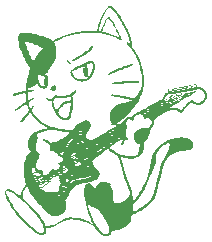
<source format=gbr>
%TF.GenerationSoftware,KiCad,Pcbnew,8.0.8*%
%TF.CreationDate,2025-02-16T23:21:43+09:00*%
%TF.ProjectId,macro,6d616372-6f2e-46b6-9963-61645f706362,rev?*%
%TF.SameCoordinates,Original*%
%TF.FileFunction,Legend,Top*%
%TF.FilePolarity,Positive*%
%FSLAX46Y46*%
G04 Gerber Fmt 4.6, Leading zero omitted, Abs format (unit mm)*
G04 Created by KiCad (PCBNEW 8.0.8) date 2025-02-16 23:21:43*
%MOMM*%
%LPD*%
G01*
G04 APERTURE LIST*
%ADD10C,0.000000*%
G04 APERTURE END LIST*
D10*
G36*
X50871835Y-80807600D02*
G01*
X50922201Y-80854005D01*
X50977031Y-80911920D01*
X51046295Y-80989144D01*
X51087887Y-81042210D01*
X51105457Y-81078490D01*
X51102656Y-81105359D01*
X51084444Y-81128888D01*
X51043077Y-81152951D01*
X50996152Y-81142184D01*
X50937082Y-81094503D01*
X50919903Y-81076845D01*
X50865775Y-81006331D01*
X50826691Y-80930297D01*
X50806783Y-80860281D01*
X50810185Y-80807821D01*
X50818792Y-80794540D01*
X50839170Y-80789117D01*
X50871835Y-80807600D01*
G37*
G36*
X49796531Y-82944449D02*
G01*
X49856112Y-82974427D01*
X49886754Y-83027878D01*
X49888888Y-83049287D01*
X49877579Y-83099195D01*
X49848305Y-83171870D01*
X49808049Y-83253300D01*
X49763793Y-83329469D01*
X49722520Y-83386362D01*
X49719006Y-83390258D01*
X49666983Y-83431794D01*
X49612575Y-83439841D01*
X49546906Y-83413679D01*
X49485060Y-83371277D01*
X49412143Y-83300379D01*
X49379654Y-83224929D01*
X49383860Y-83135383D01*
X49387174Y-83121141D01*
X49416155Y-83080722D01*
X49477388Y-83036413D01*
X49559784Y-82994165D01*
X49652257Y-82959928D01*
X49717555Y-82943820D01*
X49796531Y-82944449D01*
G37*
G36*
X56837239Y-82540626D02*
G01*
X56875424Y-82546616D01*
X56904108Y-82577776D01*
X56908909Y-82627319D01*
X56889665Y-82676041D01*
X56876628Y-82689842D01*
X56841415Y-82702516D01*
X56767092Y-82713781D01*
X56652076Y-82723797D01*
X56494784Y-82732725D01*
X56426628Y-82735741D01*
X56280630Y-82742753D01*
X56103304Y-82752761D01*
X55907604Y-82764944D01*
X55706482Y-82778481D01*
X55512891Y-82792549D01*
X55433333Y-82798705D01*
X55218616Y-82815356D01*
X55043843Y-82828010D01*
X54904698Y-82836722D01*
X54796867Y-82841550D01*
X54716033Y-82842550D01*
X54657882Y-82839779D01*
X54618099Y-82833295D01*
X54592368Y-82823154D01*
X54576852Y-82809995D01*
X54561003Y-82782552D01*
X54566035Y-82759535D01*
X54595937Y-82739682D01*
X54654694Y-82721732D01*
X54746294Y-82704423D01*
X54874724Y-82686496D01*
X55022222Y-82669111D01*
X55248416Y-82644850D01*
X55477296Y-82622292D01*
X55704131Y-82601748D01*
X55924188Y-82583532D01*
X56132736Y-82567956D01*
X56325043Y-82555333D01*
X56496379Y-82545976D01*
X56642011Y-82540197D01*
X56757208Y-82538310D01*
X56837239Y-82540626D01*
G37*
G36*
X52960834Y-79595939D02*
G01*
X52977622Y-79648730D01*
X52977685Y-79652720D01*
X52962224Y-79693522D01*
X52919901Y-79757389D01*
X52856647Y-79837388D01*
X52778394Y-79926587D01*
X52691075Y-80018053D01*
X52600622Y-80104855D01*
X52559601Y-80141303D01*
X52439459Y-80238417D01*
X52299411Y-80340709D01*
X52146061Y-80444323D01*
X51986013Y-80545400D01*
X51825870Y-80640085D01*
X51672237Y-80724518D01*
X51531717Y-80794844D01*
X51410914Y-80847204D01*
X51316431Y-80877742D01*
X51290489Y-80882603D01*
X51232693Y-80887700D01*
X51206496Y-80879379D01*
X51200021Y-80853434D01*
X51200000Y-80850555D01*
X51210045Y-80825783D01*
X51243526Y-80794881D01*
X51305456Y-80754319D01*
X51400850Y-80700566D01*
X51451314Y-80673623D01*
X51601988Y-80589747D01*
X51766777Y-80490704D01*
X51936167Y-80382819D01*
X52100642Y-80272417D01*
X52250688Y-80165821D01*
X52376791Y-80069359D01*
X52439742Y-80016564D01*
X52529217Y-79932918D01*
X52626099Y-79835153D01*
X52710023Y-79743848D01*
X52713043Y-79740366D01*
X52775065Y-79671027D01*
X52829964Y-79613906D01*
X52868705Y-79578257D01*
X52877053Y-79572406D01*
X52923082Y-79567122D01*
X52960834Y-79595939D01*
G37*
G36*
X56332666Y-81104212D02*
G01*
X56362792Y-81146200D01*
X56366666Y-81180199D01*
X56355015Y-81213292D01*
X56317845Y-81248928D01*
X56251832Y-81288790D01*
X56153650Y-81334559D01*
X56019977Y-81387918D01*
X55847485Y-81450548D01*
X55798368Y-81467692D01*
X55693060Y-81505713D01*
X55556413Y-81557321D01*
X55398012Y-81618767D01*
X55227441Y-81686302D01*
X55054286Y-81756178D01*
X54927272Y-81808371D01*
X54775957Y-81870308D01*
X54635820Y-81926170D01*
X54512735Y-81973735D01*
X54412577Y-82010778D01*
X54341219Y-82035077D01*
X54304535Y-82044408D01*
X54303504Y-82044444D01*
X54256687Y-82031629D01*
X54235749Y-82009394D01*
X54234442Y-81980942D01*
X54254642Y-81949878D01*
X54300284Y-81913615D01*
X54375307Y-81869566D01*
X54483647Y-81815146D01*
X54629242Y-81747769D01*
X54644444Y-81740920D01*
X54859743Y-81644509D01*
X55042111Y-81563910D01*
X55198861Y-81496068D01*
X55337304Y-81437928D01*
X55464751Y-81386437D01*
X55588514Y-81338541D01*
X55715905Y-81291184D01*
X55755555Y-81276758D01*
X55877217Y-81232503D01*
X55993035Y-81190054D01*
X56092406Y-81153319D01*
X56164726Y-81126206D01*
X56183395Y-81119051D01*
X56272819Y-81095147D01*
X56332666Y-81104212D01*
G37*
G36*
X52990934Y-80887498D02*
G01*
X53054947Y-80946737D01*
X53105117Y-81040061D01*
X53139094Y-81162764D01*
X53154528Y-81310141D01*
X53155208Y-81347150D01*
X53147417Y-81442047D01*
X53125917Y-81563867D01*
X53094223Y-81698557D01*
X53055845Y-81832069D01*
X53014299Y-81950352D01*
X52990627Y-82005399D01*
X52884237Y-82185261D01*
X52750197Y-82339259D01*
X52594132Y-82464138D01*
X52421665Y-82556641D01*
X52238417Y-82613509D01*
X52050014Y-82631486D01*
X51928075Y-82620874D01*
X51712272Y-82565742D01*
X51521097Y-82475443D01*
X51357130Y-82351830D01*
X51222956Y-82196756D01*
X51141138Y-82056182D01*
X51086855Y-81918971D01*
X51068357Y-81807270D01*
X51072734Y-81785152D01*
X51200017Y-81785152D01*
X51212084Y-81833789D01*
X51243656Y-81905785D01*
X51287859Y-81988730D01*
X51337816Y-82070216D01*
X51386652Y-82137833D01*
X51409914Y-82163988D01*
X51568975Y-82294127D01*
X51743933Y-82382976D01*
X51933496Y-82430232D01*
X52136374Y-82435590D01*
X52351275Y-82398749D01*
X52377777Y-82391487D01*
X52502916Y-82333485D01*
X52619768Y-82235017D01*
X52725754Y-82099688D01*
X52818297Y-81931109D01*
X52894818Y-81732888D01*
X52926222Y-81623954D01*
X52956670Y-81474545D01*
X52970745Y-81331352D01*
X52968296Y-81204448D01*
X52949172Y-81103905D01*
X52934599Y-81069032D01*
X52918154Y-81044325D01*
X52895628Y-81035512D01*
X52854263Y-81041568D01*
X52794322Y-81057765D01*
X52643701Y-81103114D01*
X52534986Y-81141989D01*
X52466251Y-81175261D01*
X52435567Y-81203797D01*
X52434939Y-81219813D01*
X52481142Y-81352864D01*
X52519984Y-81509308D01*
X52549208Y-81674941D01*
X52566555Y-81835559D01*
X52569766Y-81976957D01*
X52565086Y-82038283D01*
X52540965Y-82140986D01*
X52500054Y-82217144D01*
X52446916Y-82259887D01*
X52413371Y-82266666D01*
X52348876Y-82245083D01*
X52288441Y-82182760D01*
X52233723Y-82083335D01*
X52186380Y-81950449D01*
X52148068Y-81787741D01*
X52124188Y-81631588D01*
X52110591Y-81518732D01*
X52173226Y-81527925D01*
X52236740Y-81521292D01*
X52275066Y-81485640D01*
X52279775Y-81429611D01*
X52277418Y-81421088D01*
X52256145Y-81387189D01*
X52213841Y-81380914D01*
X52197804Y-81382840D01*
X52150932Y-81383843D01*
X52134203Y-81363829D01*
X52133333Y-81351706D01*
X52127084Y-81317691D01*
X52119626Y-81311111D01*
X52090789Y-81320811D01*
X52030744Y-81347584D01*
X51946271Y-81387933D01*
X51844150Y-81438364D01*
X51731161Y-81495383D01*
X51614082Y-81555495D01*
X51499694Y-81615204D01*
X51394776Y-81671017D01*
X51306108Y-81719438D01*
X51240468Y-81756972D01*
X51204638Y-81780126D01*
X51200017Y-81785152D01*
X51072734Y-81785152D01*
X51085559Y-81720350D01*
X51099120Y-81696888D01*
X51131392Y-81664183D01*
X51191140Y-81620440D01*
X51280988Y-81564082D01*
X51403560Y-81493535D01*
X51561480Y-81407224D01*
X51733333Y-81316161D01*
X51934978Y-81214620D01*
X52134770Y-81121838D01*
X52326826Y-81040050D01*
X52505263Y-80971491D01*
X52664197Y-80918397D01*
X52797743Y-80883004D01*
X52900019Y-80867546D01*
X52915427Y-80867047D01*
X52990934Y-80887498D01*
G37*
G36*
X51535666Y-83304593D02*
G01*
X51562113Y-83335449D01*
X51576896Y-83388603D01*
X51559080Y-83452993D01*
X51506862Y-83531963D01*
X51418438Y-83628860D01*
X51387536Y-83659092D01*
X51221825Y-83818185D01*
X51249075Y-83936870D01*
X51262876Y-84028033D01*
X51271853Y-84153232D01*
X51276111Y-84302333D01*
X51275756Y-84465202D01*
X51270895Y-84631704D01*
X51261632Y-84791706D01*
X51248074Y-84935072D01*
X51237886Y-85009111D01*
X51195520Y-85226966D01*
X51142516Y-85421632D01*
X51080732Y-85588621D01*
X51012028Y-85723444D01*
X50938260Y-85821612D01*
X50882546Y-85867388D01*
X50799304Y-85898012D01*
X50692093Y-85909344D01*
X50577160Y-85901015D01*
X50480945Y-85876548D01*
X50298803Y-85786878D01*
X50123030Y-85654194D01*
X49955048Y-85479653D01*
X49887918Y-85395146D01*
X49778917Y-85235393D01*
X50027645Y-85235393D01*
X50038917Y-85276189D01*
X50071080Y-85325823D01*
X50113788Y-85378396D01*
X50241958Y-85508644D01*
X50383044Y-85614221D01*
X50525390Y-85686581D01*
X50542737Y-85692881D01*
X50632931Y-85720851D01*
X50695780Y-85728682D01*
X50744443Y-85714523D01*
X50792083Y-85676521D01*
X50813230Y-85654834D01*
X50873298Y-85569842D01*
X50928076Y-85447215D01*
X50977911Y-85285623D01*
X51023150Y-85083735D01*
X51064141Y-84840221D01*
X51101230Y-84553750D01*
X51101627Y-84550272D01*
X51108058Y-84476257D01*
X51104637Y-84434565D01*
X51089438Y-84413785D01*
X51077592Y-84407965D01*
X51022354Y-84402435D01*
X50939135Y-84412427D01*
X50840438Y-84435123D01*
X50738769Y-84467709D01*
X50655216Y-84503087D01*
X50544027Y-84569791D01*
X50428235Y-84660348D01*
X50314999Y-84766865D01*
X50211480Y-84881451D01*
X50124837Y-84996215D01*
X50062231Y-85103266D01*
X50031577Y-85190432D01*
X50027645Y-85235393D01*
X49778917Y-85235393D01*
X49775961Y-85231061D01*
X49675707Y-85054134D01*
X49590906Y-84873299D01*
X49525305Y-84697489D01*
X49482652Y-84535636D01*
X49466696Y-84396675D01*
X49466666Y-84391166D01*
X49466666Y-84266666D01*
X49369976Y-84266666D01*
X49291071Y-84256403D01*
X49237646Y-84238628D01*
X49593073Y-84238628D01*
X49620641Y-84380425D01*
X49641518Y-84464896D01*
X49674179Y-84571067D01*
X49714393Y-84687563D01*
X49757933Y-84803007D01*
X49800569Y-84906024D01*
X49838073Y-84985240D01*
X49858096Y-85019153D01*
X49894892Y-85071639D01*
X49963819Y-84941375D01*
X50014931Y-84861537D01*
X50090788Y-84764477D01*
X50182177Y-84661647D01*
X50221928Y-84620547D01*
X50384061Y-84473413D01*
X50542840Y-84364637D01*
X50706641Y-84289710D01*
X50883837Y-84244120D01*
X50935517Y-84236194D01*
X51116539Y-84211958D01*
X51102163Y-84057280D01*
X51094389Y-83980120D01*
X51087513Y-83923188D01*
X51082953Y-83898156D01*
X51082782Y-83897922D01*
X51061030Y-83902510D01*
X51006676Y-83918675D01*
X50929147Y-83943533D01*
X50877777Y-83960629D01*
X50621199Y-84023995D01*
X50359150Y-84043839D01*
X50095277Y-84020139D01*
X49875623Y-83966796D01*
X49839399Y-83964903D01*
X49813191Y-83993593D01*
X49800454Y-84021124D01*
X49766063Y-84076480D01*
X49711524Y-84138010D01*
X49682479Y-84164363D01*
X49593073Y-84238628D01*
X49237646Y-84238628D01*
X49208272Y-84228855D01*
X49127855Y-84188887D01*
X49056095Y-84141364D01*
X48999269Y-84091151D01*
X48963652Y-84043111D01*
X48955522Y-84002109D01*
X48981153Y-83973009D01*
X48987551Y-83970254D01*
X49022934Y-83973801D01*
X49082041Y-83995532D01*
X49137551Y-84023030D01*
X49268552Y-84076947D01*
X49387841Y-84088034D01*
X49494997Y-84056405D01*
X49589599Y-83982170D01*
X49661180Y-83883333D01*
X49702646Y-83818327D01*
X49739156Y-83772319D01*
X49762100Y-83755566D01*
X49796108Y-83763354D01*
X49856344Y-83783485D01*
X49911111Y-83804283D01*
X50023010Y-83834944D01*
X50164591Y-83853014D01*
X50322913Y-83858500D01*
X50485034Y-83851410D01*
X50638015Y-83831750D01*
X50755555Y-83803823D01*
X50965633Y-83724075D01*
X51142645Y-83626283D01*
X51283244Y-83512653D01*
X51379451Y-83392989D01*
X51435760Y-83321121D01*
X51488414Y-83291472D01*
X51535666Y-83304593D01*
G37*
G36*
X54455026Y-76213701D02*
G01*
X54538679Y-76262324D01*
X54639280Y-76343999D01*
X54760130Y-76460341D01*
X54811428Y-76513325D01*
X54986167Y-76708565D01*
X55153175Y-76920937D01*
X55315396Y-77155127D01*
X55475774Y-77415824D01*
X55637253Y-77707713D01*
X55802776Y-78035482D01*
X55911672Y-78265127D01*
X56019670Y-78506123D01*
X56105521Y-78717734D01*
X56171535Y-78907688D01*
X56220021Y-79083713D01*
X56253287Y-79253534D01*
X56273643Y-79424878D01*
X56278516Y-79492711D01*
X56285822Y-79585893D01*
X56297269Y-79649457D01*
X56317557Y-79698225D01*
X56351387Y-79747020D01*
X56364279Y-79763140D01*
X56513526Y-79969786D01*
X56657953Y-80213824D01*
X56794737Y-80488249D01*
X56921056Y-80786055D01*
X57034086Y-81100233D01*
X57131005Y-81423778D01*
X57208990Y-81749684D01*
X57247542Y-81955555D01*
X57263925Y-82061028D01*
X57275488Y-82155772D01*
X57282720Y-82250198D01*
X57286112Y-82354719D01*
X57286152Y-82479747D01*
X57283331Y-82635693D01*
X57282030Y-82688888D01*
X57275805Y-82879637D01*
X57266529Y-83036306D01*
X57252196Y-83169247D01*
X57230801Y-83288811D01*
X57200336Y-83405353D01*
X57158795Y-83529222D01*
X57104172Y-83670773D01*
X57080376Y-83729378D01*
X56965463Y-83992089D01*
X56843458Y-84232984D01*
X56709137Y-84459687D01*
X56557279Y-84679826D01*
X56382658Y-84901028D01*
X56180052Y-85130920D01*
X55969182Y-85351839D01*
X55794284Y-85525948D01*
X55638071Y-85672714D01*
X55491743Y-85799714D01*
X55346496Y-85914531D01*
X55193531Y-86024743D01*
X55165457Y-86044023D01*
X54977871Y-86172027D01*
X55072269Y-86198001D01*
X55115137Y-86208439D01*
X55151806Y-86210767D01*
X55192119Y-86202153D01*
X55245919Y-86179769D01*
X55323049Y-86140785D01*
X55384851Y-86108125D01*
X55487698Y-86051472D01*
X55558252Y-86006596D01*
X55604809Y-85967171D01*
X55635668Y-85926871D01*
X55645196Y-85909637D01*
X55713338Y-85813618D01*
X55808736Y-85727093D01*
X55915295Y-85663338D01*
X55966739Y-85644423D01*
X56066817Y-85627308D01*
X56166904Y-85636615D01*
X56236746Y-85655509D01*
X56276662Y-85657756D01*
X56299084Y-85624831D01*
X56301025Y-85618989D01*
X56362579Y-85495668D01*
X56461099Y-85387280D01*
X56525820Y-85343322D01*
X57312554Y-85343322D01*
X57323918Y-85360955D01*
X57350873Y-85360919D01*
X57394093Y-85340816D01*
X57430007Y-85315844D01*
X57644444Y-85315844D01*
X57653110Y-85331100D01*
X57682629Y-85326492D01*
X57738280Y-85300136D01*
X57820629Y-85252958D01*
X57897094Y-85203622D01*
X57922882Y-85182579D01*
X58155555Y-85182579D01*
X58155824Y-85192708D01*
X58161469Y-85195826D01*
X58179750Y-85188558D01*
X58217925Y-85167523D01*
X58283252Y-85129346D01*
X58333333Y-85099848D01*
X58413000Y-85052873D01*
X58461295Y-85023502D01*
X58463360Y-85022034D01*
X58685783Y-85022034D01*
X58685802Y-85022034D01*
X58716794Y-85011247D01*
X58775878Y-84982045D01*
X58853368Y-84939421D01*
X58908024Y-84907478D01*
X59000540Y-84852152D01*
X59061165Y-84815415D01*
X59096092Y-84792942D01*
X59111516Y-84780411D01*
X59113629Y-84773499D01*
X59108626Y-84767883D01*
X59108375Y-84767635D01*
X59086512Y-84774329D01*
X59034646Y-84800115D01*
X58960654Y-84840839D01*
X58876894Y-84889669D01*
X58793367Y-84940988D01*
X58729498Y-84983047D01*
X58691549Y-85011509D01*
X58685783Y-85022034D01*
X58463360Y-85022034D01*
X58485044Y-85006619D01*
X58491074Y-84997108D01*
X58486209Y-84989851D01*
X58483547Y-84987251D01*
X58459885Y-84991594D01*
X58410407Y-85014590D01*
X58345966Y-85049776D01*
X58277413Y-85090687D01*
X58215601Y-85130863D01*
X58171383Y-85163840D01*
X58155555Y-85182579D01*
X57922882Y-85182579D01*
X57944505Y-85164934D01*
X57959249Y-85140411D01*
X57943460Y-85133333D01*
X57915446Y-85144052D01*
X57863745Y-85171558D01*
X57799788Y-85208875D01*
X57735006Y-85249024D01*
X57680829Y-85285028D01*
X57648688Y-85309912D01*
X57644444Y-85315844D01*
X57430007Y-85315844D01*
X57437255Y-85310804D01*
X57464036Y-85281039D01*
X57466526Y-85272222D01*
X57462066Y-85249854D01*
X57441782Y-85248414D01*
X57395815Y-85268573D01*
X57376674Y-85278348D01*
X57324141Y-85313000D01*
X57312554Y-85343322D01*
X56525820Y-85343322D01*
X56590040Y-85299704D01*
X56715057Y-85247166D01*
X56732678Y-85240847D01*
X57175077Y-85240847D01*
X57180598Y-85249789D01*
X57219947Y-85250030D01*
X57278364Y-85225820D01*
X57351141Y-85182127D01*
X57364805Y-85168899D01*
X57558885Y-85168899D01*
X57559601Y-85188757D01*
X57578896Y-85210981D01*
X57595979Y-85215033D01*
X57621289Y-85200467D01*
X57673846Y-85169479D01*
X57742774Y-85128486D01*
X57750000Y-85124172D01*
X57832589Y-85070771D01*
X57838887Y-85065425D01*
X58078860Y-85065425D01*
X58079331Y-85069180D01*
X58104572Y-85071999D01*
X58152917Y-85052733D01*
X58173981Y-85040836D01*
X58244991Y-84997617D01*
X58325744Y-84948294D01*
X58352542Y-84931883D01*
X58393521Y-84902737D01*
X58600000Y-84902737D01*
X58613387Y-84911742D01*
X58655247Y-84898439D01*
X58728120Y-84861709D01*
X58834551Y-84800429D01*
X58841358Y-84796367D01*
X58933995Y-84740994D01*
X58994685Y-84704196D01*
X59029518Y-84681566D01*
X59044587Y-84668693D01*
X59045983Y-84661170D01*
X59039798Y-84654586D01*
X59038717Y-84653531D01*
X59016883Y-84659783D01*
X58966656Y-84683894D01*
X58897520Y-84720479D01*
X58818962Y-84764147D01*
X58740466Y-84809512D01*
X58671518Y-84851185D01*
X58621602Y-84883779D01*
X58600206Y-84901905D01*
X58600000Y-84902737D01*
X58393521Y-84902737D01*
X58402749Y-84896174D01*
X58427656Y-84868235D01*
X58426226Y-84858030D01*
X58398082Y-84861747D01*
X58345799Y-84884436D01*
X58279564Y-84919897D01*
X58209566Y-84961927D01*
X58145990Y-85004325D01*
X58099026Y-85040892D01*
X58078860Y-85065425D01*
X57838887Y-85065425D01*
X57879222Y-85031187D01*
X57888373Y-85007084D01*
X57864018Y-85000000D01*
X57837338Y-85010339D01*
X57784651Y-85036900D01*
X57718036Y-85072996D01*
X57649572Y-85111942D01*
X57591339Y-85147051D01*
X57558885Y-85168899D01*
X57364805Y-85168899D01*
X57384045Y-85150272D01*
X57381633Y-85128299D01*
X57350627Y-85126953D01*
X57292883Y-85151585D01*
X57255534Y-85173284D01*
X57197921Y-85213733D01*
X57175077Y-85240847D01*
X56732678Y-85240847D01*
X56792645Y-85219342D01*
X56878974Y-85182026D01*
X56980249Y-85132062D01*
X57100134Y-85067659D01*
X57466666Y-85067659D01*
X57470263Y-85082870D01*
X57485553Y-85085123D01*
X57519283Y-85071844D01*
X57578202Y-85040457D01*
X57658616Y-84994444D01*
X57751591Y-84937977D01*
X57757928Y-84933346D01*
X57989414Y-84933346D01*
X57989969Y-84935082D01*
X58000791Y-84948503D01*
X58016749Y-84951811D01*
X58045529Y-84942077D01*
X58094820Y-84916372D01*
X58172308Y-84871768D01*
X58202371Y-84854165D01*
X58293027Y-84797632D01*
X58308060Y-84785784D01*
X58548747Y-84785784D01*
X58556639Y-84793356D01*
X58566622Y-84795638D01*
X58585534Y-84789357D01*
X58620213Y-84771241D01*
X58677497Y-84738019D01*
X58764225Y-84686417D01*
X58795919Y-84667513D01*
X58878465Y-84615634D01*
X58940668Y-84571309D01*
X58975858Y-84539617D01*
X58980340Y-84527007D01*
X58954735Y-84530212D01*
X58899829Y-84553940D01*
X58823521Y-84594384D01*
X58747407Y-84639259D01*
X58663945Y-84692560D01*
X58598490Y-84738248D01*
X58558002Y-84771190D01*
X58548747Y-84785784D01*
X58308060Y-84785784D01*
X58345816Y-84756028D01*
X58363751Y-84726834D01*
X58362752Y-84720034D01*
X58347508Y-84699234D01*
X58318835Y-84707679D01*
X58302872Y-84717348D01*
X58260301Y-84743743D01*
X58193841Y-84784263D01*
X58117747Y-84830218D01*
X58116436Y-84831006D01*
X58050755Y-84874000D01*
X58005560Y-84910462D01*
X57989414Y-84933346D01*
X57757928Y-84933346D01*
X57805377Y-84898672D01*
X57821261Y-84875333D01*
X57800528Y-84866760D01*
X57795737Y-84866666D01*
X57762590Y-84877554D01*
X57706573Y-84905729D01*
X57638707Y-84944458D01*
X57570020Y-84987005D01*
X57511536Y-85026638D01*
X57474279Y-85056623D01*
X57466666Y-85067659D01*
X57100134Y-85067659D01*
X57102679Y-85066292D01*
X57252468Y-84981559D01*
X57360513Y-84918870D01*
X57449189Y-84868042D01*
X57543054Y-84815368D01*
X57911195Y-84815368D01*
X57925824Y-84822222D01*
X57950310Y-84811674D01*
X58003518Y-84783428D01*
X58076018Y-84742583D01*
X58114713Y-84720110D01*
X58191517Y-84672791D01*
X58226269Y-84648833D01*
X58458284Y-84648833D01*
X58458374Y-84649005D01*
X58472711Y-84662155D01*
X58496997Y-84662369D01*
X58537910Y-84647042D01*
X58602125Y-84613569D01*
X58696320Y-84559346D01*
X58712197Y-84550000D01*
X58810165Y-84488495D01*
X58877384Y-84438274D01*
X58911368Y-84401743D01*
X58909626Y-84381310D01*
X58890294Y-84377777D01*
X58860189Y-84388641D01*
X58805161Y-84417443D01*
X58734260Y-84458504D01*
X58656531Y-84506141D01*
X58581022Y-84554674D01*
X58516779Y-84598421D01*
X58472851Y-84631701D01*
X58458284Y-84648833D01*
X58226269Y-84648833D01*
X58251024Y-84631767D01*
X58284562Y-84603230D01*
X58288888Y-84595776D01*
X58270986Y-84593507D01*
X58217557Y-84617159D01*
X58129024Y-84666512D01*
X58005808Y-84741349D01*
X57994444Y-84748443D01*
X57932555Y-84790854D01*
X57911195Y-84815368D01*
X57543054Y-84815368D01*
X57569171Y-84800712D01*
X57712526Y-84721253D01*
X57871323Y-84634039D01*
X58037630Y-84543442D01*
X58041766Y-84541208D01*
X58377777Y-84541208D01*
X58393346Y-84545311D01*
X58427777Y-84528633D01*
X58468626Y-84503314D01*
X58536157Y-84462328D01*
X58618816Y-84412668D01*
X58661111Y-84387425D01*
X58739879Y-84338619D01*
X58801697Y-84296701D01*
X58838186Y-84267550D01*
X58844444Y-84258791D01*
X58828875Y-84254688D01*
X58794444Y-84271366D01*
X58753595Y-84296685D01*
X58686064Y-84337671D01*
X58603405Y-84387331D01*
X58561111Y-84412574D01*
X58482342Y-84461380D01*
X58420525Y-84503298D01*
X58384035Y-84532449D01*
X58377777Y-84541208D01*
X58041766Y-84541208D01*
X58203515Y-84453836D01*
X58220993Y-84444444D01*
X58370079Y-84363565D01*
X58505700Y-84288437D01*
X58623086Y-84221824D01*
X58707287Y-84172460D01*
X58960643Y-84172460D01*
X58977293Y-84188589D01*
X59003997Y-84182877D01*
X59059161Y-84157049D01*
X59134600Y-84116142D01*
X59222131Y-84065188D01*
X59313568Y-84009222D01*
X59400726Y-83953279D01*
X59475422Y-83902393D01*
X59529471Y-83861598D01*
X59554688Y-83835929D01*
X59555555Y-83832895D01*
X59559760Y-83822222D01*
X59622222Y-83822222D01*
X59639132Y-83843798D01*
X59644444Y-83844444D01*
X59666020Y-83827533D01*
X59666666Y-83822222D01*
X59649756Y-83800645D01*
X59644444Y-83800000D01*
X59622867Y-83816910D01*
X59622222Y-83822222D01*
X59559760Y-83822222D01*
X59570771Y-83794271D01*
X59604856Y-83754728D01*
X59640463Y-83733695D01*
X59644444Y-83733333D01*
X59683157Y-83752130D01*
X59712180Y-83795133D01*
X59718109Y-83842257D01*
X59717844Y-83843317D01*
X59688770Y-83884697D01*
X59658711Y-83901116D01*
X59615166Y-83919603D01*
X59547104Y-83955325D01*
X59462385Y-84003427D01*
X59368870Y-84059054D01*
X59274420Y-84117349D01*
X59186895Y-84173458D01*
X59114157Y-84222525D01*
X59064066Y-84259694D01*
X59044482Y-84280109D01*
X59044444Y-84280550D01*
X59060752Y-84317235D01*
X59067888Y-84322977D01*
X59093859Y-84316934D01*
X59150228Y-84290686D01*
X59230627Y-84248091D01*
X59328691Y-84193007D01*
X59438050Y-84129294D01*
X59552339Y-84060808D01*
X59665191Y-83991409D01*
X59770237Y-83924956D01*
X59861111Y-83865305D01*
X59931446Y-83816317D01*
X59974875Y-83781848D01*
X59985834Y-83766720D01*
X59987900Y-83755555D01*
X60044444Y-83755555D01*
X60061354Y-83777132D01*
X60066666Y-83777777D01*
X60088243Y-83760867D01*
X60088888Y-83755555D01*
X60071978Y-83733979D01*
X60066666Y-83733333D01*
X60045090Y-83750243D01*
X60044444Y-83755555D01*
X59987900Y-83755555D01*
X59992206Y-83732279D01*
X60020897Y-83693199D01*
X60056577Y-83668458D01*
X60066666Y-83666666D01*
X60097690Y-83682063D01*
X60133431Y-83715700D01*
X60154716Y-83748750D01*
X60155555Y-83753958D01*
X60136746Y-83772568D01*
X60082152Y-83811577D01*
X59994525Y-83869241D01*
X59876616Y-83943815D01*
X59731175Y-84033555D01*
X59560955Y-84136718D01*
X59400000Y-84232967D01*
X59305264Y-84289422D01*
X59225137Y-84337390D01*
X59166922Y-84372482D01*
X59137923Y-84390309D01*
X59136143Y-84391515D01*
X59135573Y-84414642D01*
X59140844Y-84431964D01*
X59152751Y-84436792D01*
X59182327Y-84428670D01*
X59232719Y-84405918D01*
X59307076Y-84366857D01*
X59408545Y-84309806D01*
X59540273Y-84233087D01*
X59705410Y-84135019D01*
X59771367Y-84095531D01*
X59920923Y-84005512D01*
X60057813Y-83922476D01*
X60177479Y-83849239D01*
X60275365Y-83788613D01*
X60346915Y-83743414D01*
X60387574Y-83716455D01*
X60395245Y-83710204D01*
X60412323Y-83682127D01*
X60432833Y-83653151D01*
X60464754Y-83624790D01*
X60500993Y-83633764D01*
X60504254Y-83635715D01*
X60546253Y-83676238D01*
X60544670Y-83717083D01*
X60500203Y-83754738D01*
X60478582Y-83764898D01*
X60443321Y-83782938D01*
X60376557Y-83820088D01*
X60284062Y-83872930D01*
X60171608Y-83938050D01*
X60044966Y-84012032D01*
X59909909Y-84091461D01*
X59772207Y-84172920D01*
X59637633Y-84252996D01*
X59511958Y-84328271D01*
X59400954Y-84395330D01*
X59310393Y-84450759D01*
X59246045Y-84491141D01*
X59213684Y-84513061D01*
X59212222Y-84514291D01*
X59204699Y-84543775D01*
X59212838Y-84555060D01*
X59236699Y-84549553D01*
X59293263Y-84523190D01*
X59377679Y-84478883D01*
X59485096Y-84419547D01*
X59610664Y-84348094D01*
X59749530Y-84267438D01*
X59896845Y-84180493D01*
X60047757Y-84090172D01*
X60197416Y-83999389D01*
X60340970Y-83911056D01*
X60473569Y-83828087D01*
X60590362Y-83753397D01*
X60686498Y-83689897D01*
X60757125Y-83640502D01*
X60765961Y-83633398D01*
X60850176Y-83633398D01*
X60871360Y-83659962D01*
X60890200Y-83666666D01*
X60910695Y-83649903D01*
X60911111Y-83645755D01*
X60896348Y-83617707D01*
X60867360Y-83602941D01*
X60851851Y-83607407D01*
X60850176Y-83633398D01*
X60765961Y-83633398D01*
X60797393Y-83608126D01*
X60804727Y-83598976D01*
X60836045Y-83564842D01*
X60882474Y-83561634D01*
X60928102Y-83588452D01*
X60942174Y-83606742D01*
X60947572Y-83646751D01*
X60910842Y-83682110D01*
X60830867Y-83713889D01*
X60829878Y-83714182D01*
X60804345Y-83727261D01*
X60745722Y-83760181D01*
X60659057Y-83809960D01*
X60549397Y-83873616D01*
X60421789Y-83948164D01*
X60281279Y-84030624D01*
X60132914Y-84118011D01*
X59981743Y-84207343D01*
X59832810Y-84295639D01*
X59691164Y-84379913D01*
X59561850Y-84457185D01*
X59449917Y-84524471D01*
X59360411Y-84578789D01*
X59298380Y-84617156D01*
X59268868Y-84636589D01*
X59268148Y-84637165D01*
X59271946Y-84657037D01*
X59279888Y-84666555D01*
X59302634Y-84659878D01*
X59358773Y-84632426D01*
X59443908Y-84586819D01*
X59553646Y-84525678D01*
X59683591Y-84451625D01*
X59829348Y-84367282D01*
X59986521Y-84275268D01*
X60150716Y-84178206D01*
X60317538Y-84078717D01*
X60482591Y-83979421D01*
X60641481Y-83882941D01*
X60789811Y-83791896D01*
X60923188Y-83708909D01*
X61037216Y-83636601D01*
X61127501Y-83577592D01*
X61160290Y-83554858D01*
X61244444Y-83554858D01*
X61260733Y-83567085D01*
X61277777Y-83563591D01*
X61307017Y-83547818D01*
X61311111Y-83542066D01*
X61292964Y-83534298D01*
X61277777Y-83533333D01*
X61248199Y-83544962D01*
X61244444Y-83554858D01*
X61160290Y-83554858D01*
X61189645Y-83534505D01*
X61219256Y-83509959D01*
X61219296Y-83509911D01*
X61256141Y-83474049D01*
X61287724Y-83471839D01*
X61304163Y-83480199D01*
X61340907Y-83520755D01*
X61338052Y-83564732D01*
X61297921Y-83600802D01*
X61277777Y-83608764D01*
X61245771Y-83624067D01*
X61179621Y-83659899D01*
X61083319Y-83713961D01*
X60960857Y-83783957D01*
X60816227Y-83867588D01*
X60653421Y-83962559D01*
X60476431Y-84066571D01*
X60289249Y-84177327D01*
X60272832Y-84187077D01*
X60043296Y-84323885D01*
X59850185Y-84440073D01*
X59691342Y-84537079D01*
X59564609Y-84616344D01*
X59467830Y-84679304D01*
X59398846Y-84727401D01*
X59355499Y-84762073D01*
X59335633Y-84784759D01*
X59337090Y-84796898D01*
X59353906Y-84800000D01*
X59378641Y-84788746D01*
X59437075Y-84756652D01*
X59525085Y-84706213D01*
X59638547Y-84639929D01*
X59773338Y-84560297D01*
X59925333Y-84469815D01*
X60090409Y-84370981D01*
X60264443Y-84266292D01*
X60443310Y-84158246D01*
X60622887Y-84049342D01*
X60799050Y-83942076D01*
X60967676Y-83838947D01*
X61124640Y-83742453D01*
X61265820Y-83655091D01*
X61387091Y-83579359D01*
X61484330Y-83517755D01*
X61553413Y-83472777D01*
X61562112Y-83466666D01*
X61644444Y-83466666D01*
X61661354Y-83488243D01*
X61666666Y-83488888D01*
X61688243Y-83471978D01*
X61688888Y-83466666D01*
X61671978Y-83445090D01*
X61666666Y-83444444D01*
X61645090Y-83461354D01*
X61644444Y-83466666D01*
X61562112Y-83466666D01*
X61590217Y-83446922D01*
X61594928Y-83442565D01*
X61642211Y-83405822D01*
X61696462Y-83406444D01*
X61733098Y-83433050D01*
X61751168Y-83479538D01*
X61731468Y-83516843D01*
X61680602Y-83533267D01*
X61676493Y-83533333D01*
X61643764Y-83544933D01*
X61574835Y-83579155D01*
X61471232Y-83635131D01*
X61334486Y-83711992D01*
X61166125Y-83808869D01*
X60967676Y-83924894D01*
X60740669Y-84059199D01*
X60536907Y-84180791D01*
X60336517Y-84300957D01*
X60147057Y-84414923D01*
X59972057Y-84520541D01*
X59815047Y-84615665D01*
X59679555Y-84698146D01*
X59569112Y-84765839D01*
X59487247Y-84816596D01*
X59437490Y-84848271D01*
X59423544Y-84858040D01*
X59400313Y-84889181D01*
X59416159Y-84902033D01*
X59469618Y-84896510D01*
X59559223Y-84872530D01*
X59577435Y-84866776D01*
X59769427Y-84826535D01*
X59957202Y-84830106D01*
X60138700Y-84877357D01*
X60206502Y-84907184D01*
X60283904Y-84948736D01*
X60349460Y-84990032D01*
X60387920Y-85021151D01*
X60423627Y-85050044D01*
X60447102Y-85053912D01*
X60466598Y-85032932D01*
X60507650Y-84982967D01*
X60565062Y-84910525D01*
X60633640Y-84822112D01*
X60668462Y-84776615D01*
X60815251Y-84594227D01*
X60953889Y-84442253D01*
X61082034Y-84322717D01*
X61197343Y-84237644D01*
X61297473Y-84189057D01*
X61361623Y-84177777D01*
X61411148Y-84193908D01*
X61467328Y-84234757D01*
X61479175Y-84246479D01*
X61597171Y-84339573D01*
X61738174Y-84398930D01*
X61821197Y-84415132D01*
X61899818Y-84418135D01*
X61972722Y-84403280D01*
X62049377Y-84372353D01*
X62186398Y-84290436D01*
X62294296Y-84187337D01*
X62372688Y-84069022D01*
X62421190Y-83941455D01*
X62439421Y-83810603D01*
X62426996Y-83682430D01*
X62383532Y-83562901D01*
X62308648Y-83457982D01*
X62201958Y-83373637D01*
X62116129Y-83332955D01*
X61988888Y-83285340D01*
X61600000Y-83353457D01*
X61277123Y-83409973D01*
X60994215Y-83459379D01*
X60747475Y-83502293D01*
X60533105Y-83539332D01*
X60347304Y-83571114D01*
X60186274Y-83598257D01*
X60046215Y-83621378D01*
X59923327Y-83641094D01*
X59813812Y-83658024D01*
X59713869Y-83672784D01*
X59619699Y-83685993D01*
X59527503Y-83698267D01*
X59433481Y-83710225D01*
X59333834Y-83722484D01*
X59317205Y-83724504D01*
X59268964Y-83732406D01*
X59234672Y-83747846D01*
X59205037Y-83779648D01*
X59170768Y-83836633D01*
X59141735Y-83891111D01*
X59095658Y-83971446D01*
X59049309Y-84040245D01*
X59011799Y-84084146D01*
X59007863Y-84087473D01*
X58963332Y-84134695D01*
X58960643Y-84172460D01*
X58707287Y-84172460D01*
X58717467Y-84166492D01*
X58784073Y-84125209D01*
X58818136Y-84100738D01*
X58821591Y-84096149D01*
X58835293Y-84063015D01*
X58868144Y-84015451D01*
X58874833Y-84007260D01*
X58913060Y-83953515D01*
X58958946Y-83877689D01*
X58994828Y-83811111D01*
X59052173Y-83707747D01*
X59107596Y-83637983D01*
X59172766Y-83593100D01*
X59259350Y-83564382D01*
X59347124Y-83547930D01*
X59431232Y-83533922D01*
X59476126Y-83523645D01*
X59486664Y-83515086D01*
X59467704Y-83506232D01*
X59455778Y-83502896D01*
X59399537Y-83481288D01*
X59369154Y-83446227D01*
X59357242Y-83385659D01*
X59356331Y-83354714D01*
X59400000Y-83354714D01*
X59404978Y-83404540D01*
X59414814Y-83429629D01*
X59450672Y-83441630D01*
X59511948Y-83443555D01*
X59580919Y-83436006D01*
X59633378Y-83422204D01*
X59674471Y-83398557D01*
X59680444Y-83364436D01*
X59676772Y-83349982D01*
X59657264Y-83301470D01*
X59628433Y-83277522D01*
X59578119Y-83272857D01*
X59514359Y-83279444D01*
X59447199Y-83290361D01*
X59413198Y-83304791D01*
X59401231Y-83330056D01*
X59400000Y-83354714D01*
X59356331Y-83354714D01*
X59355895Y-83339895D01*
X59358450Y-83280287D01*
X59373193Y-83250630D01*
X59409875Y-83236497D01*
X59428278Y-83232815D01*
X59498417Y-83225706D01*
X59580998Y-83225209D01*
X59599782Y-83226253D01*
X59661617Y-83233314D01*
X59693879Y-83250632D01*
X59711416Y-83289946D01*
X59719084Y-83320589D01*
X59729334Y-83380456D01*
X59720867Y-83416852D01*
X59692024Y-83446374D01*
X59657215Y-83477375D01*
X59644444Y-83493697D01*
X59664470Y-83495159D01*
X59716919Y-83490484D01*
X59788888Y-83480906D01*
X59873457Y-83464935D01*
X59921751Y-83448541D01*
X59931337Y-83433333D01*
X60000000Y-83433333D01*
X60011111Y-83444444D01*
X60022222Y-83433333D01*
X60011111Y-83422222D01*
X60000000Y-83433333D01*
X59931337Y-83433333D01*
X59931347Y-83433317D01*
X59899824Y-83420857D01*
X59884217Y-83418212D01*
X59846479Y-83399362D01*
X59818512Y-83349527D01*
X59807857Y-83316689D01*
X59794814Y-83258749D01*
X59794848Y-83258510D01*
X59846873Y-83258510D01*
X59854758Y-83307390D01*
X59855780Y-83312134D01*
X59868723Y-83356905D01*
X59890642Y-83374803D01*
X59936349Y-83374114D01*
X59960952Y-83370983D01*
X60025634Y-83356248D01*
X60073467Y-83334816D01*
X60080173Y-83329350D01*
X60098987Y-83285226D01*
X60097089Y-83251181D01*
X60085381Y-83223072D01*
X60061495Y-83210884D01*
X60013083Y-83211156D01*
X59969973Y-83215537D01*
X59903862Y-83223978D01*
X59858914Y-83231559D01*
X59847885Y-83234857D01*
X59846873Y-83258510D01*
X59794848Y-83258510D01*
X59800290Y-83220354D01*
X59830924Y-83195762D01*
X59893352Y-83179229D01*
X59981316Y-83166606D01*
X60054238Y-83159347D01*
X60096146Y-83162343D01*
X60119792Y-83178112D01*
X60131316Y-83196230D01*
X60154030Y-83263887D01*
X60151806Y-83324454D01*
X60126198Y-83364452D01*
X60111111Y-83371338D01*
X60075063Y-83389979D01*
X60066666Y-83405064D01*
X60076353Y-83415481D01*
X60109525Y-83416942D01*
X60172351Y-83408942D01*
X60270999Y-83390974D01*
X60294444Y-83386363D01*
X60342186Y-83368955D01*
X60353251Y-83348816D01*
X60344693Y-83344444D01*
X60400000Y-83344444D01*
X60411111Y-83355555D01*
X60422222Y-83344444D01*
X60411111Y-83333333D01*
X60400000Y-83344444D01*
X60344693Y-83344444D01*
X60326280Y-83335038D01*
X60302377Y-83333333D01*
X60256890Y-83321337D01*
X60231454Y-83280934D01*
X60222937Y-83209999D01*
X60266666Y-83209999D01*
X60272595Y-83259425D01*
X60295635Y-83283487D01*
X60343671Y-83284901D01*
X60424583Y-83266382D01*
X60427777Y-83265498D01*
X60484165Y-83244069D01*
X60507811Y-83215144D01*
X60511111Y-83187844D01*
X60504530Y-83149984D01*
X60475958Y-83135373D01*
X60438888Y-83133636D01*
X60344640Y-83140760D01*
X60288816Y-83162403D01*
X60267240Y-83200415D01*
X60266666Y-83209999D01*
X60222937Y-83209999D01*
X60222397Y-83205501D01*
X60222222Y-83188837D01*
X60228024Y-83135963D01*
X60252897Y-83111013D01*
X60283333Y-83102525D01*
X60392827Y-83082357D01*
X60467015Y-83074543D01*
X60513774Y-83080929D01*
X60540982Y-83103358D01*
X60556517Y-83143676D01*
X60561714Y-83167713D01*
X60565537Y-83235625D01*
X60540813Y-83276953D01*
X60505555Y-83295367D01*
X60472749Y-83319226D01*
X60466666Y-83335013D01*
X60482780Y-83350526D01*
X60499729Y-83347623D01*
X60540284Y-83337385D01*
X60606089Y-83325667D01*
X60644173Y-83320160D01*
X60707313Y-83307383D01*
X60747030Y-83291391D01*
X60757660Y-83276658D01*
X60733540Y-83267660D01*
X60711892Y-83266666D01*
X60665593Y-83247844D01*
X60634881Y-83201323D01*
X60622737Y-83142025D01*
X60626369Y-83119952D01*
X60656096Y-83119952D01*
X60657093Y-83124411D01*
X60672654Y-83174533D01*
X60677487Y-83189950D01*
X60695383Y-83211606D01*
X60736951Y-83214430D01*
X60771932Y-83209253D01*
X60830402Y-83197127D01*
X60868513Y-83186359D01*
X60872222Y-83184658D01*
X60885049Y-83157635D01*
X60888888Y-83120910D01*
X60882254Y-83083224D01*
X60853539Y-83068685D01*
X60816666Y-83066970D01*
X60727450Y-83073684D01*
X60672444Y-83091879D01*
X60656096Y-83119952D01*
X60626369Y-83119952D01*
X60632142Y-83084870D01*
X60666075Y-83044779D01*
X60667423Y-83044039D01*
X60716670Y-83030726D01*
X60787470Y-83025672D01*
X60817423Y-83026591D01*
X60880868Y-83032377D01*
X60912528Y-83045897D01*
X60924984Y-83077514D01*
X60929240Y-83118702D01*
X60926158Y-83189261D01*
X60899902Y-83233000D01*
X60895907Y-83236367D01*
X60877566Y-83254092D01*
X60885366Y-83261470D01*
X60925898Y-83259943D01*
X60977777Y-83254290D01*
X61043186Y-83243429D01*
X61096449Y-83229252D01*
X61129729Y-83215077D01*
X61133587Y-83207407D01*
X61185185Y-83207407D01*
X61188235Y-83220618D01*
X61200000Y-83222222D01*
X61218291Y-83214091D01*
X61214814Y-83207407D01*
X61188442Y-83204747D01*
X61185185Y-83207407D01*
X61133587Y-83207407D01*
X61135190Y-83204221D01*
X61106031Y-83200000D01*
X61054446Y-83180794D01*
X61017411Y-83133204D01*
X61000014Y-83072272D01*
X61006762Y-83017759D01*
X61029608Y-83017759D01*
X61031802Y-83040651D01*
X61034555Y-83050000D01*
X61062590Y-83113727D01*
X61103413Y-83141407D01*
X61169863Y-83141434D01*
X61173598Y-83140929D01*
X61235318Y-83131162D01*
X61279546Y-83122093D01*
X61283333Y-83121025D01*
X61304362Y-83094975D01*
X61311111Y-83056252D01*
X61308697Y-83026137D01*
X61294792Y-83009298D01*
X61259401Y-83001884D01*
X61192529Y-83000042D01*
X61165169Y-83000000D01*
X61087399Y-83000838D01*
X61045176Y-83005623D01*
X61029608Y-83017759D01*
X61006762Y-83017759D01*
X61007346Y-83013040D01*
X61031393Y-82979388D01*
X61073154Y-82965081D01*
X61147405Y-82959062D01*
X61203615Y-82960000D01*
X61344444Y-82966666D01*
X61351186Y-83059237D01*
X61351800Y-83120728D01*
X61338521Y-83152421D01*
X61312297Y-83166290D01*
X61269719Y-83184124D01*
X61266234Y-83196268D01*
X61296714Y-83201462D01*
X61356028Y-83198449D01*
X61412063Y-83190765D01*
X61492199Y-83173743D01*
X61543819Y-83155511D01*
X61563099Y-83139014D01*
X61554982Y-83133333D01*
X61622222Y-83133333D01*
X61630352Y-83151624D01*
X61637037Y-83148148D01*
X61639696Y-83121775D01*
X61637037Y-83118518D01*
X61623825Y-83121568D01*
X61622222Y-83133333D01*
X61554982Y-83133333D01*
X61546214Y-83127197D01*
X61500000Y-83123025D01*
X61459576Y-83119478D01*
X61438903Y-83102239D01*
X61429830Y-83059495D01*
X61426556Y-83016580D01*
X61425928Y-82992648D01*
X61458801Y-82992648D01*
X61461744Y-83020981D01*
X61475712Y-83069602D01*
X61500954Y-83081217D01*
X61508175Y-83079628D01*
X61553670Y-83068792D01*
X61617914Y-83056041D01*
X61628023Y-83054221D01*
X61695795Y-83036536D01*
X61726058Y-83010137D01*
X61725722Y-82967764D01*
X61722159Y-82955356D01*
X61690832Y-82923530D01*
X61630922Y-82910213D01*
X61554852Y-82916774D01*
X61505015Y-82931426D01*
X61467908Y-82954064D01*
X61458801Y-82992648D01*
X61425928Y-82992648D01*
X61424844Y-82951301D01*
X61434449Y-82915796D01*
X61461136Y-82895747D01*
X61478003Y-82888803D01*
X61537558Y-82874763D01*
X61613965Y-82867129D01*
X61635330Y-82866666D01*
X61699409Y-82870233D01*
X61734209Y-82885626D01*
X61754636Y-82919878D01*
X61756105Y-82923668D01*
X61776349Y-83005351D01*
X61763621Y-83057708D01*
X61733333Y-83077777D01*
X61691127Y-83097460D01*
X61687684Y-83113718D01*
X61717324Y-83122810D01*
X61774365Y-83120995D01*
X61794444Y-83118028D01*
X61942395Y-83101663D01*
X62068756Y-83109850D01*
X62190089Y-83144349D01*
X62239487Y-83165251D01*
X62360352Y-83233453D01*
X62456716Y-83320546D01*
X62539250Y-83437148D01*
X62571215Y-83495264D01*
X62603696Y-83565986D01*
X62622185Y-83632876D01*
X62630352Y-83713703D01*
X62631896Y-83788888D01*
X62629603Y-83889968D01*
X62619013Y-83966916D01*
X62595901Y-84039859D01*
X62563997Y-84112163D01*
X62477554Y-84266003D01*
X62376169Y-84386624D01*
X62250697Y-84484872D01*
X62248646Y-84486192D01*
X62152563Y-84536615D01*
X62041881Y-84577527D01*
X61931242Y-84604908D01*
X61835289Y-84614743D01*
X61793434Y-84611090D01*
X61620874Y-84563873D01*
X61484344Y-84498870D01*
X61419216Y-84450196D01*
X61368034Y-84405643D01*
X61335509Y-84387314D01*
X61307510Y-84391434D01*
X61274158Y-84411439D01*
X61182944Y-84481141D01*
X61077101Y-84580938D01*
X60953993Y-84713512D01*
X60810984Y-84881544D01*
X60804938Y-84888888D01*
X60693607Y-85022058D01*
X60604981Y-85122632D01*
X60535627Y-85193959D01*
X60482111Y-85239390D01*
X60440998Y-85262271D01*
X60417570Y-85266666D01*
X60378700Y-85252536D01*
X60324349Y-85216590D01*
X60294508Y-85191825D01*
X60151225Y-85087840D01*
X59997937Y-85025487D01*
X59831574Y-85004126D01*
X59649065Y-85023123D01*
X59571197Y-85041785D01*
X59485943Y-85064059D01*
X59414706Y-85080649D01*
X59370409Y-85088595D01*
X59365547Y-85088888D01*
X59339732Y-85100385D01*
X59281994Y-85132632D01*
X59197744Y-85182271D01*
X59092393Y-85245940D01*
X58971353Y-85320278D01*
X58840034Y-85401925D01*
X58703848Y-85487519D01*
X58568207Y-85573700D01*
X58438522Y-85657107D01*
X58320204Y-85734379D01*
X58236412Y-85790166D01*
X58125344Y-85864963D01*
X58123783Y-86060259D01*
X58120572Y-86166849D01*
X58110668Y-86246698D01*
X58090648Y-86317385D01*
X58059202Y-86391935D01*
X58013537Y-86476546D01*
X57959849Y-86555910D01*
X57920313Y-86601849D01*
X57875576Y-86650161D01*
X57852898Y-86694908D01*
X57844939Y-86755085D01*
X57844180Y-86798803D01*
X57823693Y-87000764D01*
X57762388Y-87190730D01*
X57659158Y-87371141D01*
X57512897Y-87544437D01*
X57500666Y-87556715D01*
X57333208Y-87723092D01*
X57323304Y-87944879D01*
X57304059Y-88147462D01*
X57266386Y-88342309D01*
X57213315Y-88516139D01*
X57170500Y-88614535D01*
X57108408Y-88709261D01*
X57018579Y-88811564D01*
X56913269Y-88909641D01*
X56804738Y-88991687D01*
X56738063Y-89030936D01*
X56545943Y-89104961D01*
X56330033Y-89146661D01*
X56097007Y-89156072D01*
X55853539Y-89133233D01*
X55606303Y-89078178D01*
X55443237Y-89023808D01*
X55377757Y-89000834D01*
X55331200Y-88988075D01*
X55316255Y-88987448D01*
X55319730Y-89010443D01*
X55335022Y-89068093D01*
X55359956Y-89152869D01*
X55392357Y-89257240D01*
X55410768Y-89314699D01*
X55445805Y-89427131D01*
X55488968Y-89572229D01*
X55537287Y-89739617D01*
X55587793Y-89918923D01*
X55637519Y-90099774D01*
X55669144Y-90217487D01*
X55718153Y-90400094D01*
X55758894Y-90546664D01*
X55793786Y-90664304D01*
X55825245Y-90760117D01*
X55855690Y-90841210D01*
X55887538Y-90914686D01*
X55923206Y-90987651D01*
X55946254Y-91031889D01*
X56003733Y-91145615D01*
X56060680Y-91267022D01*
X56109073Y-91378604D01*
X56132179Y-91437668D01*
X56168808Y-91550672D01*
X56208525Y-91694404D01*
X56248855Y-91857581D01*
X56287323Y-92028919D01*
X56321454Y-92197133D01*
X56348775Y-92350941D01*
X56366811Y-92479057D01*
X56371512Y-92529075D01*
X56384562Y-92713706D01*
X56483011Y-92617964D01*
X56598780Y-92491776D01*
X56724717Y-92330450D01*
X56856691Y-92140927D01*
X56990572Y-91930151D01*
X57122229Y-91705064D01*
X57247532Y-91472609D01*
X57362350Y-91239730D01*
X57462554Y-91013368D01*
X57512431Y-90887581D01*
X57560639Y-90757233D01*
X57601181Y-90640230D01*
X57636191Y-90528294D01*
X57667803Y-90413147D01*
X57698150Y-90286510D01*
X57729368Y-90140105D01*
X57763590Y-89965653D01*
X57799235Y-89775046D01*
X57850375Y-89515450D01*
X57901778Y-89292702D01*
X57955612Y-89099243D01*
X58014047Y-88927517D01*
X58079253Y-88769967D01*
X58101467Y-88722222D01*
X58240982Y-88469020D01*
X58405055Y-88244668D01*
X58596142Y-88047425D01*
X58816699Y-87875553D01*
X59069184Y-87727311D01*
X59356054Y-87600962D01*
X59679764Y-87494764D01*
X59922222Y-87433165D01*
X60213564Y-87380443D01*
X60482130Y-87360181D01*
X60726212Y-87372155D01*
X60944101Y-87416140D01*
X61134088Y-87491913D01*
X61294467Y-87599249D01*
X61313518Y-87615929D01*
X61414498Y-87730133D01*
X61471593Y-87850217D01*
X61484681Y-87975436D01*
X61453639Y-88105047D01*
X61408241Y-88193734D01*
X61360782Y-88262919D01*
X61309524Y-88317906D01*
X61247998Y-88361382D01*
X61169733Y-88396039D01*
X61068258Y-88424565D01*
X60937104Y-88449650D01*
X60769800Y-88473983D01*
X60717679Y-88480761D01*
X60510645Y-88508981D01*
X60339057Y-88536949D01*
X60193991Y-88566970D01*
X60066521Y-88601346D01*
X59947722Y-88642383D01*
X59828670Y-88692383D01*
X59744444Y-88731985D01*
X59571490Y-88825414D01*
X59431641Y-88923980D01*
X59313733Y-89036750D01*
X59213126Y-89163531D01*
X59158393Y-89242873D01*
X59111504Y-89317319D01*
X59070462Y-89392455D01*
X59033272Y-89473861D01*
X58997938Y-89567122D01*
X58962466Y-89677820D01*
X58924859Y-89811539D01*
X58883121Y-89973861D01*
X58835259Y-90170369D01*
X58799565Y-90320569D01*
X58718649Y-90660786D01*
X58645985Y-90960989D01*
X58580586Y-91224638D01*
X58521462Y-91455191D01*
X58467627Y-91656110D01*
X58418092Y-91830853D01*
X58371868Y-91982879D01*
X58327969Y-92115649D01*
X58285405Y-92232621D01*
X58243190Y-92337255D01*
X58200335Y-92433011D01*
X58190120Y-92454481D01*
X58108384Y-92604480D01*
X58009440Y-92747384D01*
X57889248Y-92887101D01*
X57743769Y-93027538D01*
X57568962Y-93172600D01*
X57360789Y-93326194D01*
X57120742Y-93488609D01*
X57013524Y-93555931D01*
X56894600Y-93625921D01*
X56771308Y-93694764D01*
X56650985Y-93758646D01*
X56540966Y-93813751D01*
X56448589Y-93856263D01*
X56381189Y-93882368D01*
X56351008Y-93888888D01*
X56315406Y-93909317D01*
X56298731Y-93950000D01*
X56235248Y-94189403D01*
X56154980Y-94393251D01*
X56054746Y-94568300D01*
X55939626Y-94712462D01*
X55800617Y-94849666D01*
X55657839Y-94962051D01*
X55504100Y-95052882D01*
X55332204Y-95125426D01*
X55134957Y-95182949D01*
X54905164Y-95228717D01*
X54752526Y-95251379D01*
X54552346Y-95278193D01*
X54512154Y-95396916D01*
X54462543Y-95516648D01*
X54404100Y-95601333D01*
X54329849Y-95660329D01*
X54306301Y-95673011D01*
X54210122Y-95705799D01*
X54096578Y-95722857D01*
X53988211Y-95721644D01*
X53944444Y-95713773D01*
X53878140Y-95691245D01*
X53806072Y-95659782D01*
X53800000Y-95656739D01*
X53752436Y-95623734D01*
X53683252Y-95564592D01*
X53599897Y-95486792D01*
X53509818Y-95397816D01*
X53420466Y-95305145D01*
X53339288Y-95216259D01*
X53273735Y-95138641D01*
X53242112Y-95096446D01*
X53158498Y-95000803D01*
X53036548Y-94898473D01*
X52881181Y-94792986D01*
X52697317Y-94687870D01*
X52611111Y-94643855D01*
X52320080Y-94513562D01*
X52042849Y-94417919D01*
X51769843Y-94353777D01*
X51688888Y-94340438D01*
X51550893Y-94323965D01*
X51398100Y-94312627D01*
X51240019Y-94306455D01*
X51086164Y-94305477D01*
X50946047Y-94309723D01*
X50829181Y-94319222D01*
X50745077Y-94334003D01*
X50733333Y-94337494D01*
X50678763Y-94361366D01*
X50596899Y-94404571D01*
X50497370Y-94461703D01*
X50389805Y-94527357D01*
X50349351Y-94553078D01*
X50056526Y-94726892D01*
X49779103Y-94861237D01*
X49514364Y-94957226D01*
X49259593Y-95015975D01*
X49200166Y-95024588D01*
X49001272Y-95050095D01*
X49013885Y-95175047D01*
X49018201Y-95253882D01*
X49009090Y-95316277D01*
X48982037Y-95384075D01*
X48962778Y-95422222D01*
X48885540Y-95529440D01*
X48785903Y-95603917D01*
X48671172Y-95640883D01*
X48623069Y-95644099D01*
X48552949Y-95631494D01*
X48459370Y-95593428D01*
X48340280Y-95528751D01*
X48193626Y-95436312D01*
X48017357Y-95314961D01*
X47949977Y-95266666D01*
X47791136Y-95146725D01*
X47633353Y-95016617D01*
X47472894Y-94872590D01*
X47306023Y-94710895D01*
X47129007Y-94527783D01*
X46938110Y-94319504D01*
X46729599Y-94082307D01*
X46499738Y-93812444D01*
X46489276Y-93800000D01*
X46348744Y-93623060D01*
X46210557Y-93430861D01*
X46077582Y-93228840D01*
X45952684Y-93022433D01*
X45838732Y-92817077D01*
X45738589Y-92618208D01*
X45655124Y-92431263D01*
X45591203Y-92261678D01*
X45549691Y-92114891D01*
X45533456Y-91996337D01*
X45533333Y-91986898D01*
X45537881Y-91947496D01*
X45628959Y-91947496D01*
X45649306Y-92044249D01*
X45655093Y-92063362D01*
X45703634Y-92192547D01*
X45775251Y-92349543D01*
X45865676Y-92527121D01*
X45970639Y-92718057D01*
X46085870Y-92915124D01*
X46207102Y-93111094D01*
X46330064Y-93298743D01*
X46450489Y-93470843D01*
X46564105Y-93620169D01*
X46602272Y-93666666D01*
X46727945Y-93814272D01*
X46863374Y-93970108D01*
X47002969Y-94127996D01*
X47141140Y-94281760D01*
X47272298Y-94425221D01*
X47390851Y-94552204D01*
X47491209Y-94656530D01*
X47557966Y-94722714D01*
X47634725Y-94792013D01*
X47732126Y-94873723D01*
X47844540Y-94963730D01*
X47966338Y-95057914D01*
X48091890Y-95152159D01*
X48215566Y-95242348D01*
X48331737Y-95324364D01*
X48434774Y-95394089D01*
X48519046Y-95447406D01*
X48578925Y-95480199D01*
X48605572Y-95488888D01*
X48637706Y-95478450D01*
X48686930Y-95453166D01*
X48689667Y-95451560D01*
X48759199Y-95394941D01*
X48801347Y-95319524D01*
X48818860Y-95217868D01*
X48816610Y-95107641D01*
X48783113Y-94915407D01*
X48711110Y-94705569D01*
X48601879Y-94480332D01*
X48456702Y-94241900D01*
X48276856Y-93992478D01*
X48063621Y-93734272D01*
X47940651Y-93598000D01*
X47765130Y-93414924D01*
X47568227Y-93219997D01*
X47357190Y-93019723D01*
X47139268Y-92820607D01*
X46921711Y-92629152D01*
X46769976Y-92501018D01*
X47044444Y-92501018D01*
X47363164Y-92795240D01*
X47650353Y-93065540D01*
X47902804Y-93314584D01*
X48123031Y-93545358D01*
X48313548Y-93760846D01*
X48476870Y-93964033D01*
X48615509Y-94157904D01*
X48731981Y-94345443D01*
X48828798Y-94529635D01*
X48834928Y-94542530D01*
X48877508Y-94635591D01*
X48913687Y-94719940D01*
X48938363Y-94783418D01*
X48945314Y-94805555D01*
X48960080Y-94844573D01*
X48988230Y-94862204D01*
X49044304Y-94866633D01*
X49053883Y-94866666D01*
X49129980Y-94862443D01*
X49223429Y-94851622D01*
X49279252Y-94842706D01*
X49444796Y-94801106D01*
X49633360Y-94734021D01*
X49835064Y-94645849D01*
X50040028Y-94540988D01*
X50238373Y-94423835D01*
X50278504Y-94397922D01*
X50423155Y-94305416D01*
X50542969Y-94236458D01*
X50648506Y-94187719D01*
X50750323Y-94155868D01*
X50858980Y-94137575D01*
X50985035Y-94129510D01*
X51133333Y-94128305D01*
X51370797Y-94137867D01*
X51609852Y-94162425D01*
X51838634Y-94200096D01*
X52045281Y-94248993D01*
X52190272Y-94296287D01*
X52306042Y-94343643D01*
X52438842Y-94403019D01*
X52577019Y-94468717D01*
X52708923Y-94535041D01*
X52822898Y-94596294D01*
X52907294Y-94646780D01*
X52907529Y-94646935D01*
X52981724Y-94695752D01*
X52893150Y-94519586D01*
X52840113Y-94405594D01*
X52778410Y-94259170D01*
X52711814Y-94090550D01*
X52644102Y-93909968D01*
X52579046Y-93727661D01*
X52520422Y-93553864D01*
X52472004Y-93398813D01*
X52446829Y-93309283D01*
X52365916Y-92965840D01*
X52533333Y-92965840D01*
X52540639Y-93014344D01*
X52561080Y-93097619D01*
X52592440Y-93208724D01*
X52632503Y-93340721D01*
X52679054Y-93486670D01*
X52729876Y-93639632D01*
X52782753Y-93792668D01*
X52835471Y-93938838D01*
X52885812Y-94071202D01*
X52888402Y-94077777D01*
X52985697Y-94300374D01*
X53101405Y-94525217D01*
X53230672Y-94745110D01*
X53368643Y-94952860D01*
X53510463Y-95141270D01*
X53651278Y-95303147D01*
X53786234Y-95431295D01*
X53819862Y-95458277D01*
X53884662Y-95503091D01*
X53941728Y-95525548D01*
X54013069Y-95532949D01*
X54046193Y-95533333D01*
X54127264Y-95529835D01*
X54197607Y-95520851D01*
X54228478Y-95512956D01*
X54286010Y-95468554D01*
X54329820Y-95388595D01*
X54356836Y-95280672D01*
X54364303Y-95177211D01*
X54362155Y-95104794D01*
X54352718Y-95042268D01*
X54332176Y-94976330D01*
X54296719Y-94893678D01*
X54262393Y-94821655D01*
X54207132Y-94707729D01*
X54142591Y-94574357D01*
X54078741Y-94442156D01*
X54046520Y-94375316D01*
X53943956Y-94175549D01*
X53833437Y-93983812D01*
X53719216Y-93806164D01*
X53605547Y-93648660D01*
X53584929Y-93623793D01*
X56360188Y-93623793D01*
X56364452Y-93644385D01*
X56364986Y-93644444D01*
X56389233Y-93635392D01*
X56444380Y-93610965D01*
X56521370Y-93575254D01*
X56583418Y-93545731D01*
X56756666Y-93455170D01*
X56942338Y-93345306D01*
X57131638Y-93222348D01*
X57315773Y-93092502D01*
X57485951Y-92961976D01*
X57633378Y-92836979D01*
X57749260Y-92723719D01*
X57751961Y-92720782D01*
X57806030Y-92659345D01*
X57856285Y-92596052D01*
X57903620Y-92528191D01*
X57948929Y-92453047D01*
X57993104Y-92367910D01*
X58037039Y-92270066D01*
X58081627Y-92156803D01*
X58127763Y-92025408D01*
X58176338Y-91873167D01*
X58228247Y-91697370D01*
X58284384Y-91495303D01*
X58345641Y-91264253D01*
X58412911Y-91001507D01*
X58487090Y-90704354D01*
X58569069Y-90370080D01*
X58659742Y-89995973D01*
X58688039Y-89878612D01*
X58729438Y-89711613D01*
X58766461Y-89577784D01*
X58803526Y-89466727D01*
X58845051Y-89368044D01*
X58895453Y-89271340D01*
X58959149Y-89166217D01*
X59040557Y-89042278D01*
X59048241Y-89030831D01*
X59159294Y-88851765D01*
X59257234Y-88666691D01*
X59339295Y-88482860D01*
X59402705Y-88307521D01*
X59444696Y-88147927D01*
X59462499Y-88011326D01*
X59461098Y-87949869D01*
X59451401Y-87876372D01*
X59434674Y-87832335D01*
X59403859Y-87815935D01*
X59351897Y-87825347D01*
X59271727Y-87858747D01*
X59214290Y-87886081D01*
X58968984Y-88026392D01*
X58747921Y-88196514D01*
X58557061Y-88391158D01*
X58402362Y-88605032D01*
X58399708Y-88609418D01*
X58379594Y-88645697D01*
X58365280Y-88682536D01*
X58355708Y-88728249D01*
X58349818Y-88791154D01*
X58346551Y-88879566D01*
X58344847Y-89001804D01*
X58344509Y-89042751D01*
X58342243Y-89189715D01*
X58337272Y-89303240D01*
X58328499Y-89394307D01*
X58314827Y-89473893D01*
X58295158Y-89552977D01*
X58292613Y-89562007D01*
X58237662Y-89730546D01*
X58167872Y-89907558D01*
X58089995Y-90077615D01*
X58010784Y-90225291D01*
X57981515Y-90272676D01*
X57933371Y-90358751D01*
X57881022Y-90471640D01*
X57831675Y-90595203D01*
X57810509Y-90655555D01*
X57731859Y-90881542D01*
X57651543Y-91088194D01*
X57564539Y-91286235D01*
X57465822Y-91486386D01*
X57350367Y-91699369D01*
X57213149Y-91935907D01*
X57200844Y-91956567D01*
X57019877Y-92244445D01*
X56846557Y-92488621D01*
X56680827Y-92689168D01*
X56522631Y-92846155D01*
X56453686Y-92902760D01*
X56385150Y-92955207D01*
X56383321Y-93232741D01*
X56381444Y-93345951D01*
X56377688Y-93448721D01*
X56372600Y-93529694D01*
X56366758Y-93577360D01*
X56360188Y-93623793D01*
X53584929Y-93623793D01*
X53496680Y-93517360D01*
X53396869Y-93418320D01*
X53347940Y-93380182D01*
X53270991Y-93338445D01*
X53168337Y-93297933D01*
X53071556Y-93269205D01*
X52918933Y-93225093D01*
X52799477Y-93175042D01*
X52701913Y-93113334D01*
X52621305Y-93040845D01*
X52574198Y-92994753D01*
X52542273Y-92968201D01*
X52533333Y-92965840D01*
X52365916Y-92965840D01*
X52358210Y-92933130D01*
X52295253Y-92576120D01*
X52258609Y-92243039D01*
X52248928Y-91938673D01*
X52250794Y-91867718D01*
X52259312Y-91706489D01*
X52271751Y-91582453D01*
X52289795Y-91488415D01*
X52315127Y-91417181D01*
X52349430Y-91361555D01*
X52376259Y-91331432D01*
X52450391Y-91283159D01*
X52548408Y-91253434D01*
X52652102Y-91246536D01*
X52705270Y-91254098D01*
X52747874Y-91277053D01*
X52813445Y-91328690D01*
X52896006Y-91403968D01*
X52968719Y-91476231D01*
X53170772Y-91683750D01*
X53241022Y-91541291D01*
X53322058Y-91404013D01*
X53418082Y-91285298D01*
X53520736Y-91194359D01*
X53595428Y-91150639D01*
X53695075Y-91121714D01*
X53822036Y-91107238D01*
X53961526Y-91107406D01*
X54098763Y-91122413D01*
X54188888Y-91142809D01*
X54290022Y-91177322D01*
X54386196Y-91218884D01*
X54467376Y-91262277D01*
X54523525Y-91302282D01*
X54543224Y-91327056D01*
X54545829Y-91372174D01*
X54517146Y-91396030D01*
X54465879Y-91396744D01*
X54400735Y-91372435D01*
X54382551Y-91361754D01*
X54355113Y-91346726D01*
X54354607Y-91354998D01*
X54382636Y-91389835D01*
X54413295Y-91424267D01*
X54497388Y-91523506D01*
X54561654Y-91616926D01*
X54608496Y-91712746D01*
X54640317Y-91819184D01*
X54659521Y-91944462D01*
X54668509Y-92096797D01*
X54669685Y-92284410D01*
X54669518Y-92300731D01*
X54665323Y-92679241D01*
X54736595Y-92786842D01*
X54806444Y-92873840D01*
X54881624Y-92923846D01*
X54973420Y-92941712D01*
X55079781Y-92934287D01*
X55194453Y-92914327D01*
X55292216Y-92887485D01*
X55381355Y-92848969D01*
X55470151Y-92793992D01*
X55566887Y-92717764D01*
X55679846Y-92615496D01*
X55753788Y-92544569D01*
X55848488Y-92453854D01*
X55935661Y-92372757D01*
X56008960Y-92307000D01*
X56062036Y-92262303D01*
X56085447Y-92245670D01*
X56107184Y-92232358D01*
X56121151Y-92214836D01*
X56126849Y-92186753D01*
X56123777Y-92141760D01*
X56111438Y-92073506D01*
X56089331Y-91975641D01*
X56056959Y-91841816D01*
X56052160Y-91822222D01*
X55977287Y-91559902D01*
X55885564Y-91322693D01*
X55769814Y-91092322D01*
X55755336Y-91066666D01*
X55721711Y-91005481D01*
X55692350Y-90945597D01*
X55665089Y-90880543D01*
X55637763Y-90803848D01*
X55608207Y-90709043D01*
X55574257Y-90589658D01*
X55533748Y-90439220D01*
X55491416Y-90277777D01*
X55443529Y-90096573D01*
X55392264Y-89907253D01*
X55340653Y-89720702D01*
X55291730Y-89547799D01*
X55248528Y-89399428D01*
X55223141Y-89315426D01*
X55186142Y-89194004D01*
X55154294Y-89086154D01*
X55129783Y-88999542D01*
X55114793Y-88941836D01*
X55111111Y-88922049D01*
X55091833Y-88900910D01*
X55038270Y-88865673D01*
X54956825Y-88820123D01*
X54853899Y-88768046D01*
X54835741Y-88759301D01*
X54661619Y-88669782D01*
X54527328Y-88586018D01*
X54429133Y-88504951D01*
X54363301Y-88423528D01*
X54327394Y-88343253D01*
X54299651Y-88248107D01*
X54044270Y-88411278D01*
X53951528Y-88472653D01*
X53874790Y-88527494D01*
X53820738Y-88570711D01*
X53796052Y-88597216D01*
X53795306Y-88600921D01*
X53793421Y-88631544D01*
X53771718Y-88668732D01*
X53726743Y-88715528D01*
X53655040Y-88774974D01*
X53553158Y-88850113D01*
X53417641Y-88943987D01*
X53367038Y-88978191D01*
X53252223Y-89056030D01*
X53148411Y-89127497D01*
X53061920Y-89188155D01*
X52999070Y-89233567D01*
X52966179Y-89259296D01*
X52964616Y-89260780D01*
X52941596Y-89310943D01*
X52935632Y-89389510D01*
X52945669Y-89484299D01*
X52970649Y-89583129D01*
X52998597Y-89652659D01*
X53024655Y-89702205D01*
X53055274Y-89749185D01*
X53095964Y-89799850D01*
X53152239Y-89860452D01*
X53229611Y-89937243D01*
X53333591Y-90036475D01*
X53353811Y-90055555D01*
X53454624Y-90159710D01*
X53519076Y-90252050D01*
X53550053Y-90341618D01*
X53550441Y-90437453D01*
X53523127Y-90548597D01*
X53516987Y-90566666D01*
X53470890Y-90656261D01*
X53396439Y-90755292D01*
X53304504Y-90852296D01*
X53205956Y-90935812D01*
X53111665Y-90994376D01*
X53111111Y-90994640D01*
X52978257Y-91047817D01*
X52807642Y-91099966D01*
X52605944Y-91149355D01*
X52379840Y-91194255D01*
X52266666Y-91213375D01*
X52092724Y-91242261D01*
X51955202Y-91268169D01*
X51846381Y-91293353D01*
X51758547Y-91320063D01*
X51683981Y-91350553D01*
X51614969Y-91387075D01*
X51564406Y-91418357D01*
X51375137Y-91564968D01*
X51206319Y-91747277D01*
X51055976Y-91967622D01*
X50977799Y-92111111D01*
X50934406Y-92193201D01*
X50876546Y-92297105D01*
X50813200Y-92406878D01*
X50775214Y-92470721D01*
X50645356Y-92685887D01*
X50678917Y-92781007D01*
X50698322Y-92853732D01*
X50715592Y-92948890D01*
X50725927Y-93035240D01*
X50720843Y-93226958D01*
X50674802Y-93409094D01*
X50591038Y-93576778D01*
X50472789Y-93725137D01*
X50323291Y-93849300D01*
X50145779Y-93944396D01*
X50113450Y-93957171D01*
X50048551Y-93978773D01*
X49985195Y-93991835D01*
X49910391Y-93997723D01*
X49811151Y-93997802D01*
X49744444Y-93995964D01*
X49631771Y-93991137D01*
X49551319Y-93983797D01*
X49490866Y-93971522D01*
X49438188Y-93951893D01*
X49385342Y-93924850D01*
X49270461Y-93849088D01*
X49145788Y-93745979D01*
X49023323Y-93626913D01*
X48915062Y-93503278D01*
X48855014Y-93421409D01*
X48776859Y-93317837D01*
X48694582Y-93232455D01*
X48648162Y-93195542D01*
X48499848Y-93084821D01*
X48358502Y-92957966D01*
X48214304Y-92805684D01*
X48121373Y-92697092D01*
X47964459Y-92493487D01*
X47811380Y-92267764D01*
X47670046Y-92032956D01*
X47548367Y-91802092D01*
X47490255Y-91672081D01*
X48511813Y-91672081D01*
X48594795Y-91738209D01*
X48738730Y-91838598D01*
X48894416Y-91916255D01*
X49011111Y-91959448D01*
X49090572Y-91983159D01*
X49166361Y-91998358D01*
X49252088Y-92006665D01*
X49361361Y-92009702D01*
X49433333Y-92009729D01*
X49605912Y-92004367D01*
X49740108Y-91989939D01*
X49825642Y-91970840D01*
X49904699Y-91947537D01*
X49950207Y-91937639D01*
X49971417Y-91942583D01*
X49977582Y-91963801D01*
X49977901Y-91994444D01*
X49993302Y-92108636D01*
X50034429Y-92215881D01*
X50089274Y-92292693D01*
X50160685Y-92340042D01*
X50241680Y-92357723D01*
X50317997Y-92344782D01*
X50366518Y-92311275D01*
X50392593Y-92273219D01*
X50431353Y-92205431D01*
X50476918Y-92118562D01*
X50510647Y-92050164D01*
X50604738Y-91865838D01*
X50704941Y-91690442D01*
X50805963Y-91532275D01*
X50902512Y-91399639D01*
X50986818Y-91303293D01*
X51132574Y-91186187D01*
X51318687Y-91085579D01*
X51545438Y-91001360D01*
X51813111Y-90933421D01*
X52059629Y-90890320D01*
X52264037Y-90857950D01*
X52430619Y-90824839D01*
X52565960Y-90788553D01*
X52676648Y-90746656D01*
X52769268Y-90696713D01*
X52850406Y-90636288D01*
X52916666Y-90573416D01*
X52976158Y-90500380D01*
X53002238Y-90433512D01*
X52993994Y-90365115D01*
X52950518Y-90287492D01*
X52871768Y-90193883D01*
X52757226Y-90062701D01*
X52674863Y-89947366D01*
X52620588Y-89838040D01*
X52590310Y-89724883D01*
X52579940Y-89598054D01*
X52582255Y-89497398D01*
X52585869Y-89398639D01*
X52583145Y-89339676D01*
X52572643Y-89316133D01*
X52552923Y-89323633D01*
X52532350Y-89345628D01*
X52515139Y-89386001D01*
X52500615Y-89454870D01*
X52489733Y-89539774D01*
X52483450Y-89628255D01*
X52482721Y-89707854D01*
X52488502Y-89766112D01*
X52498343Y-89788888D01*
X52523662Y-89823970D01*
X52549303Y-89880060D01*
X52551749Y-89886910D01*
X52585942Y-89961384D01*
X52642131Y-90046039D01*
X52724827Y-90147005D01*
X52818639Y-90249498D01*
X52878523Y-90313982D01*
X52912319Y-90356794D01*
X52924873Y-90388175D01*
X52921032Y-90418363D01*
X52911012Y-90444681D01*
X52873600Y-90505215D01*
X52820244Y-90561484D01*
X52815107Y-90565632D01*
X52747330Y-90618676D01*
X52718109Y-90562353D01*
X52696383Y-90510221D01*
X52688888Y-90475237D01*
X52670868Y-90448523D01*
X52653146Y-90444444D01*
X52629190Y-90454327D01*
X52628951Y-90491055D01*
X52632140Y-90505555D01*
X52654118Y-90559777D01*
X52678994Y-90591338D01*
X52703778Y-90614364D01*
X52703460Y-90633526D01*
X52672767Y-90655949D01*
X52607135Y-90688424D01*
X52517210Y-90720562D01*
X52446025Y-90725799D01*
X52442478Y-90725162D01*
X52389060Y-90725460D01*
X52369374Y-90745402D01*
X52339775Y-90768658D01*
X52286387Y-90778414D01*
X52227693Y-90774888D01*
X52182179Y-90758299D01*
X52169201Y-90743035D01*
X52146506Y-90720514D01*
X52131975Y-90723061D01*
X52116699Y-90753626D01*
X52119104Y-90766554D01*
X52105812Y-90783912D01*
X52061962Y-90799957D01*
X52001431Y-90812329D01*
X51938091Y-90818670D01*
X51885819Y-90816623D01*
X51864569Y-90809814D01*
X51832969Y-90807756D01*
X51825293Y-90814461D01*
X51798670Y-90828994D01*
X51739688Y-90850580D01*
X51659094Y-90875446D01*
X51622222Y-90885734D01*
X51528208Y-90913024D01*
X51443921Y-90940747D01*
X51383797Y-90964057D01*
X51372222Y-90969682D01*
X51327992Y-90987117D01*
X51311114Y-90979309D01*
X51311111Y-90979034D01*
X51292510Y-90959962D01*
X51266666Y-90955555D01*
X51229200Y-90971367D01*
X51222222Y-90994946D01*
X51203116Y-91031030D01*
X51153471Y-91070010D01*
X51138888Y-91078204D01*
X51004786Y-91170565D01*
X50869566Y-91307078D01*
X50733177Y-91487812D01*
X50595569Y-91712833D01*
X50456690Y-91982210D01*
X50452472Y-91991043D01*
X50404448Y-92088641D01*
X50360299Y-92172611D01*
X50324889Y-92234062D01*
X50303088Y-92264101D01*
X50302945Y-92264222D01*
X50252714Y-92280370D01*
X50191346Y-92268011D01*
X50136863Y-92232178D01*
X50121841Y-92213648D01*
X50096062Y-92157785D01*
X50077606Y-92095135D01*
X50160638Y-92095135D01*
X50165348Y-92108978D01*
X50195751Y-92131956D01*
X50233453Y-92111953D01*
X50245850Y-92098306D01*
X50263403Y-92066893D01*
X50245303Y-92044993D01*
X50243015Y-92043554D01*
X50205964Y-92040028D01*
X50173034Y-92061831D01*
X50160638Y-92095135D01*
X50077606Y-92095135D01*
X50073511Y-92081233D01*
X50057509Y-92000188D01*
X50051373Y-91930847D01*
X50055559Y-91898826D01*
X50359481Y-91898826D01*
X50370218Y-91928476D01*
X50388888Y-91933333D01*
X50416908Y-91917358D01*
X50417991Y-91894444D01*
X50399470Y-91863137D01*
X50374010Y-91868543D01*
X50359481Y-91898826D01*
X50055559Y-91898826D01*
X50056249Y-91893548D01*
X50066804Y-91849584D01*
X50069862Y-91825624D01*
X50278664Y-91825624D01*
X50281674Y-91829822D01*
X50313081Y-91843056D01*
X50351111Y-91817777D01*
X50376007Y-91780073D01*
X50364558Y-91758255D01*
X50347165Y-91755555D01*
X50311272Y-91768724D01*
X50283691Y-91797464D01*
X50278664Y-91825624D01*
X50069862Y-91825624D01*
X50074244Y-91791292D01*
X50140192Y-91791292D01*
X50143914Y-91799142D01*
X50166684Y-91812359D01*
X50191809Y-91797576D01*
X50211089Y-91766284D01*
X50200941Y-91747608D01*
X50170347Y-91739037D01*
X50144623Y-91758544D01*
X50140192Y-91791292D01*
X50074244Y-91791292D01*
X50075522Y-91781283D01*
X50078257Y-91744444D01*
X50088709Y-91657867D01*
X50095703Y-91624943D01*
X50200000Y-91624943D01*
X50215063Y-91643388D01*
X50246992Y-91640469D01*
X50275899Y-91619808D01*
X50281220Y-91610152D01*
X50285834Y-91573205D01*
X50281060Y-91562541D01*
X50256604Y-91563731D01*
X50224039Y-91586258D01*
X50201876Y-91615871D01*
X50200000Y-91624943D01*
X50095703Y-91624943D01*
X50109205Y-91561381D01*
X50136419Y-91465102D01*
X50139377Y-91456795D01*
X50360990Y-91456795D01*
X50365089Y-91509129D01*
X50390476Y-91542857D01*
X50444997Y-91572453D01*
X50507391Y-91573734D01*
X50551111Y-91551111D01*
X50571645Y-91509557D01*
X50577777Y-91466666D01*
X50561812Y-91399061D01*
X50520708Y-91362246D01*
X50464652Y-91360041D01*
X50403832Y-91396267D01*
X50400000Y-91400000D01*
X50360990Y-91456795D01*
X50139377Y-91456795D01*
X50167026Y-91379148D01*
X50197700Y-91313633D01*
X50221473Y-91283318D01*
X50624368Y-91283318D01*
X50632657Y-91303348D01*
X50644444Y-91311574D01*
X50664089Y-91329095D01*
X50659799Y-91332993D01*
X50647843Y-91342422D01*
X50661988Y-91360993D01*
X50689751Y-91375791D01*
X50703077Y-91377777D01*
X50724739Y-91368140D01*
X50726330Y-91332229D01*
X50721391Y-91305555D01*
X50706270Y-91245748D01*
X50690570Y-91224310D01*
X50666835Y-91235699D01*
X50649470Y-91252126D01*
X50624368Y-91283318D01*
X50221473Y-91283318D01*
X50225114Y-91278675D01*
X50232387Y-91275630D01*
X50278112Y-91260649D01*
X50283343Y-91233008D01*
X50277755Y-91222185D01*
X50246583Y-91206241D01*
X50231085Y-91208898D01*
X50210324Y-91205457D01*
X50201156Y-91169237D01*
X50200000Y-91132635D01*
X50191109Y-91070519D01*
X50190043Y-91069215D01*
X50466666Y-91069215D01*
X50479829Y-91101133D01*
X50506781Y-91101487D01*
X50527328Y-91073571D01*
X50517065Y-91046583D01*
X50500939Y-91036768D01*
X50473219Y-91039282D01*
X50466666Y-91069215D01*
X50190043Y-91069215D01*
X50167607Y-91041773D01*
X50134244Y-91051430D01*
X50128389Y-91056795D01*
X50103342Y-91061167D01*
X50040880Y-91066035D01*
X49948024Y-91071028D01*
X49831794Y-91075773D01*
X49699210Y-91079900D01*
X49685796Y-91080252D01*
X49537148Y-91084313D01*
X49426642Y-91088272D01*
X49347986Y-91092943D01*
X49294886Y-91099138D01*
X49261049Y-91107670D01*
X49240183Y-91119353D01*
X49225995Y-91135000D01*
X49222416Y-91140123D01*
X49153648Y-91226718D01*
X49062676Y-91320598D01*
X48958040Y-91414920D01*
X48848283Y-91502836D01*
X48741944Y-91577503D01*
X48647564Y-91632075D01*
X48574288Y-91659586D01*
X48511813Y-91672081D01*
X47490255Y-91672081D01*
X47465486Y-91616666D01*
X47435573Y-91549866D01*
X47409093Y-91503621D01*
X47393715Y-91488888D01*
X47358746Y-91507126D01*
X47311049Y-91555554D01*
X47258042Y-91624746D01*
X47207142Y-91705275D01*
X47175171Y-91766666D01*
X47091222Y-91990770D01*
X47049743Y-92215457D01*
X47044444Y-92332956D01*
X47044444Y-92501018D01*
X46769976Y-92501018D01*
X46711767Y-92451863D01*
X46516685Y-92295245D01*
X46347607Y-92168581D01*
X46228826Y-92090786D01*
X46090680Y-92011504D01*
X45946847Y-91937744D01*
X45811001Y-91876510D01*
X45696816Y-91834809D01*
X45695184Y-91834322D01*
X45652685Y-91838039D01*
X45630348Y-91877261D01*
X45628959Y-91947496D01*
X45537881Y-91947496D01*
X45542547Y-91907071D01*
X45576947Y-91842499D01*
X45598217Y-91817017D01*
X45641573Y-91773936D01*
X45683051Y-91752869D01*
X45741142Y-91746765D01*
X45781550Y-91747106D01*
X45902298Y-91763017D01*
X46037079Y-91806623D01*
X46188869Y-91879468D01*
X46360645Y-91983098D01*
X46555386Y-92119059D01*
X46680576Y-92213762D01*
X46756766Y-92270557D01*
X46819911Y-92313449D01*
X46862084Y-92337301D01*
X46875020Y-92339794D01*
X46876910Y-92332956D01*
X46882874Y-92311377D01*
X46887900Y-92253689D01*
X46888888Y-92209748D01*
X46907210Y-92042519D01*
X46958635Y-91865424D01*
X47037856Y-91690953D01*
X47139564Y-91531595D01*
X47215128Y-91442129D01*
X47336203Y-91315194D01*
X47256572Y-91063718D01*
X47190492Y-90811101D01*
X47179038Y-90743884D01*
X47927788Y-90743884D01*
X47936541Y-90775815D01*
X47964200Y-90847524D01*
X48009980Y-90956901D01*
X48044622Y-91030626D01*
X48090000Y-91117183D01*
X48141022Y-91208049D01*
X48192593Y-91294699D01*
X48239620Y-91368609D01*
X48277009Y-91421252D01*
X48299668Y-91444106D01*
X48301284Y-91444444D01*
X48299080Y-91428597D01*
X48280231Y-91394444D01*
X48259651Y-91358304D01*
X48223141Y-91290339D01*
X48174830Y-91198384D01*
X48118845Y-91090273D01*
X48078285Y-91011111D01*
X48013189Y-90885342D01*
X47966289Y-90798788D01*
X47937763Y-90751588D01*
X47927788Y-90743884D01*
X47179038Y-90743884D01*
X47160201Y-90633333D01*
X47888888Y-90633333D01*
X47900000Y-90644444D01*
X47911111Y-90633333D01*
X47900000Y-90622222D01*
X47888888Y-90633333D01*
X47160201Y-90633333D01*
X47144159Y-90539186D01*
X47137376Y-90466354D01*
X47925953Y-90466354D01*
X47935971Y-90524102D01*
X47954012Y-90573861D01*
X47993651Y-90667120D01*
X48046053Y-90779752D01*
X48107654Y-90905132D01*
X48174892Y-91036633D01*
X48244201Y-91167630D01*
X48312019Y-91291495D01*
X48374782Y-91401603D01*
X48428927Y-91491328D01*
X48470889Y-91554042D01*
X48496622Y-91582826D01*
X48526556Y-91591574D01*
X48568772Y-91583285D01*
X48629667Y-91555250D01*
X48715637Y-91504763D01*
X48784160Y-91461111D01*
X48868382Y-91401460D01*
X48953207Y-91332839D01*
X49032030Y-91261727D01*
X49098251Y-91194601D01*
X49145266Y-91137940D01*
X49166473Y-91098223D01*
X49165477Y-91086964D01*
X49135362Y-91070203D01*
X49107799Y-91066666D01*
X49068384Y-91078150D01*
X49003174Y-91108857D01*
X48921408Y-91153168D01*
X48832324Y-91205466D01*
X48745160Y-91260131D01*
X48669153Y-91311547D01*
X48613542Y-91354095D01*
X48587564Y-91382157D01*
X48587131Y-91383315D01*
X48557534Y-91415149D01*
X48529114Y-91422222D01*
X48498040Y-91417162D01*
X48505710Y-91395620D01*
X48511111Y-91388888D01*
X48526117Y-91347308D01*
X48516805Y-91327777D01*
X48500034Y-91299752D01*
X48468619Y-91242072D01*
X48533333Y-91242072D01*
X48546082Y-91272008D01*
X48568780Y-91265938D01*
X48621570Y-91240199D01*
X48697163Y-91199160D01*
X48788270Y-91147192D01*
X48887601Y-91088667D01*
X48987868Y-91027955D01*
X49017556Y-91009453D01*
X49158763Y-91009453D01*
X49164003Y-91021048D01*
X49176466Y-91022222D01*
X49205334Y-91006760D01*
X49276294Y-91006760D01*
X49282651Y-91029320D01*
X49307025Y-91034173D01*
X49367236Y-91036665D01*
X49454750Y-91037023D01*
X49561034Y-91035473D01*
X49677556Y-91032239D01*
X49795784Y-91027549D01*
X49907183Y-91021627D01*
X50003222Y-91014699D01*
X50062405Y-91008690D01*
X50123469Y-90995430D01*
X50154390Y-90980372D01*
X50688647Y-90980372D01*
X50698876Y-91042569D01*
X50723442Y-91084138D01*
X50727777Y-91087108D01*
X50799157Y-91109054D01*
X50864573Y-91087086D01*
X50878719Y-91075105D01*
X50986687Y-91075105D01*
X50988791Y-91088731D01*
X51018675Y-91109828D01*
X51055555Y-91094104D01*
X51070714Y-91063601D01*
X51082735Y-91006012D01*
X51085702Y-90978645D01*
X51088999Y-90919331D01*
X51083865Y-90896391D01*
X51066979Y-90902053D01*
X51056496Y-90910330D01*
X51029651Y-90958750D01*
X51031746Y-90990478D01*
X51029203Y-91037338D01*
X51009544Y-91053081D01*
X50986687Y-91075105D01*
X50878719Y-91075105D01*
X50890025Y-91065529D01*
X50921760Y-91007327D01*
X50910440Y-90940497D01*
X50871705Y-90883333D01*
X50819046Y-90850590D01*
X50758077Y-90848370D01*
X50715555Y-90871111D01*
X50693844Y-90916801D01*
X50688647Y-90980372D01*
X50154390Y-90980372D01*
X50163052Y-90976154D01*
X50169041Y-90968489D01*
X50167511Y-90943125D01*
X50449261Y-90943125D01*
X50453622Y-90967515D01*
X50498180Y-90977769D01*
X50500000Y-90977777D01*
X50541812Y-90974586D01*
X50555555Y-90968484D01*
X50548647Y-90942345D01*
X50542223Y-90924446D01*
X50521972Y-90901746D01*
X50486667Y-90912299D01*
X50449261Y-90943125D01*
X50167511Y-90943125D01*
X50167012Y-90934845D01*
X50151433Y-90872974D01*
X50139722Y-90837976D01*
X50204084Y-90837976D01*
X50215277Y-90852314D01*
X50248353Y-90860770D01*
X50278778Y-90837355D01*
X50283796Y-90826388D01*
X50275815Y-90811111D01*
X51044444Y-90811111D01*
X51062232Y-90840572D01*
X51077777Y-90844444D01*
X51288888Y-90844444D01*
X51305799Y-90866020D01*
X51311111Y-90866666D01*
X51332687Y-90849756D01*
X51333333Y-90844444D01*
X51323360Y-90831719D01*
X51584231Y-90831719D01*
X51588888Y-90844444D01*
X51613458Y-90857651D01*
X51627238Y-90848316D01*
X51637990Y-90812725D01*
X51633333Y-90800000D01*
X51608763Y-90786793D01*
X51594983Y-90796127D01*
X51584231Y-90831719D01*
X51323360Y-90831719D01*
X51316422Y-90822867D01*
X51311111Y-90822222D01*
X51289534Y-90839132D01*
X51288888Y-90844444D01*
X51077777Y-90844444D01*
X51107239Y-90826656D01*
X51111111Y-90811111D01*
X51093322Y-90781649D01*
X51077777Y-90777777D01*
X51048316Y-90795565D01*
X51044444Y-90811111D01*
X50275815Y-90811111D01*
X50272842Y-90805421D01*
X50246296Y-90800000D01*
X50206320Y-90810750D01*
X50204084Y-90837976D01*
X50139722Y-90837976D01*
X50125603Y-90795780D01*
X50123303Y-90789622D01*
X50111570Y-90756666D01*
X50892222Y-90756666D01*
X50899212Y-90775624D01*
X50910000Y-90774444D01*
X50933844Y-90755747D01*
X50935000Y-90749444D01*
X50920502Y-90732143D01*
X50898276Y-90744667D01*
X50892222Y-90756666D01*
X50111570Y-90756666D01*
X50097988Y-90718518D01*
X51074074Y-90718518D01*
X51077124Y-90731729D01*
X51088888Y-90733333D01*
X51107180Y-90725202D01*
X51103703Y-90718518D01*
X51077331Y-90715858D01*
X51074074Y-90718518D01*
X50097988Y-90718518D01*
X50095283Y-90710923D01*
X51225214Y-90710923D01*
X51231316Y-90747201D01*
X51249563Y-90771799D01*
X51271839Y-90759271D01*
X51282170Y-90737276D01*
X51314889Y-90737276D01*
X51324599Y-90764849D01*
X51348535Y-90797156D01*
X51370561Y-90789265D01*
X51377777Y-90755555D01*
X51363882Y-90719360D01*
X51344444Y-90711111D01*
X51316340Y-90715285D01*
X51314889Y-90737276D01*
X51282170Y-90737276D01*
X51286088Y-90728934D01*
X51271481Y-90707037D01*
X51240442Y-90691597D01*
X51225214Y-90710923D01*
X50095283Y-90710923D01*
X50095266Y-90710874D01*
X50086009Y-90681160D01*
X51651857Y-90681160D01*
X51654955Y-90687918D01*
X51682546Y-90700492D01*
X51715643Y-90686724D01*
X51733226Y-90655931D01*
X51733333Y-90653178D01*
X51717205Y-90627459D01*
X51683542Y-90624364D01*
X51655555Y-90644444D01*
X51651857Y-90681160D01*
X50086009Y-90681160D01*
X50075012Y-90645862D01*
X50074426Y-90643194D01*
X50977777Y-90643194D01*
X50982370Y-90660698D01*
X51002002Y-90664160D01*
X51045450Y-90652518D01*
X51117350Y-90626281D01*
X51187452Y-90594680D01*
X51209377Y-90581493D01*
X51517633Y-90581493D01*
X51540410Y-90598773D01*
X51553703Y-90600000D01*
X51591905Y-90585883D01*
X51600000Y-90565037D01*
X51583338Y-90538337D01*
X51562952Y-90537259D01*
X51525910Y-90555816D01*
X51517633Y-90581493D01*
X51209377Y-90581493D01*
X51244401Y-90560427D01*
X51261795Y-90545763D01*
X51284951Y-90518741D01*
X51276293Y-90512440D01*
X51233333Y-90521092D01*
X51160502Y-90542746D01*
X51086871Y-90572067D01*
X51024437Y-90603323D01*
X50985198Y-90630781D01*
X50977777Y-90643194D01*
X50074426Y-90643194D01*
X50067381Y-90611111D01*
X50111111Y-90611111D01*
X50122222Y-90622222D01*
X50128776Y-90615668D01*
X50454360Y-90615668D01*
X50457111Y-90624740D01*
X50487133Y-90642833D01*
X50526599Y-90641029D01*
X50553317Y-90622105D01*
X50555555Y-90612422D01*
X50541378Y-90574173D01*
X50532359Y-90566065D01*
X50500450Y-90565745D01*
X50468345Y-90587039D01*
X50454360Y-90615668D01*
X50128776Y-90615668D01*
X50133333Y-90611111D01*
X50122222Y-90600000D01*
X50111111Y-90611111D01*
X50067381Y-90611111D01*
X50066695Y-90607986D01*
X50066666Y-90606878D01*
X50053401Y-90568766D01*
X50047329Y-90561354D01*
X50784446Y-90561354D01*
X50788550Y-90577229D01*
X50812583Y-90588947D01*
X50836187Y-90572353D01*
X50842650Y-90540489D01*
X50841388Y-90535989D01*
X50819445Y-90524571D01*
X50802708Y-90531560D01*
X50784446Y-90561354D01*
X50047329Y-90561354D01*
X50023538Y-90532315D01*
X49991978Y-90513914D01*
X49983036Y-90514880D01*
X49959424Y-90528241D01*
X49904301Y-90560701D01*
X49824195Y-90608376D01*
X49725636Y-90667384D01*
X49636474Y-90720993D01*
X49498180Y-90806453D01*
X49396317Y-90874882D01*
X49327584Y-90929157D01*
X49288678Y-90972157D01*
X49276294Y-91006760D01*
X49205334Y-91006760D01*
X49206600Y-91006082D01*
X49210953Y-91000254D01*
X49207376Y-90987626D01*
X49190043Y-90991520D01*
X49158763Y-91009453D01*
X49017556Y-91009453D01*
X49081781Y-90969427D01*
X49162052Y-90917454D01*
X49221391Y-90876407D01*
X49252509Y-90850655D01*
X49255157Y-90846819D01*
X49260735Y-90813335D01*
X49257559Y-90805707D01*
X49236109Y-90813006D01*
X49184304Y-90839771D01*
X49109327Y-90881676D01*
X49018360Y-90934393D01*
X48918586Y-90993594D01*
X48817188Y-91054951D01*
X48721349Y-91114137D01*
X48638252Y-91166823D01*
X48575079Y-91208682D01*
X48539013Y-91235385D01*
X48533333Y-91242072D01*
X48468619Y-91242072D01*
X48466903Y-91238921D01*
X48421053Y-91152166D01*
X48395231Y-91102431D01*
X48469996Y-91102431D01*
X48472102Y-91122011D01*
X48488589Y-91147946D01*
X48500277Y-91155555D01*
X48521634Y-91144835D01*
X48573335Y-91115639D01*
X48647648Y-91072411D01*
X48736841Y-91019597D01*
X48737855Y-91018992D01*
X48830365Y-90962915D01*
X48910802Y-90912559D01*
X48970261Y-90873603D01*
X48999206Y-90852325D01*
X49019276Y-90828860D01*
X49001599Y-90822366D01*
X48991927Y-90822222D01*
X48962996Y-90832500D01*
X48904869Y-90860010D01*
X48826842Y-90899760D01*
X48738207Y-90946761D01*
X48648262Y-90996022D01*
X48566299Y-91042553D01*
X48501615Y-91081364D01*
X48469996Y-91102431D01*
X48395231Y-91102431D01*
X48366125Y-91046371D01*
X48349402Y-91013714D01*
X48407526Y-91013714D01*
X48411111Y-91022222D01*
X48418973Y-91034646D01*
X48428797Y-91040013D01*
X48447595Y-91035216D01*
X48482381Y-91017146D01*
X48540168Y-90982699D01*
X48627971Y-90928767D01*
X48643106Y-90919456D01*
X48724556Y-90867756D01*
X48788235Y-90824247D01*
X48812194Y-90805555D01*
X49311451Y-90805555D01*
X49313515Y-90815608D01*
X49323635Y-90817813D01*
X49346897Y-90809592D01*
X49388389Y-90788370D01*
X49453199Y-90751569D01*
X49546413Y-90696614D01*
X49657310Y-90630393D01*
X49763314Y-90565923D01*
X49854520Y-90508514D01*
X49924650Y-90462274D01*
X49959535Y-90437025D01*
X50113656Y-90437025D01*
X50115557Y-90458345D01*
X50138734Y-90494685D01*
X50171376Y-90531387D01*
X50201675Y-90553795D01*
X50209161Y-90555555D01*
X50247905Y-90542445D01*
X50288229Y-90516113D01*
X50320753Y-90482617D01*
X50321966Y-90447724D01*
X50314644Y-90429383D01*
X51512785Y-90429383D01*
X51525925Y-90451851D01*
X51557639Y-90466089D01*
X51570400Y-90448709D01*
X51924930Y-90448709D01*
X51926867Y-90473395D01*
X51952157Y-90485454D01*
X51981219Y-90467137D01*
X51994768Y-90438416D01*
X52112846Y-90438416D01*
X52128414Y-90492532D01*
X52138715Y-90511470D01*
X52173140Y-90545463D01*
X52202120Y-90536699D01*
X52218372Y-90491480D01*
X52215030Y-90465355D01*
X52488888Y-90465355D01*
X52505020Y-90487984D01*
X52511111Y-90488888D01*
X52532755Y-90481307D01*
X52533333Y-90479089D01*
X52517761Y-90460116D01*
X52511111Y-90455555D01*
X52490633Y-90457317D01*
X52488888Y-90465355D01*
X52215030Y-90465355D01*
X52210973Y-90433633D01*
X52178519Y-90390606D01*
X52141723Y-90377777D01*
X52117390Y-90395346D01*
X52112846Y-90438416D01*
X51994768Y-90438416D01*
X51996528Y-90434686D01*
X51994523Y-90388462D01*
X51974536Y-90367949D01*
X51948679Y-90379800D01*
X51936619Y-90401788D01*
X51924930Y-90448709D01*
X51570400Y-90448709D01*
X51576047Y-90441018D01*
X51577777Y-90422222D01*
X51563882Y-90386026D01*
X51544444Y-90377777D01*
X51516463Y-90394285D01*
X51512785Y-90429383D01*
X50314644Y-90429383D01*
X50309346Y-90416113D01*
X50283960Y-90373100D01*
X50262317Y-90355555D01*
X50232241Y-90366612D01*
X50181287Y-90393987D01*
X50125319Y-90428987D01*
X50113656Y-90437025D01*
X49959535Y-90437025D01*
X49967424Y-90431315D01*
X49977777Y-90420593D01*
X49971027Y-90400519D01*
X49947895Y-90396792D01*
X49904064Y-90411187D01*
X49835214Y-90445478D01*
X49737026Y-90501440D01*
X49641481Y-90558731D01*
X49519856Y-90633278D01*
X49431645Y-90689397D01*
X49371774Y-90730883D01*
X49335168Y-90761531D01*
X49316752Y-90785135D01*
X49311452Y-90805492D01*
X49311451Y-90805555D01*
X48812194Y-90805555D01*
X48826885Y-90794094D01*
X48834842Y-90782990D01*
X48812223Y-90788804D01*
X48760420Y-90813655D01*
X48688033Y-90853181D01*
X48632209Y-90885756D01*
X48549287Y-90934082D01*
X48479808Y-90972285D01*
X48433019Y-90995407D01*
X48419216Y-91000000D01*
X48407526Y-91013714D01*
X48349402Y-91013714D01*
X48311085Y-90938888D01*
X48291726Y-90901363D01*
X48351693Y-90901363D01*
X48356344Y-90912584D01*
X48369516Y-90929950D01*
X48389547Y-90933887D01*
X48424488Y-90921815D01*
X48482388Y-90891152D01*
X48555170Y-90848839D01*
X48632766Y-90800434D01*
X48693205Y-90757679D01*
X48727842Y-90726944D01*
X48732787Y-90717978D01*
X48724686Y-90688652D01*
X48695800Y-90682301D01*
X48641763Y-90699928D01*
X48558207Y-90742535D01*
X48512585Y-90768512D01*
X48428636Y-90818709D01*
X48377907Y-90853830D01*
X48354295Y-90879505D01*
X48351693Y-90901363D01*
X48291726Y-90901363D01*
X48251825Y-90824020D01*
X48226629Y-90776606D01*
X48288888Y-90776606D01*
X48301218Y-90804892D01*
X48324443Y-90810875D01*
X48331815Y-90804532D01*
X48355947Y-90784737D01*
X48407713Y-90749747D01*
X48476375Y-90706789D01*
X48483333Y-90702589D01*
X48561009Y-90651987D01*
X48609773Y-90611991D01*
X48626081Y-90586109D01*
X48609440Y-90577777D01*
X48582410Y-90588636D01*
X48530956Y-90616692D01*
X48466009Y-90655164D01*
X48398501Y-90697273D01*
X48339363Y-90736236D01*
X48299529Y-90765274D01*
X48288888Y-90776606D01*
X48226629Y-90776606D01*
X48198799Y-90724234D01*
X48155454Y-90645775D01*
X48125235Y-90594890D01*
X48111816Y-90577777D01*
X48083521Y-90591582D01*
X48088963Y-90630041D01*
X48109221Y-90664158D01*
X48138272Y-90710597D01*
X48179656Y-90783932D01*
X48229227Y-90876013D01*
X48282843Y-90978691D01*
X48336361Y-91083817D01*
X48385636Y-91183243D01*
X48426526Y-91268820D01*
X48454886Y-91332398D01*
X48466574Y-91365830D01*
X48466666Y-91367127D01*
X48463375Y-91391852D01*
X48452240Y-91393759D01*
X48431369Y-91369840D01*
X48398871Y-91317084D01*
X48352854Y-91232481D01*
X48291425Y-91113021D01*
X48230157Y-90990820D01*
X48026981Y-90582740D01*
X48083349Y-90552573D01*
X48126070Y-90534493D01*
X48150667Y-90544040D01*
X48164302Y-90563838D01*
X48204248Y-90629094D01*
X48236094Y-90665406D01*
X48270725Y-90674354D01*
X48319028Y-90657518D01*
X48391887Y-90616479D01*
X48418401Y-90600729D01*
X48462085Y-90572850D01*
X49455704Y-90572850D01*
X49481341Y-90567392D01*
X49540829Y-90537344D01*
X49625381Y-90488551D01*
X49721338Y-90428761D01*
X49777416Y-90386989D01*
X49794150Y-90362760D01*
X49774994Y-90355555D01*
X49723411Y-90368578D01*
X49652971Y-90402014D01*
X49578613Y-90447414D01*
X49515277Y-90496328D01*
X49500054Y-90511054D01*
X49462436Y-90553981D01*
X49455704Y-90572850D01*
X48462085Y-90572850D01*
X48491609Y-90554008D01*
X48547088Y-90512452D01*
X48575752Y-90483097D01*
X48577777Y-90477330D01*
X48556850Y-90456200D01*
X48499236Y-90438737D01*
X48467228Y-90433410D01*
X48355397Y-90402118D01*
X48269918Y-90355356D01*
X48183156Y-90292506D01*
X48074911Y-90342716D01*
X47990250Y-90385551D01*
X47942322Y-90423466D01*
X47925953Y-90466354D01*
X47137376Y-90466354D01*
X47118044Y-90258772D01*
X47116700Y-90189892D01*
X47837963Y-90189892D01*
X47840473Y-90293798D01*
X47848743Y-90397785D01*
X47929927Y-90344092D01*
X47999656Y-90303296D01*
X48069035Y-90270565D01*
X48081550Y-90265869D01*
X48151990Y-90241339D01*
X48118567Y-90159558D01*
X48088701Y-90090317D01*
X48050544Y-90006698D01*
X48031282Y-89966075D01*
X47997022Y-89877023D01*
X47969527Y-89774105D01*
X47960365Y-89721630D01*
X47943311Y-89588888D01*
X47902855Y-89731284D01*
X47870162Y-89876031D01*
X47847786Y-90035622D01*
X47837963Y-90189892D01*
X47116700Y-90189892D01*
X47112618Y-89980661D01*
X47128354Y-89715653D01*
X47165722Y-89474552D01*
X47183879Y-89398267D01*
X47277520Y-89122284D01*
X47405824Y-88872272D01*
X47567649Y-88650372D01*
X47605084Y-88608305D01*
X47689479Y-88516610D01*
X47600763Y-88330527D01*
X47575876Y-88271548D01*
X48116076Y-88271548D01*
X48119268Y-88352398D01*
X48132064Y-88407306D01*
X48157771Y-88445473D01*
X48199695Y-88476100D01*
X48242629Y-88499080D01*
X48353458Y-88571832D01*
X48428803Y-88657942D01*
X48459109Y-88728471D01*
X48461941Y-88799520D01*
X48445971Y-88893139D01*
X48415661Y-88994027D01*
X48375474Y-89086884D01*
X48336660Y-89148347D01*
X48254400Y-89276319D01*
X48196891Y-89418728D01*
X48165421Y-89566059D01*
X48161279Y-89708794D01*
X48185755Y-89837420D01*
X48230824Y-89929713D01*
X48315691Y-90018161D01*
X48423762Y-90080913D01*
X48540322Y-90110013D01*
X48566377Y-90111111D01*
X48653492Y-90124894D01*
X48707699Y-90167994D01*
X48731625Y-90243038D01*
X48733333Y-90277905D01*
X48744265Y-90389279D01*
X48775128Y-90474457D01*
X48823019Y-90525819D01*
X48828950Y-90528956D01*
X48864595Y-90545436D01*
X48892712Y-90551614D01*
X48928254Y-90546942D01*
X48986175Y-90530873D01*
X49015605Y-90522128D01*
X49141673Y-90462047D01*
X49253651Y-90360624D01*
X49264765Y-90344444D01*
X49555555Y-90344444D01*
X49566666Y-90355555D01*
X49577777Y-90344444D01*
X49566666Y-90333333D01*
X49555555Y-90344444D01*
X49264765Y-90344444D01*
X49292110Y-90304633D01*
X49831262Y-90304633D01*
X49834282Y-90312646D01*
X49861819Y-90330646D01*
X49895241Y-90330386D01*
X49900453Y-90324486D01*
X50047774Y-90324486D01*
X50050021Y-90345197D01*
X50055242Y-90355048D01*
X50080652Y-90359798D01*
X50124861Y-90344037D01*
X50172684Y-90315899D01*
X50178044Y-90311111D01*
X50355555Y-90311111D01*
X50372466Y-90332687D01*
X50377777Y-90333333D01*
X50399354Y-90316422D01*
X50400000Y-90311111D01*
X50383089Y-90289534D01*
X50377777Y-90288888D01*
X50356201Y-90305799D01*
X50355555Y-90311111D01*
X50178044Y-90311111D01*
X50208936Y-90283516D01*
X50218138Y-90267805D01*
X50213188Y-90246000D01*
X50180033Y-90248488D01*
X50125981Y-90272838D01*
X50058340Y-90316621D01*
X50047774Y-90324486D01*
X49900453Y-90324486D01*
X49911111Y-90312422D01*
X49893544Y-90281439D01*
X49857260Y-90272949D01*
X49844081Y-90278001D01*
X49831262Y-90304633D01*
X49292110Y-90304633D01*
X49333614Y-90244208D01*
X50444527Y-90244208D01*
X50455085Y-90268700D01*
X50481196Y-90315363D01*
X50489677Y-90329475D01*
X50534745Y-90403395D01*
X50600973Y-90364814D01*
X51311111Y-90364814D01*
X51329003Y-90395426D01*
X51346296Y-90400000D01*
X51372213Y-90387079D01*
X51372685Y-90373611D01*
X51350566Y-90344265D01*
X51323938Y-90340534D01*
X51311111Y-90364814D01*
X50600973Y-90364814D01*
X50639594Y-90342315D01*
X50650351Y-90335931D01*
X51847431Y-90335931D01*
X51854641Y-90354077D01*
X51886942Y-90376783D01*
X51919756Y-90359225D01*
X51922319Y-90355398D01*
X51920663Y-90346947D01*
X52229861Y-90346947D01*
X52233333Y-90355555D01*
X52253302Y-90376755D01*
X52256867Y-90377777D01*
X52261524Y-90369387D01*
X52688888Y-90369387D01*
X52703243Y-90395859D01*
X52733676Y-90396157D01*
X52761242Y-90371465D01*
X52764361Y-90364661D01*
X52769372Y-90322403D01*
X52764760Y-90308026D01*
X52741516Y-90301151D01*
X52711917Y-90320745D01*
X52691240Y-90354454D01*
X52688888Y-90369387D01*
X52261524Y-90369387D01*
X52266411Y-90360584D01*
X52266666Y-90355555D01*
X52249583Y-90334187D01*
X52243132Y-90333333D01*
X52229861Y-90346947D01*
X51920663Y-90346947D01*
X51917366Y-90330121D01*
X51900450Y-90319319D01*
X51860169Y-90314931D01*
X51847431Y-90335931D01*
X50650351Y-90335931D01*
X50712316Y-90299158D01*
X50891599Y-90299158D01*
X50919624Y-90311073D01*
X50922222Y-90311111D01*
X50951869Y-90306052D01*
X50955555Y-90301817D01*
X50959005Y-90288888D01*
X51222222Y-90288888D01*
X51238171Y-90310475D01*
X51243132Y-90311111D01*
X51273229Y-90294957D01*
X51277777Y-90288888D01*
X51272740Y-90269864D01*
X51256867Y-90266666D01*
X51226462Y-90278268D01*
X51222222Y-90288888D01*
X50959005Y-90288888D01*
X50962497Y-90275802D01*
X50970036Y-90254787D01*
X50975435Y-90229774D01*
X50955277Y-90233183D01*
X50936702Y-90242641D01*
X50898010Y-90272949D01*
X50891599Y-90299158D01*
X50712316Y-90299158D01*
X50715539Y-90297245D01*
X50788664Y-90252544D01*
X50816391Y-90235062D01*
X50872260Y-90186454D01*
X50882351Y-90147094D01*
X51447259Y-90147094D01*
X51451640Y-90175294D01*
X51466666Y-90188888D01*
X51485334Y-90220232D01*
X51488888Y-90245755D01*
X51500972Y-90283008D01*
X51527917Y-90283917D01*
X51529775Y-90281899D01*
X51696711Y-90281899D01*
X51700000Y-90288888D01*
X51729944Y-90309433D01*
X51763211Y-90305013D01*
X51776450Y-90282420D01*
X52226306Y-90282420D01*
X52237500Y-90296759D01*
X52270575Y-90305215D01*
X52301000Y-90281799D01*
X52306018Y-90270833D01*
X52295064Y-90249865D01*
X52268518Y-90244444D01*
X52228542Y-90255195D01*
X52226306Y-90282420D01*
X51776450Y-90282420D01*
X51777777Y-90280155D01*
X51762219Y-90248456D01*
X51729560Y-90233077D01*
X51700820Y-90243338D01*
X51699400Y-90245414D01*
X51696711Y-90281899D01*
X51529775Y-90281899D01*
X51545754Y-90264547D01*
X51547428Y-90226793D01*
X51527202Y-90179438D01*
X51506343Y-90154711D01*
X51844769Y-90154711D01*
X51862691Y-90174414D01*
X51865605Y-90176311D01*
X51908032Y-90187647D01*
X51931316Y-90161358D01*
X51933333Y-90143132D01*
X51922476Y-90114433D01*
X51887978Y-90121062D01*
X51866666Y-90133673D01*
X51844769Y-90154711D01*
X51506343Y-90154711D01*
X51495976Y-90142422D01*
X51474022Y-90133333D01*
X51447259Y-90147094D01*
X50882351Y-90147094D01*
X50885225Y-90135883D01*
X50856560Y-90076544D01*
X50848130Y-90065700D01*
X50838608Y-90053941D01*
X50962009Y-90053941D01*
X50966666Y-90066666D01*
X50991236Y-90079873D01*
X50994330Y-90077777D01*
X52044444Y-90077777D01*
X52062232Y-90107239D01*
X52077777Y-90111111D01*
X52107239Y-90093322D01*
X52111111Y-90077777D01*
X52093322Y-90048316D01*
X52077777Y-90044444D01*
X52048316Y-90062232D01*
X52044444Y-90077777D01*
X50994330Y-90077777D01*
X51005016Y-90070539D01*
X51015768Y-90034947D01*
X51011111Y-90022222D01*
X50998444Y-90015413D01*
X51158088Y-90015413D01*
X51174605Y-90050714D01*
X51199302Y-90066666D01*
X51219855Y-90048774D01*
X51222222Y-90034644D01*
X51209260Y-89999505D01*
X51208189Y-89998759D01*
X51409788Y-89998759D01*
X51415418Y-90008011D01*
X51447677Y-90021529D01*
X51466021Y-89997744D01*
X51466666Y-89988888D01*
X51464123Y-89982232D01*
X52274820Y-89982232D01*
X52285053Y-90006901D01*
X52316692Y-90000297D01*
X52338726Y-89982260D01*
X52366187Y-89942452D01*
X52368051Y-89913352D01*
X52341499Y-89890527D01*
X52311584Y-89908746D01*
X52293481Y-89934237D01*
X52274820Y-89982232D01*
X51464123Y-89982232D01*
X51455363Y-89959305D01*
X51445755Y-89955555D01*
X51644444Y-89955555D01*
X51662443Y-89975270D01*
X51677777Y-89977777D01*
X51707350Y-89965778D01*
X51711111Y-89955555D01*
X51866666Y-89955555D01*
X51883577Y-89977132D01*
X51888888Y-89977777D01*
X51910465Y-89960867D01*
X51911111Y-89955555D01*
X51894200Y-89933979D01*
X51888888Y-89933333D01*
X51867312Y-89950243D01*
X51866666Y-89955555D01*
X51711111Y-89955555D01*
X51693112Y-89935840D01*
X51677777Y-89933333D01*
X51648205Y-89945332D01*
X51644444Y-89955555D01*
X51445755Y-89955555D01*
X51416737Y-89970259D01*
X51409788Y-89998759D01*
X51208189Y-89998759D01*
X51182004Y-89980522D01*
X51162442Y-89985705D01*
X51158088Y-90015413D01*
X50998444Y-90015413D01*
X50986541Y-90009015D01*
X50972761Y-90018349D01*
X50962009Y-90053941D01*
X50838608Y-90053941D01*
X50807372Y-90015366D01*
X50625908Y-90124113D01*
X50547797Y-90172041D01*
X50486568Y-90211735D01*
X50450565Y-90237673D01*
X50444527Y-90244208D01*
X49333614Y-90244208D01*
X49352070Y-90217338D01*
X49379563Y-90165038D01*
X49391412Y-90143618D01*
X50383779Y-90143618D01*
X50388182Y-90154413D01*
X50415349Y-90159911D01*
X50473229Y-90136316D01*
X50518468Y-90110886D01*
X50595375Y-90066184D01*
X50669149Y-90025146D01*
X50705555Y-90005976D01*
X50758994Y-89968746D01*
X50778278Y-89931779D01*
X50760541Y-89903081D01*
X50736686Y-89909726D01*
X50685641Y-89934102D01*
X50617853Y-89970302D01*
X50543771Y-90012422D01*
X50473842Y-90054555D01*
X50418514Y-90090795D01*
X50391936Y-90111435D01*
X50383779Y-90143618D01*
X49391412Y-90143618D01*
X49426072Y-90080961D01*
X49467433Y-90024709D01*
X49496222Y-90003827D01*
X49538948Y-90007849D01*
X49603877Y-90026627D01*
X49646852Y-90043361D01*
X49738379Y-90074320D01*
X49815700Y-90079001D01*
X49839518Y-90075662D01*
X49970633Y-90036211D01*
X49989743Y-90024011D01*
X50323327Y-90024011D01*
X50337818Y-90038885D01*
X50360668Y-90040349D01*
X50399263Y-90025670D01*
X50460990Y-89992117D01*
X50544735Y-89942125D01*
X50618636Y-89893991D01*
X50673790Y-89851766D01*
X50694262Y-89830201D01*
X52386961Y-89830201D01*
X52388791Y-89844287D01*
X52420763Y-89865739D01*
X52453848Y-89846894D01*
X52456469Y-89842965D01*
X52461486Y-89811821D01*
X52434057Y-89802345D01*
X52410661Y-89808208D01*
X52386961Y-89830201D01*
X50694262Y-89830201D01*
X50702070Y-89821976D01*
X50703856Y-89814347D01*
X50693880Y-89798721D01*
X50675006Y-89795909D01*
X50640357Y-89808570D01*
X50583059Y-89839364D01*
X50496236Y-89890950D01*
X50479319Y-89901206D01*
X50405928Y-89948690D01*
X50351706Y-89989442D01*
X50324546Y-90017249D01*
X50323327Y-90024011D01*
X49989743Y-90024011D01*
X50068261Y-89973884D01*
X50130076Y-89892662D01*
X50130761Y-89889881D01*
X50311111Y-89889881D01*
X50314262Y-89904981D01*
X50328374Y-89907307D01*
X50360434Y-89894124D01*
X50417428Y-89862700D01*
X50490559Y-89819689D01*
X50576849Y-89764928D01*
X50629875Y-89723461D01*
X50645646Y-89700000D01*
X51155555Y-89700000D01*
X51166666Y-89711111D01*
X51177777Y-89700000D01*
X51166666Y-89688888D01*
X51155555Y-89700000D01*
X50645646Y-89700000D01*
X50647384Y-89697414D01*
X50629070Y-89688888D01*
X50599245Y-89699979D01*
X50546005Y-89728618D01*
X50480349Y-89767851D01*
X50413275Y-89810728D01*
X50355780Y-89850295D01*
X50318863Y-89879601D01*
X50311111Y-89889881D01*
X50130761Y-89889881D01*
X50153754Y-89796528D01*
X50143541Y-89731376D01*
X50331209Y-89731376D01*
X50353006Y-89737165D01*
X50407514Y-89720036D01*
X50418288Y-89715347D01*
X50485544Y-89682427D01*
X50535762Y-89653897D01*
X50914319Y-89653897D01*
X50919559Y-89665493D01*
X50932021Y-89666666D01*
X50962155Y-89650527D01*
X50966509Y-89644698D01*
X50965976Y-89642817D01*
X51480672Y-89642817D01*
X51487275Y-89663793D01*
X51491873Y-89672799D01*
X51530067Y-89744092D01*
X51560602Y-89788394D01*
X51592596Y-89806811D01*
X51635170Y-89800449D01*
X51697444Y-89770414D01*
X51703935Y-89766666D01*
X51844444Y-89766666D01*
X51855555Y-89777777D01*
X51866666Y-89766666D01*
X51855555Y-89755555D01*
X52244444Y-89755555D01*
X52261354Y-89777132D01*
X52266666Y-89777777D01*
X52288243Y-89760867D01*
X52288888Y-89755555D01*
X52271978Y-89733979D01*
X52266666Y-89733333D01*
X52245090Y-89750243D01*
X52244444Y-89755555D01*
X51855555Y-89755555D01*
X51844444Y-89766666D01*
X51703935Y-89766666D01*
X51788535Y-89717814D01*
X51801317Y-89710341D01*
X51857075Y-89677777D01*
X52377777Y-89677777D01*
X52396304Y-89704924D01*
X52422222Y-89711111D01*
X52458417Y-89697216D01*
X52466666Y-89677777D01*
X52448140Y-89650631D01*
X52422222Y-89644444D01*
X52386026Y-89658339D01*
X52377777Y-89677777D01*
X51857075Y-89677777D01*
X51955366Y-89620372D01*
X51926230Y-89562874D01*
X52292830Y-89562874D01*
X52297751Y-89589149D01*
X52320607Y-89586433D01*
X52351155Y-89557791D01*
X52355555Y-89540215D01*
X52343793Y-89516953D01*
X52319006Y-89521877D01*
X52296941Y-89549297D01*
X52292830Y-89562874D01*
X51926230Y-89562874D01*
X51906898Y-89524725D01*
X51985416Y-89524725D01*
X51988888Y-89533333D01*
X52008857Y-89554532D01*
X52012422Y-89555555D01*
X52021967Y-89538362D01*
X52022222Y-89533333D01*
X52005138Y-89511965D01*
X51998688Y-89511111D01*
X51985416Y-89524725D01*
X51906898Y-89524725D01*
X51898791Y-89508727D01*
X51860587Y-89433333D01*
X52022222Y-89433333D01*
X52040010Y-89462794D01*
X52055555Y-89466666D01*
X52085017Y-89448878D01*
X52088888Y-89433333D01*
X52071100Y-89403871D01*
X52055555Y-89400000D01*
X52026094Y-89417788D01*
X52022222Y-89433333D01*
X51860587Y-89433333D01*
X51842217Y-89397082D01*
X51737775Y-89457816D01*
X51630215Y-89520761D01*
X51555962Y-89566155D01*
X51509779Y-89598577D01*
X51486428Y-89622605D01*
X51480672Y-89642817D01*
X50965976Y-89642817D01*
X50962932Y-89632071D01*
X50945598Y-89635965D01*
X50914319Y-89653897D01*
X50535762Y-89653897D01*
X50543100Y-89649728D01*
X50551489Y-89644211D01*
X50577134Y-89615926D01*
X50780030Y-89615926D01*
X50802297Y-89611264D01*
X50806513Y-89609682D01*
X50820530Y-89600614D01*
X51044444Y-89600614D01*
X51060776Y-89611737D01*
X51077650Y-89608085D01*
X51100102Y-89586996D01*
X51098336Y-89575086D01*
X51073935Y-89565163D01*
X51049569Y-89582586D01*
X51044444Y-89600614D01*
X50820530Y-89600614D01*
X50833725Y-89592078D01*
X50833921Y-89582069D01*
X50810413Y-89584562D01*
X50794074Y-89597242D01*
X50780030Y-89615926D01*
X50577134Y-89615926D01*
X50584767Y-89607507D01*
X50580812Y-89581590D01*
X50561575Y-89569666D01*
X50525871Y-89578834D01*
X50465179Y-89611703D01*
X50447611Y-89622385D01*
X50379959Y-89669396D01*
X50340676Y-89707256D01*
X50331209Y-89731376D01*
X50143541Y-89731376D01*
X50136971Y-89689465D01*
X50105555Y-89619929D01*
X50055555Y-89531053D01*
X50090432Y-89502264D01*
X51403330Y-89502264D01*
X51404917Y-89522296D01*
X51424010Y-89547519D01*
X51439690Y-89555555D01*
X51464090Y-89544765D01*
X51516957Y-89515873D01*
X51588922Y-89474094D01*
X51627267Y-89451134D01*
X51715106Y-89393694D01*
X51774500Y-89345732D01*
X51802379Y-89310537D01*
X51795674Y-89291404D01*
X51778565Y-89288888D01*
X51754170Y-89299316D01*
X51702239Y-89326588D01*
X51633352Y-89364688D01*
X51558089Y-89407600D01*
X51487028Y-89449309D01*
X51430751Y-89483799D01*
X51403330Y-89502264D01*
X50090432Y-89502264D01*
X50108017Y-89487748D01*
X50168960Y-89455557D01*
X50226393Y-89444444D01*
X50301586Y-89424166D01*
X50316965Y-89411389D01*
X51355555Y-89411389D01*
X51360718Y-89440857D01*
X51364972Y-89444444D01*
X51386818Y-89433768D01*
X51438084Y-89405011D01*
X51510149Y-89363080D01*
X51563533Y-89331401D01*
X51660504Y-89270147D01*
X51718931Y-89225012D01*
X51740957Y-89194237D01*
X51740665Y-89190090D01*
X52258163Y-89190090D01*
X52270806Y-89233545D01*
X52294678Y-89285938D01*
X52358248Y-89238939D01*
X52398825Y-89205627D01*
X52406980Y-89182163D01*
X52387353Y-89153865D01*
X52385716Y-89152050D01*
X52352556Y-89126623D01*
X52316435Y-89131955D01*
X52273467Y-89160703D01*
X52258163Y-89190090D01*
X51740665Y-89190090D01*
X51740403Y-89186371D01*
X51725828Y-89171622D01*
X51694763Y-89177700D01*
X51638073Y-89206813D01*
X51625175Y-89214244D01*
X51513465Y-89280354D01*
X51435845Y-89329472D01*
X51387122Y-89365397D01*
X51362102Y-89391924D01*
X51355555Y-89411389D01*
X50316965Y-89411389D01*
X50365963Y-89370681D01*
X50413063Y-89295013D01*
X50413280Y-89294208D01*
X51288888Y-89294208D01*
X51298013Y-89309088D01*
X51328393Y-89304666D01*
X51384543Y-89279164D01*
X51470974Y-89230801D01*
X51513144Y-89205791D01*
X51609549Y-89145608D01*
X51667446Y-89103360D01*
X51688351Y-89077654D01*
X51680561Y-89072012D01*
X52177777Y-89072012D01*
X52191928Y-89087443D01*
X52195719Y-89085842D01*
X52403845Y-89085842D01*
X52408914Y-89108576D01*
X52412965Y-89119041D01*
X52442529Y-89151803D01*
X52490191Y-89144279D01*
X52533153Y-89115725D01*
X52565418Y-89084677D01*
X52563918Y-89062735D01*
X52548146Y-89047516D01*
X52511380Y-89030418D01*
X52465455Y-89044407D01*
X52462531Y-89045912D01*
X52418538Y-89069644D01*
X52403845Y-89085842D01*
X52195719Y-89085842D01*
X52231714Y-89070641D01*
X52253933Y-89055078D01*
X52281907Y-89025990D01*
X52283875Y-89009800D01*
X52258294Y-89010446D01*
X52219352Y-89029520D01*
X52186583Y-89055569D01*
X52177777Y-89072012D01*
X51680561Y-89072012D01*
X51673779Y-89067100D01*
X51664632Y-89066666D01*
X51634688Y-89077449D01*
X51579838Y-89105666D01*
X51510314Y-89145123D01*
X51436345Y-89189624D01*
X51368161Y-89232975D01*
X51315992Y-89268980D01*
X51290069Y-89291444D01*
X51288888Y-89294208D01*
X50413280Y-89294208D01*
X50436426Y-89208186D01*
X50435179Y-89192311D01*
X51226245Y-89192311D01*
X51237500Y-89207870D01*
X51245098Y-89215582D01*
X51254308Y-89218065D01*
X51272292Y-89211876D01*
X51306211Y-89193571D01*
X51363228Y-89159709D01*
X51450505Y-89106847D01*
X51461416Y-89100236D01*
X51539757Y-89051658D01*
X51601274Y-89011381D01*
X51612234Y-89003424D01*
X52600336Y-89003424D01*
X52614814Y-89029629D01*
X52642112Y-89043210D01*
X52678928Y-89028513D01*
X52710930Y-89004614D01*
X52743196Y-88973565D01*
X52741696Y-88951624D01*
X52725924Y-88936405D01*
X52683293Y-88921623D01*
X52640246Y-88934499D01*
X52608640Y-88965082D01*
X52600336Y-89003424D01*
X51612234Y-89003424D01*
X51637712Y-88984928D01*
X51644104Y-88978013D01*
X51640109Y-88968066D01*
X52338570Y-88968066D01*
X52348290Y-88976593D01*
X52356863Y-88977071D01*
X52401132Y-88964885D01*
X52434641Y-88945151D01*
X52461429Y-88920822D01*
X52451709Y-88912295D01*
X52443136Y-88911817D01*
X52398867Y-88924003D01*
X52365358Y-88943737D01*
X52338570Y-88968066D01*
X51640109Y-88968066D01*
X51633457Y-88951506D01*
X51630091Y-88945742D01*
X52115738Y-88945742D01*
X52124327Y-88954167D01*
X52136167Y-88954848D01*
X52180095Y-88939589D01*
X52200000Y-88922222D01*
X52213978Y-88895284D01*
X52200502Y-88891720D01*
X52766170Y-88891720D01*
X52767599Y-88916666D01*
X52784134Y-88949181D01*
X52791469Y-88955555D01*
X52812690Y-88944270D01*
X52862864Y-88913816D01*
X52933708Y-88869296D01*
X52991134Y-88832515D01*
X53078116Y-88774884D01*
X53131879Y-88734607D01*
X53157655Y-88706749D01*
X53160674Y-88686375D01*
X53155383Y-88677570D01*
X53133189Y-88660696D01*
X53101988Y-88664723D01*
X53048524Y-88691705D01*
X53042647Y-88695055D01*
X52990837Y-88732209D01*
X52963220Y-88767062D01*
X52961528Y-88777777D01*
X52947837Y-88804715D01*
X52910008Y-88811111D01*
X52844403Y-88822940D01*
X52792582Y-88852682D01*
X52766170Y-88891720D01*
X52200502Y-88891720D01*
X52197919Y-88891037D01*
X52160060Y-88909584D01*
X52143136Y-88921515D01*
X52115738Y-88945742D01*
X51630091Y-88945742D01*
X51625438Y-88937776D01*
X51606959Y-88929693D01*
X51568813Y-88940188D01*
X51505342Y-88971573D01*
X51414667Y-89023900D01*
X51317659Y-89084472D01*
X51256621Y-89129925D01*
X51227500Y-89164469D01*
X51226245Y-89192311D01*
X50435179Y-89192311D01*
X50429593Y-89121222D01*
X50424591Y-89106232D01*
X50390309Y-89060070D01*
X50603392Y-89060070D01*
X50619833Y-89103110D01*
X50650960Y-89134833D01*
X50662155Y-89139178D01*
X50707114Y-89137703D01*
X50728239Y-89115789D01*
X50715555Y-89084444D01*
X50693252Y-89071122D01*
X50688888Y-89077580D01*
X50678314Y-89077886D01*
X50657372Y-89054282D01*
X50644577Y-89042232D01*
X51155555Y-89042232D01*
X51170322Y-89073021D01*
X51208907Y-89071407D01*
X51231559Y-89059709D01*
X51273206Y-89034074D01*
X51339386Y-88994172D01*
X51416339Y-88948295D01*
X51422222Y-88944809D01*
X51502355Y-88897345D01*
X51550795Y-88867376D01*
X51573128Y-88849789D01*
X52288888Y-88849789D01*
X52303079Y-88865239D01*
X52311654Y-88861704D01*
X52534796Y-88861704D01*
X52542752Y-88875449D01*
X52577777Y-88861509D01*
X52612401Y-88833560D01*
X52622222Y-88816876D01*
X52608425Y-88800651D01*
X52576395Y-88812777D01*
X52560000Y-88826666D01*
X52534796Y-88861704D01*
X52311654Y-88861704D01*
X52341843Y-88849259D01*
X52360765Y-88835984D01*
X52386027Y-88807899D01*
X52386147Y-88793555D01*
X52360170Y-88793592D01*
X52322478Y-88812344D01*
X52293604Y-88837937D01*
X52288888Y-88849789D01*
X51573128Y-88849789D01*
X51573796Y-88849263D01*
X51576345Y-88841317D01*
X52069855Y-88841317D01*
X52086167Y-88844444D01*
X52114568Y-88829140D01*
X52136167Y-88807472D01*
X52154192Y-88782837D01*
X52141379Y-88784474D01*
X52116666Y-88797143D01*
X52074880Y-88824654D01*
X52069855Y-88841317D01*
X51576345Y-88841317D01*
X51577614Y-88837363D01*
X51568503Y-88826039D01*
X51561470Y-88819248D01*
X51536999Y-88814515D01*
X51489516Y-88830779D01*
X51414234Y-88870057D01*
X51346285Y-88909999D01*
X51265997Y-88960086D01*
X51202386Y-89002800D01*
X51163599Y-89032490D01*
X51155555Y-89042232D01*
X50644577Y-89042232D01*
X50628204Y-89026813D01*
X50610898Y-89026138D01*
X50603392Y-89060070D01*
X50390309Y-89060070D01*
X50389304Y-89058717D01*
X50327839Y-89010633D01*
X50257002Y-88972715D01*
X50193600Y-88955695D01*
X50188670Y-88955555D01*
X50149892Y-88946296D01*
X50777777Y-88946296D01*
X50790731Y-88970631D01*
X50817385Y-88966751D01*
X50825793Y-88955555D01*
X50888888Y-88955555D01*
X50906887Y-88975270D01*
X50922222Y-88977777D01*
X50951794Y-88965778D01*
X50955555Y-88955555D01*
X50937556Y-88935840D01*
X50922222Y-88933333D01*
X50892649Y-88945332D01*
X50888888Y-88955555D01*
X50825793Y-88955555D01*
X50839351Y-88937500D01*
X50829680Y-88914831D01*
X50812962Y-88911111D01*
X50782350Y-88929003D01*
X50777777Y-88946296D01*
X50149892Y-88946296D01*
X50127091Y-88940852D01*
X50064322Y-88904748D01*
X50019064Y-88859247D01*
X50009962Y-88840824D01*
X49987039Y-88799497D01*
X49942839Y-88740629D01*
X49895288Y-88686150D01*
X49834714Y-88636439D01*
X50102027Y-88636439D01*
X50117938Y-88671041D01*
X50147065Y-88713951D01*
X50180836Y-88753090D01*
X50210679Y-88776383D01*
X50218861Y-88778565D01*
X50264886Y-88789815D01*
X50311111Y-88811111D01*
X50352250Y-88834148D01*
X50370796Y-88843656D01*
X50377258Y-88833429D01*
X51066666Y-88833429D01*
X51075575Y-88862348D01*
X51095729Y-88905069D01*
X51117271Y-88942398D01*
X51129391Y-88955555D01*
X51152236Y-88945041D01*
X51204075Y-88916882D01*
X51275703Y-88876149D01*
X51314703Y-88853449D01*
X51393007Y-88806319D01*
X51455804Y-88766227D01*
X51466157Y-88758865D01*
X52702045Y-88758865D01*
X52726915Y-88764682D01*
X52764343Y-88750337D01*
X52794152Y-88725727D01*
X52800000Y-88710805D01*
X52783023Y-88703035D01*
X52745141Y-88714837D01*
X52708981Y-88738989D01*
X52702045Y-88758865D01*
X51466157Y-88758865D01*
X51483655Y-88746423D01*
X52226928Y-88746423D01*
X52234398Y-88746462D01*
X52257663Y-88735710D01*
X52466666Y-88735710D01*
X52480661Y-88754484D01*
X52519677Y-88740712D01*
X52545752Y-88722928D01*
X52569093Y-88698631D01*
X52562928Y-88689595D01*
X52514599Y-88697808D01*
X52476529Y-88718622D01*
X52466666Y-88735710D01*
X52257663Y-88735710D01*
X52266666Y-88731549D01*
X52310608Y-88709420D01*
X52331481Y-88696989D01*
X52337114Y-88685836D01*
X52316714Y-88689875D01*
X52283990Y-88704412D01*
X52254247Y-88723448D01*
X52226928Y-88746423D01*
X51483655Y-88746423D01*
X51493730Y-88739259D01*
X51500272Y-88732892D01*
X51500117Y-88712226D01*
X52011800Y-88712226D01*
X52042141Y-88732162D01*
X52080960Y-88708912D01*
X52089334Y-88699462D01*
X52107050Y-88666480D01*
X52105069Y-88653218D01*
X52078427Y-88651254D01*
X52042143Y-88668814D01*
X52014770Y-88694158D01*
X52011800Y-88712226D01*
X51500117Y-88712226D01*
X51500045Y-88702642D01*
X51485169Y-88657088D01*
X51470523Y-88628971D01*
X52158222Y-88628971D01*
X52168771Y-88644270D01*
X52171678Y-88644444D01*
X52198023Y-88634563D01*
X52407410Y-88634563D01*
X52411111Y-88643030D01*
X52433684Y-88634772D01*
X52652298Y-88634772D01*
X52656863Y-88643737D01*
X52681052Y-88635528D01*
X52888888Y-88635528D01*
X52905776Y-88644821D01*
X52949141Y-88632961D01*
X52984569Y-88615147D01*
X53237957Y-88615147D01*
X53256889Y-88639556D01*
X53291077Y-88638738D01*
X53348787Y-88611547D01*
X53375154Y-88596140D01*
X53426854Y-88564761D01*
X53459793Y-88544172D01*
X53464277Y-88541122D01*
X53459646Y-88521284D01*
X53446101Y-88501996D01*
X53424747Y-88485688D01*
X53394798Y-88489207D01*
X53344217Y-88515068D01*
X53322958Y-88527718D01*
X53265413Y-88569210D01*
X53238304Y-88603766D01*
X53237957Y-88615147D01*
X52984569Y-88615147D01*
X53002126Y-88606319D01*
X53046344Y-88574252D01*
X53068138Y-88546944D01*
X53060632Y-88533571D01*
X53056825Y-88533333D01*
X53031988Y-88543657D01*
X52987529Y-88568422D01*
X52938749Y-88598315D01*
X52900954Y-88624022D01*
X52888888Y-88635528D01*
X52681052Y-88635528D01*
X52691530Y-88631972D01*
X52723530Y-88611817D01*
X52747701Y-88587449D01*
X52743136Y-88578484D01*
X52708469Y-88590249D01*
X52676469Y-88610404D01*
X52652298Y-88634772D01*
X52433684Y-88634772D01*
X52444706Y-88630740D01*
X52476469Y-88610404D01*
X52501084Y-88586245D01*
X52497383Y-88577777D01*
X52463787Y-88590068D01*
X52432025Y-88610404D01*
X52407410Y-88634563D01*
X52198023Y-88634563D01*
X52203524Y-88632500D01*
X52234606Y-88612928D01*
X52261069Y-88580019D01*
X52252578Y-88558733D01*
X52217896Y-88562428D01*
X52205812Y-88569040D01*
X52172743Y-88599092D01*
X52158222Y-88628971D01*
X51470523Y-88628971D01*
X51463889Y-88616236D01*
X51445503Y-88600000D01*
X51421527Y-88610799D01*
X51371122Y-88639105D01*
X51304250Y-88678778D01*
X51230875Y-88723682D01*
X51160957Y-88767677D01*
X51104459Y-88804625D01*
X51071343Y-88828387D01*
X51066666Y-88833429D01*
X50377258Y-88833429D01*
X50382039Y-88825862D01*
X50407743Y-88778298D01*
X50442439Y-88711111D01*
X50500000Y-88711111D01*
X50505037Y-88730135D01*
X50520910Y-88733333D01*
X50551315Y-88721731D01*
X50555555Y-88711111D01*
X50539606Y-88689524D01*
X50534644Y-88688888D01*
X50504548Y-88705042D01*
X50500000Y-88711111D01*
X50442439Y-88711111D01*
X50442517Y-88710960D01*
X50445258Y-88705555D01*
X50473802Y-88651757D01*
X50607029Y-88651757D01*
X50633062Y-88688249D01*
X50674496Y-88710346D01*
X50721443Y-88717008D01*
X50748996Y-88701703D01*
X50746344Y-88672653D01*
X50737777Y-88662222D01*
X50715474Y-88648900D01*
X50711111Y-88655358D01*
X50700464Y-88655681D01*
X50679273Y-88632025D01*
X50649065Y-88603799D01*
X50622153Y-88613813D01*
X50621210Y-88614730D01*
X50607029Y-88651757D01*
X50473802Y-88651757D01*
X50491723Y-88617981D01*
X50510311Y-88584886D01*
X50870033Y-88584886D01*
X50874706Y-88614365D01*
X50900000Y-88622222D01*
X50929461Y-88604434D01*
X50933333Y-88588888D01*
X50945332Y-88559316D01*
X50955555Y-88555555D01*
X50977132Y-88538645D01*
X50977777Y-88533333D01*
X50977646Y-88533146D01*
X51180769Y-88533146D01*
X51186872Y-88569424D01*
X51205118Y-88594021D01*
X51227395Y-88581493D01*
X51227586Y-88581087D01*
X51946489Y-88581087D01*
X51971359Y-88586904D01*
X52008787Y-88572559D01*
X52038596Y-88547949D01*
X52044444Y-88533027D01*
X52027468Y-88525258D01*
X51989585Y-88537059D01*
X51953426Y-88561211D01*
X51946489Y-88581087D01*
X51227586Y-88581087D01*
X51239578Y-88555555D01*
X51355555Y-88555555D01*
X51363137Y-88577200D01*
X51365355Y-88577777D01*
X51384327Y-88562205D01*
X51388888Y-88555555D01*
X51387126Y-88535078D01*
X51379089Y-88533333D01*
X51356459Y-88549464D01*
X51355555Y-88555555D01*
X51239578Y-88555555D01*
X51241644Y-88551156D01*
X51227037Y-88529259D01*
X51217631Y-88524580D01*
X52326202Y-88524580D01*
X52350531Y-88539529D01*
X52389701Y-88528539D01*
X52394118Y-88524866D01*
X52587804Y-88524866D01*
X52591505Y-88533333D01*
X52625101Y-88521042D01*
X52632150Y-88516529D01*
X52844444Y-88516529D01*
X52857198Y-88530248D01*
X52861111Y-88528916D01*
X52891359Y-88513921D01*
X52938888Y-88490164D01*
X52969204Y-88470758D01*
X53177777Y-88470758D01*
X53182033Y-88485698D01*
X53200917Y-88483463D01*
X53243607Y-88461401D01*
X53276507Y-88442249D01*
X53320629Y-88411789D01*
X53516143Y-88411789D01*
X53517314Y-88432339D01*
X53530378Y-88466208D01*
X53545134Y-88488151D01*
X53547298Y-88488888D01*
X53569588Y-88477707D01*
X53615839Y-88449293D01*
X53645095Y-88430264D01*
X53698015Y-88391098D01*
X53716709Y-88363474D01*
X53708492Y-88341289D01*
X53682658Y-88328716D01*
X53639683Y-88339154D01*
X53573308Y-88374898D01*
X53516143Y-88411789D01*
X53320629Y-88411789D01*
X53333175Y-88403128D01*
X53353797Y-88377831D01*
X53339649Y-88371494D01*
X53292008Y-88389254D01*
X53266666Y-88402670D01*
X53213640Y-88436075D01*
X53181844Y-88463062D01*
X53177777Y-88470758D01*
X52969204Y-88470758D01*
X52981898Y-88462632D01*
X52999998Y-88439178D01*
X53000000Y-88439025D01*
X52987246Y-88425307D01*
X52983333Y-88426638D01*
X52906451Y-88465555D01*
X52863055Y-88491863D01*
X52845732Y-88510359D01*
X52844444Y-88516529D01*
X52632150Y-88516529D01*
X52656863Y-88500706D01*
X52681478Y-88476547D01*
X52677777Y-88468080D01*
X52644182Y-88480371D01*
X52612419Y-88500706D01*
X52587804Y-88524866D01*
X52394118Y-88524866D01*
X52427300Y-88497271D01*
X52434320Y-88487290D01*
X52441421Y-88458115D01*
X52414879Y-88453427D01*
X52371297Y-88468600D01*
X52332149Y-88497665D01*
X52326202Y-88524580D01*
X51217631Y-88524580D01*
X51195998Y-88513819D01*
X51180769Y-88533146D01*
X50977646Y-88533146D01*
X50963368Y-88512688D01*
X50929301Y-88519716D01*
X50898412Y-88542857D01*
X50870033Y-88584886D01*
X50510311Y-88584886D01*
X50550983Y-88512472D01*
X50561597Y-88494234D01*
X52088888Y-88494234D01*
X52103039Y-88509666D01*
X52142825Y-88492864D01*
X52165044Y-88477300D01*
X52193018Y-88448213D01*
X52194986Y-88432023D01*
X52169405Y-88432668D01*
X52130463Y-88451743D01*
X52097694Y-88477791D01*
X52088888Y-88494234D01*
X50561597Y-88494234D01*
X50592573Y-88441011D01*
X50671504Y-88441011D01*
X50678067Y-88463090D01*
X50701154Y-88463233D01*
X50731165Y-88446821D01*
X51888888Y-88446821D01*
X51902883Y-88465595D01*
X51941900Y-88451823D01*
X51967974Y-88434040D01*
X51989707Y-88411416D01*
X52511111Y-88411416D01*
X52518514Y-88431470D01*
X52548249Y-88426103D01*
X52566666Y-88418178D01*
X52577980Y-88410337D01*
X52785365Y-88410337D01*
X52790638Y-88411869D01*
X52831079Y-88393214D01*
X52837479Y-88390122D01*
X52889477Y-88360388D01*
X52889682Y-88360218D01*
X53111111Y-88360218D01*
X53127431Y-88363955D01*
X53168610Y-88347984D01*
X53222975Y-88317912D01*
X53232931Y-88311057D01*
X53446202Y-88311057D01*
X53460350Y-88317394D01*
X53507991Y-88299634D01*
X53533333Y-88286218D01*
X53578422Y-88257812D01*
X53822222Y-88257812D01*
X53833833Y-88284481D01*
X53870889Y-88282067D01*
X53936723Y-88250130D01*
X53952932Y-88240585D01*
X53977017Y-88226012D01*
X54332953Y-88226012D01*
X54494254Y-88343508D01*
X54638554Y-88438081D01*
X54814677Y-88536785D01*
X55012301Y-88635143D01*
X55221101Y-88728675D01*
X55430756Y-88812903D01*
X55630941Y-88883350D01*
X55811334Y-88935538D01*
X55907352Y-88956512D01*
X56010998Y-88966892D01*
X56140273Y-88967597D01*
X56277659Y-88959614D01*
X56405639Y-88943931D01*
X56501964Y-88922975D01*
X56619495Y-88880680D01*
X56702792Y-88829791D01*
X56762062Y-88760967D01*
X56807509Y-88664864D01*
X56818761Y-88632947D01*
X56839762Y-88555677D01*
X56862794Y-88447405D01*
X56885669Y-88321371D01*
X56906198Y-88190818D01*
X56922190Y-88068985D01*
X56931458Y-87969114D01*
X56932640Y-87944147D01*
X56913374Y-87926827D01*
X56863200Y-87906679D01*
X56820316Y-87894782D01*
X56686789Y-87849842D01*
X56587205Y-87784026D01*
X56513771Y-87691738D01*
X56498512Y-87663731D01*
X56434652Y-87493608D01*
X56412234Y-87323099D01*
X56429509Y-87157804D01*
X56484726Y-87003317D01*
X56576134Y-86865238D01*
X56701984Y-86749164D01*
X56803980Y-86686858D01*
X56949467Y-86625422D01*
X57104966Y-86581745D01*
X57259665Y-86557285D01*
X57402755Y-86553498D01*
X57523427Y-86571840D01*
X57561002Y-86584851D01*
X57644228Y-86619864D01*
X57743851Y-86515487D01*
X57846715Y-86386548D01*
X57914641Y-86255034D01*
X57947252Y-86126077D01*
X57944172Y-86004808D01*
X57905023Y-85896358D01*
X57829429Y-85805859D01*
X57797741Y-85781706D01*
X57747450Y-85752309D01*
X57697818Y-85739302D01*
X57630844Y-85739334D01*
X57588888Y-85742840D01*
X57472780Y-85754201D01*
X57393015Y-85760450D01*
X57341572Y-85759164D01*
X57310433Y-85747915D01*
X57291577Y-85724278D01*
X57287500Y-85713535D01*
X58031834Y-85713535D01*
X58036815Y-85719993D01*
X58068842Y-85703726D01*
X58075041Y-85699749D01*
X58115567Y-85670554D01*
X58133301Y-85652547D01*
X58133333Y-85652217D01*
X58118655Y-85651797D01*
X58085601Y-85669018D01*
X58050637Y-85693933D01*
X58031834Y-85713535D01*
X57287500Y-85713535D01*
X57276984Y-85685828D01*
X57263553Y-85644444D01*
X57262914Y-85642997D01*
X58161003Y-85642997D01*
X58164043Y-85644444D01*
X58184323Y-85628800D01*
X58188888Y-85622222D01*
X58194551Y-85601446D01*
X58191511Y-85600000D01*
X58171232Y-85615644D01*
X58166666Y-85622222D01*
X58161003Y-85642997D01*
X57262914Y-85642997D01*
X57254763Y-85624554D01*
X57936259Y-85624554D01*
X57948027Y-85629043D01*
X57987462Y-85613029D01*
X58024736Y-85592457D01*
X58082276Y-85554340D01*
X58121392Y-85521310D01*
X58129770Y-85509664D01*
X58383226Y-85509664D01*
X58386265Y-85511111D01*
X58406545Y-85495467D01*
X58411111Y-85488888D01*
X58416773Y-85468113D01*
X58413734Y-85466666D01*
X58393454Y-85482310D01*
X58388888Y-85488888D01*
X58383226Y-85509664D01*
X58129770Y-85509664D01*
X58130407Y-85508778D01*
X58118638Y-85504289D01*
X58079204Y-85520303D01*
X58041930Y-85540876D01*
X57984390Y-85578993D01*
X57945273Y-85612022D01*
X57936259Y-85624554D01*
X57254763Y-85624554D01*
X57225032Y-85557281D01*
X57222018Y-85552718D01*
X57805009Y-85552718D01*
X57826354Y-85549448D01*
X57877656Y-85523552D01*
X57959507Y-85475377D01*
X57990278Y-85455555D01*
X58444444Y-85455555D01*
X58455555Y-85466666D01*
X58466666Y-85455555D01*
X58455555Y-85444444D01*
X58444444Y-85455555D01*
X57990278Y-85455555D01*
X58009773Y-85442997D01*
X58494337Y-85442997D01*
X58497377Y-85444444D01*
X58517656Y-85428800D01*
X58522222Y-85422222D01*
X58527884Y-85401446D01*
X58524845Y-85400000D01*
X58504565Y-85415644D01*
X58500000Y-85422222D01*
X58494337Y-85442997D01*
X58009773Y-85442997D01*
X58023165Y-85434370D01*
X58054565Y-85410839D01*
X58287686Y-85410839D01*
X58300420Y-85422182D01*
X58302265Y-85422222D01*
X58326151Y-85411323D01*
X58366145Y-85388888D01*
X58555555Y-85388888D01*
X58566666Y-85400000D01*
X58577777Y-85388888D01*
X58566666Y-85377777D01*
X58555555Y-85388888D01*
X58366145Y-85388888D01*
X58377772Y-85382366D01*
X58387899Y-85376330D01*
X58605448Y-85376330D01*
X58608488Y-85377777D01*
X58628767Y-85362133D01*
X58633333Y-85355555D01*
X58638996Y-85334780D01*
X58635956Y-85333333D01*
X58615676Y-85348977D01*
X58611111Y-85355555D01*
X58605448Y-85376330D01*
X58387899Y-85376330D01*
X58447244Y-85340958D01*
X58468741Y-85327777D01*
X58543923Y-85278688D01*
X58591398Y-85242997D01*
X58827670Y-85242997D01*
X58830710Y-85244444D01*
X58850990Y-85228800D01*
X58855555Y-85222222D01*
X58861218Y-85201446D01*
X58858178Y-85200000D01*
X58837898Y-85215644D01*
X58833333Y-85222222D01*
X58827670Y-85242997D01*
X58591398Y-85242997D01*
X58594826Y-85240420D01*
X58619210Y-85216247D01*
X58614836Y-85209447D01*
X58579467Y-85223295D01*
X58516666Y-85257651D01*
X58444000Y-85300049D01*
X58376887Y-85338885D01*
X58350140Y-85354207D01*
X58306293Y-85385291D01*
X58287686Y-85410839D01*
X58054565Y-85410839D01*
X58066492Y-85401901D01*
X58080727Y-85384585D01*
X58080399Y-85384103D01*
X58057322Y-85388579D01*
X58009166Y-85410381D01*
X57948165Y-85442686D01*
X57886554Y-85478676D01*
X57836568Y-85511528D01*
X57810440Y-85534424D01*
X57810269Y-85534695D01*
X57805009Y-85552718D01*
X57222018Y-85552718D01*
X57199424Y-85518518D01*
X57562962Y-85518518D01*
X57566013Y-85531729D01*
X57577777Y-85533333D01*
X57596069Y-85525202D01*
X57592592Y-85518518D01*
X57566220Y-85515858D01*
X57562962Y-85518518D01*
X57199424Y-85518518D01*
X57176224Y-85483399D01*
X57162917Y-85469222D01*
X57400000Y-85469222D01*
X57410954Y-85487217D01*
X57446689Y-85476771D01*
X57496554Y-85446913D01*
X57502025Y-85442217D01*
X57738358Y-85442217D01*
X57761590Y-85437579D01*
X57815462Y-85409933D01*
X57891537Y-85365057D01*
X57956872Y-85322717D01*
X57991476Y-85296556D01*
X58222610Y-85296556D01*
X58239452Y-85296762D01*
X58283373Y-85277753D01*
X58327777Y-85253459D01*
X58400444Y-85211062D01*
X58438763Y-85188888D01*
X58888888Y-85188888D01*
X58900000Y-85200000D01*
X58911111Y-85188888D01*
X58900000Y-85177777D01*
X58888888Y-85188888D01*
X58438763Y-85188888D01*
X58467556Y-85172226D01*
X58474531Y-85168230D01*
X58933333Y-85168230D01*
X58949665Y-85168079D01*
X58977777Y-85155555D01*
X59012701Y-85132606D01*
X59022222Y-85120658D01*
X59005890Y-85120809D01*
X58977777Y-85133333D01*
X58942854Y-85156282D01*
X58933333Y-85168230D01*
X58474531Y-85168230D01*
X58494303Y-85156903D01*
X58519404Y-85138864D01*
X58746271Y-85138864D01*
X58769021Y-85133521D01*
X58819937Y-85110127D01*
X58834310Y-85102646D01*
X59044444Y-85102646D01*
X59062023Y-85099194D01*
X59106639Y-85079800D01*
X59135486Y-85065568D01*
X59187061Y-85036207D01*
X59214657Y-85014392D01*
X59216065Y-85008657D01*
X59193536Y-85012885D01*
X59149509Y-85033020D01*
X59099596Y-85060510D01*
X59059407Y-85086806D01*
X59044444Y-85102646D01*
X58834310Y-85102646D01*
X58889374Y-85073986D01*
X58967685Y-85030400D01*
X59045223Y-84984672D01*
X59112340Y-84942107D01*
X59142822Y-84920863D01*
X59171775Y-84893179D01*
X59175272Y-84878975D01*
X59153274Y-84885508D01*
X59101392Y-84911090D01*
X59027629Y-84951539D01*
X58949085Y-84997233D01*
X58864677Y-85049249D01*
X58798107Y-85093562D01*
X58756475Y-85125215D01*
X58746271Y-85138864D01*
X58519404Y-85138864D01*
X58532042Y-85129782D01*
X58554868Y-85103961D01*
X58556153Y-85089399D01*
X58537107Y-85092592D01*
X58494769Y-85113889D01*
X58434221Y-85149331D01*
X58366172Y-85191971D01*
X58301330Y-85234865D01*
X58250404Y-85271068D01*
X58224103Y-85293635D01*
X58222610Y-85296556D01*
X57991476Y-85296556D01*
X58003732Y-85287290D01*
X58022209Y-85266287D01*
X58022222Y-85266006D01*
X58005438Y-85267304D01*
X57962476Y-85286521D01*
X57904419Y-85317349D01*
X57842350Y-85353481D01*
X57787351Y-85388610D01*
X57750507Y-85416428D01*
X57742668Y-85425096D01*
X57738358Y-85442217D01*
X57502025Y-85442217D01*
X57534318Y-85414500D01*
X57538212Y-85392235D01*
X57536071Y-85390581D01*
X57503255Y-85391810D01*
X57457083Y-85412780D01*
X57416400Y-85442599D01*
X57400000Y-85469222D01*
X57162917Y-85469222D01*
X57155303Y-85461111D01*
X57112034Y-85426953D01*
X57067219Y-85408460D01*
X57004967Y-85401048D01*
X56943380Y-85400000D01*
X56783271Y-85417292D01*
X56651215Y-85468898D01*
X56547729Y-85554413D01*
X56473329Y-85673431D01*
X56433479Y-85800000D01*
X56416320Y-85860366D01*
X56396483Y-85903187D01*
X56394712Y-85905555D01*
X56348629Y-85931566D01*
X56288416Y-85922053D01*
X56223699Y-85879054D01*
X56211111Y-85866666D01*
X56135444Y-85815847D01*
X56049743Y-85803303D01*
X55963147Y-85827213D01*
X55884791Y-85885755D01*
X55843544Y-85939967D01*
X55817189Y-86008295D01*
X55802202Y-86098230D01*
X55799005Y-86194156D01*
X55808016Y-86280456D01*
X55829657Y-86341512D01*
X55832626Y-86345752D01*
X55859932Y-86400292D01*
X55860483Y-86463629D01*
X55833266Y-86545367D01*
X55805555Y-86602687D01*
X55777569Y-86660825D01*
X55759686Y-86713419D01*
X55749698Y-86773220D01*
X55745393Y-86852981D01*
X55744555Y-86954738D01*
X55745961Y-87066722D01*
X55751269Y-87146192D01*
X55762298Y-87205026D01*
X55780868Y-87255106D01*
X55794840Y-87283008D01*
X55837200Y-87348254D01*
X55884194Y-87400688D01*
X55900285Y-87413341D01*
X55943999Y-87458385D01*
X55951018Y-87502640D01*
X55928155Y-87536256D01*
X55882225Y-87549380D01*
X55820043Y-87532159D01*
X55818623Y-87531407D01*
X55784188Y-87518656D01*
X55754641Y-87528845D01*
X55716073Y-87567984D01*
X55705750Y-87580176D01*
X55639740Y-87675787D01*
X55569297Y-87808784D01*
X55501861Y-87962717D01*
X55473851Y-88018451D01*
X55444143Y-88040211D01*
X55417576Y-88040495D01*
X55364328Y-88016965D01*
X55342643Y-87965429D01*
X55352474Y-87884804D01*
X55393770Y-87774007D01*
X55404411Y-87751050D01*
X55452433Y-87659224D01*
X55505943Y-87571028D01*
X55554060Y-87504277D01*
X55557925Y-87499734D01*
X55633333Y-87412887D01*
X55544444Y-87466265D01*
X55308499Y-87609632D01*
X55052070Y-87768436D01*
X54791155Y-87932728D01*
X54660921Y-88015804D01*
X54332953Y-88226012D01*
X53977017Y-88226012D01*
X54004304Y-88209501D01*
X54036645Y-88189517D01*
X54040925Y-88186696D01*
X54038323Y-88165790D01*
X54029814Y-88148036D01*
X54012881Y-88131355D01*
X53984232Y-88135075D01*
X53932752Y-88161437D01*
X53916666Y-88170848D01*
X53861765Y-88209164D01*
X53827702Y-88244161D01*
X53822222Y-88257812D01*
X53578422Y-88257812D01*
X53586359Y-88252812D01*
X53618155Y-88225826D01*
X53622222Y-88218130D01*
X53617966Y-88203189D01*
X53599082Y-88205425D01*
X53556392Y-88227486D01*
X53523492Y-88246639D01*
X53466824Y-88285760D01*
X53446202Y-88311057D01*
X53232931Y-88311057D01*
X53277777Y-88280178D01*
X53304205Y-88254760D01*
X53303025Y-88245151D01*
X53269954Y-88255144D01*
X53219455Y-88280640D01*
X53166323Y-88312769D01*
X53125355Y-88342657D01*
X53111111Y-88360218D01*
X52889682Y-88360218D01*
X52921936Y-88333503D01*
X52923494Y-88331274D01*
X52922145Y-88319898D01*
X52894408Y-88330785D01*
X52849316Y-88359349D01*
X52811111Y-88388336D01*
X52785365Y-88410337D01*
X52577980Y-88410337D01*
X52607669Y-88389762D01*
X52622222Y-88363099D01*
X52615810Y-88337479D01*
X52589979Y-88339061D01*
X52554094Y-88356337D01*
X52519457Y-88388012D01*
X52511111Y-88411416D01*
X51989707Y-88411416D01*
X51991315Y-88409742D01*
X51985150Y-88400706D01*
X51936822Y-88408919D01*
X51898751Y-88429733D01*
X51888888Y-88446821D01*
X50731165Y-88446821D01*
X50740127Y-88441920D01*
X50750717Y-88425655D01*
X50744154Y-88403576D01*
X50721067Y-88403433D01*
X50682094Y-88424746D01*
X50671504Y-88441011D01*
X50592573Y-88441011D01*
X50618399Y-88396635D01*
X50618415Y-88396608D01*
X52025158Y-88396608D01*
X52043018Y-88389459D01*
X52244444Y-88389459D01*
X52261556Y-88399759D01*
X52302924Y-88391194D01*
X52334794Y-88376995D01*
X52369221Y-88349699D01*
X52377777Y-88331980D01*
X52360930Y-88326105D01*
X52319537Y-88340263D01*
X52311111Y-88344444D01*
X52266129Y-88370483D01*
X52244730Y-88388335D01*
X52244444Y-88389459D01*
X52043018Y-88389459D01*
X52049491Y-88386868D01*
X52067465Y-88375380D01*
X52109861Y-88339181D01*
X52130098Y-88309704D01*
X52130318Y-88296894D01*
X52422222Y-88296894D01*
X52436654Y-88310914D01*
X52468481Y-88298471D01*
X52703133Y-88298471D01*
X52703857Y-88302040D01*
X52721214Y-88314089D01*
X52759402Y-88300028D01*
X52801628Y-88274062D01*
X52822849Y-88257646D01*
X53044444Y-88257646D01*
X53060885Y-88254600D01*
X53101382Y-88234825D01*
X53152698Y-88205768D01*
X53175944Y-88191083D01*
X53377777Y-88191083D01*
X53394728Y-88199874D01*
X53440964Y-88184795D01*
X53486947Y-88161111D01*
X53522221Y-88136862D01*
X53746625Y-88136862D01*
X53769603Y-88135946D01*
X53817306Y-88115471D01*
X53854791Y-88094520D01*
X53908110Y-88058287D01*
X53922171Y-88045086D01*
X54157464Y-88045086D01*
X54166856Y-88070356D01*
X54170370Y-88074074D01*
X54185773Y-88085839D01*
X54205207Y-88083322D01*
X54241046Y-88062336D01*
X54277493Y-88037832D01*
X54327708Y-87994493D01*
X54336687Y-87961361D01*
X54335319Y-87958769D01*
X54314289Y-87945895D01*
X54274966Y-87957815D01*
X54236782Y-87978687D01*
X54179116Y-88016909D01*
X54157464Y-88045086D01*
X53922171Y-88045086D01*
X53938940Y-88029342D01*
X53942263Y-88018693D01*
X53919285Y-88019609D01*
X53871582Y-88040084D01*
X53834096Y-88061035D01*
X53780777Y-88097267D01*
X53749948Y-88126213D01*
X53746625Y-88136862D01*
X53522221Y-88136862D01*
X53533414Y-88129167D01*
X53556724Y-88102405D01*
X53550071Y-88089187D01*
X53545714Y-88088888D01*
X53520877Y-88099213D01*
X53476417Y-88123978D01*
X53427638Y-88153870D01*
X53389843Y-88179578D01*
X53377777Y-88191083D01*
X53175944Y-88191083D01*
X53201597Y-88174878D01*
X53232222Y-88151999D01*
X53242075Y-88135047D01*
X53237336Y-88133333D01*
X53209325Y-88144330D01*
X53161924Y-88171249D01*
X53109267Y-88204980D01*
X53065487Y-88236415D01*
X53044719Y-88256444D01*
X53044444Y-88257646D01*
X52822849Y-88257646D01*
X52850093Y-88236571D01*
X52875174Y-88206214D01*
X52875787Y-88196779D01*
X52850635Y-88192406D01*
X52806613Y-88209070D01*
X52757903Y-88238089D01*
X52718683Y-88270783D01*
X52703133Y-88298471D01*
X52468481Y-88298471D01*
X52474791Y-88296004D01*
X52514204Y-88267405D01*
X52545227Y-88235949D01*
X52538346Y-88223932D01*
X52533333Y-88223668D01*
X52492921Y-88235337D01*
X52449911Y-88261827D01*
X52423830Y-88290267D01*
X52422222Y-88296894D01*
X52130318Y-88296894D01*
X52130397Y-88292280D01*
X52106063Y-88302019D01*
X52088089Y-88313508D01*
X52045693Y-88349706D01*
X52025457Y-88379184D01*
X52025158Y-88396608D01*
X50618415Y-88396608D01*
X50661069Y-88325317D01*
X51298350Y-88325317D01*
X51321602Y-88351199D01*
X51377249Y-88350576D01*
X51416666Y-88341549D01*
X51455564Y-88322825D01*
X51466666Y-88305927D01*
X51453678Y-88296296D01*
X51496296Y-88296296D01*
X51499346Y-88309507D01*
X51511111Y-88311111D01*
X51529402Y-88302980D01*
X51525925Y-88296296D01*
X51499553Y-88293636D01*
X51496296Y-88296296D01*
X51453678Y-88296296D01*
X51449023Y-88292844D01*
X51422222Y-88295327D01*
X51386717Y-88294289D01*
X51385549Y-88290409D01*
X51700939Y-88290409D01*
X51719649Y-88307786D01*
X51747566Y-88301355D01*
X51789601Y-88271457D01*
X52177777Y-88271457D01*
X52184338Y-88286648D01*
X52210114Y-88282329D01*
X52264243Y-88256802D01*
X52268496Y-88254609D01*
X52309456Y-88226023D01*
X52322460Y-88201171D01*
X52321419Y-88198700D01*
X52296933Y-88195146D01*
X52254139Y-88210176D01*
X52209924Y-88235236D01*
X52181177Y-88261771D01*
X52177777Y-88271457D01*
X51789601Y-88271457D01*
X51794654Y-88267863D01*
X51811111Y-88254450D01*
X51851896Y-88216719D01*
X51860038Y-88193582D01*
X51844444Y-88177832D01*
X51806346Y-88162756D01*
X51781939Y-88167946D01*
X51781666Y-88183460D01*
X51771024Y-88206002D01*
X51738517Y-88234425D01*
X51705994Y-88266496D01*
X51700939Y-88290409D01*
X51385549Y-88290409D01*
X51377777Y-88264586D01*
X51365210Y-88229352D01*
X51337781Y-88225425D01*
X51310901Y-88251570D01*
X51303663Y-88270523D01*
X51298350Y-88325317D01*
X50661069Y-88325317D01*
X50689335Y-88278074D01*
X50703887Y-88254381D01*
X50737259Y-88254381D01*
X50747996Y-88284031D01*
X50766666Y-88288888D01*
X50911111Y-88288888D01*
X50928021Y-88310465D01*
X50933333Y-88311111D01*
X50954909Y-88294200D01*
X50955555Y-88288888D01*
X50938645Y-88267312D01*
X50933333Y-88266666D01*
X50911756Y-88283577D01*
X50911111Y-88288888D01*
X50766666Y-88288888D01*
X50794686Y-88272913D01*
X50795769Y-88250000D01*
X50777247Y-88218693D01*
X50751788Y-88224099D01*
X50737259Y-88254381D01*
X50703887Y-88254381D01*
X50730738Y-88210662D01*
X51158479Y-88210662D01*
X51163087Y-88235836D01*
X51189438Y-88244444D01*
X51221435Y-88225829D01*
X51245153Y-88187024D01*
X51250886Y-88158111D01*
X52355555Y-88158111D01*
X52371449Y-88175796D01*
X52375696Y-88175123D01*
X52625895Y-88175123D01*
X52632887Y-88184552D01*
X52672965Y-88170705D01*
X52710939Y-88150663D01*
X52734904Y-88134448D01*
X52967355Y-88134448D01*
X52980312Y-88150396D01*
X52998736Y-88151359D01*
X53033493Y-88134219D01*
X53090149Y-88099203D01*
X53108724Y-88085244D01*
X53320060Y-88085244D01*
X53322222Y-88088661D01*
X53353107Y-88077797D01*
X53405689Y-88050308D01*
X53433333Y-88033913D01*
X53458604Y-88016998D01*
X53684529Y-88016998D01*
X53699879Y-88019435D01*
X53746597Y-88001003D01*
X53800981Y-87972222D01*
X53853481Y-87938919D01*
X53857197Y-87935801D01*
X54079303Y-87935801D01*
X54102117Y-87935830D01*
X54146391Y-87918030D01*
X54197287Y-87890217D01*
X54230130Y-87867128D01*
X54445331Y-87867128D01*
X54450109Y-87880261D01*
X54455089Y-87888135D01*
X54477310Y-87895071D01*
X54523837Y-87878266D01*
X54598303Y-87836046D01*
X54673223Y-87787662D01*
X54699764Y-87765622D01*
X54688729Y-87752052D01*
X54677817Y-87747534D01*
X54638813Y-87750660D01*
X54580116Y-87774583D01*
X54549038Y-87792207D01*
X54487200Y-87830857D01*
X54455163Y-87853246D01*
X54445331Y-87867128D01*
X54230130Y-87867128D01*
X54239969Y-87860211D01*
X54256938Y-87842207D01*
X54260133Y-87824121D01*
X54231101Y-87830691D01*
X54167997Y-87862420D01*
X54153929Y-87870250D01*
X54104765Y-87902652D01*
X54079815Y-87928720D01*
X54079303Y-87935801D01*
X53857197Y-87935801D01*
X53884834Y-87912612D01*
X53888717Y-87905555D01*
X53884374Y-87892036D01*
X53865762Y-87894446D01*
X53825141Y-87915791D01*
X53761045Y-87955133D01*
X53703824Y-87995097D01*
X53684529Y-88016998D01*
X53458604Y-88016998D01*
X53480462Y-88002367D01*
X53502161Y-87982581D01*
X53500000Y-87979164D01*
X53469114Y-87990028D01*
X53416533Y-88017517D01*
X53388888Y-88033913D01*
X53341759Y-88065458D01*
X53320060Y-88085244D01*
X53108724Y-88085244D01*
X53139549Y-88062080D01*
X53165003Y-88030901D01*
X53165428Y-88020218D01*
X53137252Y-88012477D01*
X53103497Y-88028667D01*
X53043292Y-88065174D01*
X53004933Y-88086545D01*
X52971715Y-88113392D01*
X52967355Y-88134448D01*
X52734904Y-88134448D01*
X52764092Y-88114699D01*
X52795866Y-88082374D01*
X52799828Y-88071906D01*
X52783957Y-88064772D01*
X52739326Y-88085015D01*
X52711111Y-88102637D01*
X52651974Y-88146468D01*
X52625895Y-88175123D01*
X52375696Y-88175123D01*
X52409814Y-88169716D01*
X52450000Y-88146843D01*
X52478689Y-88114482D01*
X52489995Y-88082301D01*
X52478389Y-88066716D01*
X52476995Y-88066666D01*
X52446169Y-88079079D01*
X52404053Y-88107537D01*
X52368140Y-88138866D01*
X52355555Y-88158111D01*
X51250886Y-88158111D01*
X51255800Y-88133333D01*
X51422222Y-88133333D01*
X51439132Y-88154909D01*
X51444444Y-88155555D01*
X51466020Y-88138645D01*
X51466666Y-88133333D01*
X51449756Y-88111756D01*
X51444444Y-88111111D01*
X51422867Y-88128021D01*
X51422222Y-88133333D01*
X51255800Y-88133333D01*
X51257032Y-88127119D01*
X51240666Y-88096164D01*
X51829287Y-88096164D01*
X51846178Y-88126762D01*
X51865600Y-88133333D01*
X51888805Y-88115713D01*
X51896651Y-88100711D01*
X51895368Y-88074074D01*
X51985185Y-88074074D01*
X51988235Y-88087285D01*
X52000000Y-88088888D01*
X52018291Y-88080758D01*
X52014814Y-88074074D01*
X51988442Y-88071414D01*
X51985185Y-88074074D01*
X51895368Y-88074074D01*
X51894898Y-88064314D01*
X51868456Y-88049292D01*
X51840000Y-88062222D01*
X51829287Y-88096164D01*
X51240666Y-88096164D01*
X51239432Y-88093831D01*
X51218318Y-88088888D01*
X51203998Y-88106424D01*
X51206063Y-88131898D01*
X51202170Y-88173002D01*
X51186433Y-88186756D01*
X51158479Y-88210662D01*
X50730738Y-88210662D01*
X50757760Y-88166666D01*
X50888888Y-88166666D01*
X50906677Y-88196128D01*
X50922222Y-88200000D01*
X50951683Y-88182211D01*
X50955555Y-88166666D01*
X50937767Y-88137205D01*
X50922222Y-88133333D01*
X50892760Y-88151121D01*
X50888888Y-88166666D01*
X50757760Y-88166666D01*
X50759155Y-88164394D01*
X50823221Y-88063201D01*
X50834648Y-88045936D01*
X52545366Y-88045936D01*
X52561732Y-88062453D01*
X52587308Y-88060605D01*
X52632825Y-88037736D01*
X52670761Y-88014921D01*
X52683026Y-88005555D01*
X52889060Y-88005555D01*
X52894126Y-88019400D01*
X52915634Y-88017165D01*
X52962390Y-87996628D01*
X53000885Y-87977326D01*
X53029553Y-87959647D01*
X53244444Y-87959647D01*
X53260486Y-87976876D01*
X53306081Y-87965583D01*
X53369737Y-87931435D01*
X53389105Y-87916648D01*
X53619099Y-87916648D01*
X53647420Y-87905413D01*
X53677777Y-87888888D01*
X53739683Y-87850148D01*
X53782156Y-87819104D01*
X54015799Y-87819104D01*
X54019599Y-87821528D01*
X54057309Y-87810940D01*
X54111920Y-87783855D01*
X54125154Y-87775965D01*
X54154769Y-87755969D01*
X54381343Y-87755969D01*
X54392715Y-87761535D01*
X54431809Y-87746282D01*
X54469180Y-87725790D01*
X54526844Y-87687412D01*
X54532507Y-87682569D01*
X54777777Y-87682569D01*
X54780683Y-87704305D01*
X54795720Y-87707367D01*
X54832368Y-87690016D01*
X54876507Y-87664471D01*
X54930944Y-87626204D01*
X54954957Y-87595948D01*
X54944989Y-87579339D01*
X54931206Y-87577777D01*
X54889231Y-87589920D01*
X54838708Y-87618860D01*
X54796078Y-87653369D01*
X54777782Y-87682218D01*
X54777777Y-87682569D01*
X54532507Y-87682569D01*
X54566153Y-87653792D01*
X54575258Y-87640891D01*
X54563716Y-87635611D01*
X54524423Y-87650941D01*
X54487420Y-87671070D01*
X54429694Y-87709289D01*
X54390358Y-87743041D01*
X54381343Y-87755969D01*
X54154769Y-87755969D01*
X54181652Y-87737818D01*
X54199235Y-87716798D01*
X54183333Y-87711224D01*
X54154729Y-87720968D01*
X54111800Y-87744627D01*
X54066419Y-87774201D01*
X54030461Y-87801694D01*
X54015799Y-87819104D01*
X53782156Y-87819104D01*
X53788859Y-87814205D01*
X53800000Y-87804257D01*
X53803122Y-87794462D01*
X53774801Y-87805697D01*
X53744444Y-87822222D01*
X53682538Y-87860962D01*
X53633362Y-87896905D01*
X53622222Y-87906853D01*
X53619099Y-87916648D01*
X53389105Y-87916648D01*
X53413970Y-87897664D01*
X53432842Y-87869944D01*
X53431846Y-87864260D01*
X53407878Y-87862412D01*
X53362306Y-87878380D01*
X53310006Y-87904591D01*
X53265854Y-87933474D01*
X53244726Y-87957457D01*
X53244444Y-87959647D01*
X53029553Y-87959647D01*
X53053930Y-87944614D01*
X53086270Y-87914061D01*
X53091298Y-87893381D01*
X53076624Y-87888888D01*
X53047070Y-87899628D01*
X52998923Y-87925788D01*
X52946799Y-87958276D01*
X52905312Y-87988002D01*
X52889060Y-88005555D01*
X52683026Y-88005555D01*
X52721821Y-87975929D01*
X52738677Y-87944848D01*
X52736693Y-87938770D01*
X52712196Y-87930140D01*
X52662359Y-87949056D01*
X52626653Y-87969091D01*
X52575009Y-88005054D01*
X52546929Y-88034992D01*
X52545366Y-88045936D01*
X50834648Y-88045936D01*
X50876897Y-87982099D01*
X50888066Y-87966666D01*
X51044444Y-87966666D01*
X51062232Y-87996128D01*
X51077777Y-88000000D01*
X51096740Y-87988550D01*
X51231242Y-87988550D01*
X51233333Y-88000000D01*
X51261743Y-88021374D01*
X51267978Y-88022222D01*
X51288290Y-88005272D01*
X51288888Y-88000000D01*
X51270800Y-87980497D01*
X51254244Y-87977777D01*
X51231242Y-87988550D01*
X51096740Y-87988550D01*
X51107239Y-87982211D01*
X51111111Y-87966666D01*
X51093322Y-87937205D01*
X51077777Y-87933333D01*
X51048316Y-87951121D01*
X51044444Y-87966666D01*
X50888066Y-87966666D01*
X50915545Y-87928694D01*
X50926866Y-87915656D01*
X50955285Y-87883639D01*
X51311111Y-87883639D01*
X51329999Y-87920436D01*
X51383333Y-87933333D01*
X51414415Y-87921849D01*
X51416777Y-87905555D01*
X51394184Y-87883452D01*
X51366506Y-87874074D01*
X51518518Y-87874074D01*
X51521568Y-87887285D01*
X51533333Y-87888888D01*
X51551624Y-87880758D01*
X51548148Y-87874074D01*
X51521775Y-87871414D01*
X51518518Y-87874074D01*
X51366506Y-87874074D01*
X51356138Y-87870561D01*
X51322187Y-87870934D01*
X51311111Y-87883639D01*
X50955285Y-87883639D01*
X50962049Y-87876019D01*
X50971728Y-87859758D01*
X51650451Y-87859758D01*
X51660871Y-87878021D01*
X51697906Y-87884228D01*
X51745636Y-87879225D01*
X51788144Y-87863858D01*
X51803254Y-87851634D01*
X51818361Y-87817224D01*
X51798824Y-87803351D01*
X51762069Y-87812651D01*
X51712265Y-87828935D01*
X51690709Y-87832157D01*
X51656591Y-87849153D01*
X51650451Y-87859758D01*
X50971728Y-87859758D01*
X50977725Y-87849684D01*
X50977777Y-87848918D01*
X50989708Y-87823617D01*
X51006703Y-87796566D01*
X51182615Y-87796566D01*
X51189179Y-87818645D01*
X51212265Y-87818788D01*
X51251238Y-87797476D01*
X51261828Y-87781211D01*
X51255265Y-87759132D01*
X51232178Y-87758988D01*
X51193205Y-87780301D01*
X51182615Y-87796566D01*
X51006703Y-87796566D01*
X51020552Y-87774522D01*
X51040210Y-87745941D01*
X51533333Y-87745941D01*
X51548130Y-87773333D01*
X51582368Y-87773262D01*
X51607678Y-87755368D01*
X51891881Y-87755368D01*
X51897983Y-87791646D01*
X51916230Y-87816243D01*
X51938506Y-87803715D01*
X51952755Y-87773378D01*
X51938148Y-87751481D01*
X51907109Y-87736041D01*
X51891881Y-87755368D01*
X51607678Y-87755368D01*
X51620820Y-87746077D01*
X51622667Y-87743907D01*
X51640285Y-87710827D01*
X51638174Y-87697433D01*
X51606347Y-87691697D01*
X51565132Y-87707412D01*
X51536417Y-87734451D01*
X51533333Y-87745941D01*
X51040210Y-87745941D01*
X51052083Y-87728678D01*
X51065983Y-87711111D01*
X51444444Y-87711111D01*
X51461354Y-87732687D01*
X51466666Y-87733333D01*
X51488243Y-87716422D01*
X51488888Y-87711111D01*
X51471978Y-87689534D01*
X51466666Y-87688888D01*
X51445090Y-87705799D01*
X51444444Y-87711111D01*
X51065983Y-87711111D01*
X51100513Y-87667470D01*
X51133395Y-87643359D01*
X51150147Y-87647924D01*
X51184695Y-87659511D01*
X51215461Y-87642805D01*
X51222222Y-87622540D01*
X51203964Y-87602064D01*
X51186499Y-87596073D01*
X51181011Y-87581987D01*
X51189235Y-87566328D01*
X51253465Y-87566328D01*
X51255555Y-87577777D01*
X51283965Y-87599152D01*
X51290200Y-87600000D01*
X51310512Y-87583050D01*
X51311111Y-87577777D01*
X51293023Y-87558275D01*
X51276466Y-87555555D01*
X51253465Y-87566328D01*
X51189235Y-87566328D01*
X51200445Y-87544983D01*
X51246601Y-87482479D01*
X51251445Y-87476603D01*
X51448370Y-87476603D01*
X51459107Y-87506253D01*
X51477777Y-87511111D01*
X51505797Y-87495136D01*
X51506880Y-87472222D01*
X51506731Y-87471970D01*
X51652835Y-87471970D01*
X51667608Y-87503770D01*
X51690897Y-87511111D01*
X51716551Y-87493321D01*
X51725870Y-87476284D01*
X51727989Y-87434784D01*
X51706260Y-87414166D01*
X51674284Y-87425022D01*
X51668256Y-87431418D01*
X51652835Y-87471970D01*
X51506731Y-87471970D01*
X51488359Y-87440915D01*
X51462899Y-87446321D01*
X51448370Y-87476603D01*
X51251445Y-87476603D01*
X51321281Y-87391890D01*
X51361933Y-87344444D01*
X51380085Y-87323719D01*
X51555555Y-87323719D01*
X51570352Y-87351111D01*
X51604590Y-87351040D01*
X51643042Y-87323854D01*
X51644890Y-87321685D01*
X51662508Y-87288605D01*
X51660396Y-87275211D01*
X51628569Y-87269475D01*
X51587355Y-87285190D01*
X51558640Y-87312228D01*
X51555555Y-87323719D01*
X51380085Y-87323719D01*
X51460503Y-87231900D01*
X51535503Y-87150650D01*
X51591062Y-87097232D01*
X51631312Y-87068183D01*
X51660381Y-87060040D01*
X51682400Y-87069341D01*
X51686037Y-87072703D01*
X51716899Y-87085789D01*
X51735841Y-87073047D01*
X51748567Y-87041841D01*
X51738428Y-87014525D01*
X51713544Y-87009954D01*
X51709575Y-87012060D01*
X51689924Y-87017249D01*
X51688888Y-87014739D01*
X51707007Y-86993946D01*
X51752832Y-86962061D01*
X51813564Y-86926290D01*
X51876404Y-86893835D01*
X51928555Y-86871902D01*
X51951945Y-86866666D01*
X51986861Y-86875378D01*
X51997921Y-86905653D01*
X51985590Y-86963699D01*
X51963673Y-87023223D01*
X51936019Y-87079793D01*
X51913443Y-87095903D01*
X51903673Y-87090339D01*
X51866634Y-87069309D01*
X51833448Y-87071588D01*
X51822222Y-87090969D01*
X51840810Y-87115382D01*
X51867798Y-87127190D01*
X51898238Y-87142735D01*
X51903662Y-87175995D01*
X51897739Y-87208443D01*
X51882773Y-87365241D01*
X51904436Y-87523277D01*
X51949386Y-87644444D01*
X51995472Y-87723566D01*
X52045164Y-87775933D01*
X52113879Y-87817635D01*
X52116666Y-87819024D01*
X52182638Y-87856842D01*
X52214816Y-87891065D01*
X52222222Y-87924579D01*
X52228561Y-87965223D01*
X52239999Y-87977777D01*
X52277293Y-87958431D01*
X52304396Y-87911853D01*
X52311111Y-87872083D01*
X52310152Y-87868563D01*
X52823703Y-87868563D01*
X52834634Y-87893871D01*
X52835799Y-87895058D01*
X52861064Y-87892905D01*
X52906209Y-87871298D01*
X52947803Y-87844954D01*
X53177777Y-87844954D01*
X53193762Y-87848100D01*
X53232637Y-87833293D01*
X53267021Y-87815179D01*
X53511413Y-87815179D01*
X53530575Y-87822222D01*
X53561482Y-87811467D01*
X53615492Y-87783917D01*
X53654649Y-87761272D01*
X53722767Y-87714116D01*
X53733996Y-87702195D01*
X53955555Y-87702195D01*
X53962811Y-87710184D01*
X53989969Y-87700441D01*
X54045112Y-87669860D01*
X54055234Y-87663911D01*
X54100627Y-87634128D01*
X54317563Y-87634128D01*
X54319196Y-87643737D01*
X54348817Y-87634084D01*
X54400788Y-87608950D01*
X54424752Y-87595907D01*
X54477476Y-87561787D01*
X54480827Y-87558668D01*
X54713777Y-87558668D01*
X54723883Y-87565698D01*
X54760627Y-87550073D01*
X54779684Y-87538724D01*
X54824840Y-87505555D01*
X55066807Y-87505555D01*
X55072171Y-87528178D01*
X55093996Y-87528399D01*
X55140374Y-87504763D01*
X55169599Y-87487076D01*
X55220999Y-87448909D01*
X55244288Y-87418072D01*
X55235256Y-87401300D01*
X55224023Y-87400000D01*
X55184196Y-87411860D01*
X55133960Y-87440168D01*
X55089561Y-87474018D01*
X55067245Y-87502502D01*
X55066807Y-87505555D01*
X54824840Y-87505555D01*
X54830009Y-87501758D01*
X54861009Y-87469469D01*
X54864000Y-87463553D01*
X54853893Y-87456523D01*
X54817150Y-87472149D01*
X54798093Y-87483497D01*
X54747768Y-87520463D01*
X54716768Y-87552752D01*
X54713777Y-87558668D01*
X54480827Y-87558668D01*
X54506102Y-87535141D01*
X54507844Y-87521896D01*
X54479919Y-87527975D01*
X54450000Y-87542180D01*
X54391800Y-87576092D01*
X54344540Y-87609160D01*
X54317563Y-87634128D01*
X54100627Y-87634128D01*
X54102332Y-87633009D01*
X54125654Y-87611427D01*
X54125971Y-87607453D01*
X54104036Y-87612262D01*
X54060495Y-87632836D01*
X54010888Y-87660534D01*
X53970756Y-87686719D01*
X53955555Y-87702195D01*
X53733996Y-87702195D01*
X53754502Y-87680425D01*
X53751140Y-87664689D01*
X53713966Y-87671401D01*
X53644265Y-87705050D01*
X53639361Y-87707860D01*
X53566464Y-87754243D01*
X53522590Y-87791303D01*
X53511413Y-87815179D01*
X53267021Y-87815179D01*
X53280787Y-87807927D01*
X53324597Y-87779396D01*
X53350448Y-87755095D01*
X53352625Y-87750000D01*
X53347761Y-87733829D01*
X53319621Y-87740299D01*
X53262107Y-87770990D01*
X53254594Y-87775400D01*
X53205938Y-87809624D01*
X53179418Y-87839008D01*
X53177777Y-87844954D01*
X52947803Y-87844954D01*
X52956924Y-87839177D01*
X52998896Y-87805480D01*
X53017192Y-87781755D01*
X53013196Y-87758339D01*
X52976576Y-87763838D01*
X52908309Y-87798077D01*
X52901270Y-87802195D01*
X52844303Y-87840289D01*
X52823703Y-87868563D01*
X52310152Y-87868563D01*
X52300639Y-87833638D01*
X52262989Y-87801300D01*
X52212863Y-87776263D01*
X52114137Y-87713010D01*
X53088888Y-87713010D01*
X53102054Y-87731788D01*
X53143109Y-87721884D01*
X53195735Y-87692935D01*
X53422222Y-87692935D01*
X53423769Y-87705257D01*
X53433723Y-87707400D01*
X53460052Y-87696201D01*
X53510725Y-87668498D01*
X53572387Y-87633333D01*
X53632409Y-87594444D01*
X53866837Y-87594444D01*
X53869645Y-87614849D01*
X53883881Y-87618476D01*
X53917747Y-87602958D01*
X53979446Y-87565925D01*
X53991497Y-87558438D01*
X54039364Y-87524333D01*
X54244444Y-87524333D01*
X54253124Y-87532570D01*
X54283530Y-87522241D01*
X54342213Y-87490763D01*
X54369268Y-87475077D01*
X54423154Y-87440657D01*
X54429529Y-87435444D01*
X54649577Y-87435444D01*
X54656986Y-87442274D01*
X54695779Y-87429135D01*
X54734436Y-87410540D01*
X54779240Y-87381278D01*
X54780460Y-87379770D01*
X55000000Y-87379770D01*
X55016971Y-87383641D01*
X55060178Y-87367680D01*
X55090523Y-87351966D01*
X55138774Y-87321128D01*
X55139539Y-87320370D01*
X55379532Y-87320370D01*
X55383617Y-87349192D01*
X55391203Y-87349537D01*
X55396508Y-87319795D01*
X55392958Y-87306944D01*
X55383090Y-87298527D01*
X55379532Y-87320370D01*
X55139539Y-87320370D01*
X55160870Y-87299232D01*
X55158696Y-87293639D01*
X55123367Y-87297836D01*
X55073727Y-87319027D01*
X55027207Y-87347752D01*
X55001238Y-87374552D01*
X55000000Y-87379770D01*
X54780460Y-87379770D01*
X54799849Y-87355802D01*
X54800000Y-87354203D01*
X54784749Y-87344542D01*
X54741670Y-87364105D01*
X54677777Y-87408776D01*
X54649577Y-87435444D01*
X54429529Y-87435444D01*
X54454628Y-87414918D01*
X54458303Y-87406452D01*
X54436156Y-87411396D01*
X54390388Y-87432551D01*
X54334872Y-87462269D01*
X54283486Y-87492902D01*
X54250103Y-87516802D01*
X54244444Y-87524333D01*
X54039364Y-87524333D01*
X54045819Y-87519734D01*
X54071688Y-87490621D01*
X54069752Y-87479684D01*
X54036445Y-87480821D01*
X53984189Y-87501605D01*
X53928297Y-87533376D01*
X53884083Y-87567473D01*
X53866837Y-87594444D01*
X53632409Y-87594444D01*
X53634306Y-87593215D01*
X53676551Y-87556907D01*
X53688866Y-87536333D01*
X53680638Y-87520388D01*
X53650418Y-87531849D01*
X53629696Y-87544783D01*
X53568484Y-87583556D01*
X53500430Y-87624906D01*
X53496363Y-87627312D01*
X53448753Y-87660542D01*
X53423466Y-87688211D01*
X53422222Y-87692935D01*
X53195735Y-87692935D01*
X53214386Y-87682675D01*
X53223483Y-87676981D01*
X53273228Y-87640402D01*
X53299545Y-87610622D01*
X53300563Y-87600911D01*
X53276895Y-87599883D01*
X53230537Y-87616910D01*
X53175292Y-87644684D01*
X53124964Y-87675892D01*
X53093359Y-87703226D01*
X53088888Y-87713010D01*
X52114137Y-87713010D01*
X52098200Y-87702799D01*
X52015217Y-87600278D01*
X52006752Y-87578032D01*
X53344801Y-87578032D01*
X53345189Y-87578982D01*
X53367293Y-87576680D01*
X53415053Y-87556510D01*
X53476876Y-87524852D01*
X53541172Y-87488089D01*
X53575563Y-87465972D01*
X53793155Y-87465972D01*
X53805927Y-87473550D01*
X53852482Y-87458531D01*
X53913549Y-87427623D01*
X53952928Y-87402111D01*
X54177777Y-87402111D01*
X54191167Y-87420749D01*
X54232770Y-87410457D01*
X54304738Y-87370661D01*
X54311552Y-87366387D01*
X54363337Y-87328310D01*
X54577949Y-87328310D01*
X54591015Y-87333333D01*
X54617374Y-87323083D01*
X54663834Y-87298115D01*
X54668793Y-87295208D01*
X54703699Y-87271043D01*
X54933333Y-87271043D01*
X54948419Y-87274865D01*
X54984672Y-87259131D01*
X55028585Y-87232087D01*
X55066648Y-87201980D01*
X55067013Y-87201511D01*
X55301527Y-87201511D01*
X55302367Y-87203830D01*
X55325385Y-87205882D01*
X55364095Y-87187861D01*
X55401795Y-87160120D01*
X55421783Y-87133016D01*
X55422222Y-87129521D01*
X55405890Y-87125378D01*
X55365696Y-87142184D01*
X55356764Y-87147265D01*
X55315956Y-87177632D01*
X55301527Y-87201511D01*
X55067013Y-87201511D01*
X55084947Y-87178489D01*
X55073401Y-87173747D01*
X55035021Y-87189596D01*
X55013105Y-87201767D01*
X54963423Y-87235945D01*
X54935532Y-87264573D01*
X54933333Y-87271043D01*
X54703699Y-87271043D01*
X54712543Y-87264920D01*
X54733107Y-87241931D01*
X54733333Y-87240402D01*
X54716648Y-87239952D01*
X54674802Y-87258775D01*
X54655555Y-87269611D01*
X54596805Y-87307446D01*
X54577949Y-87328310D01*
X54363337Y-87328310D01*
X54366227Y-87326185D01*
X54397689Y-87291762D01*
X54400466Y-87270319D01*
X54387290Y-87266666D01*
X54356784Y-87277818D01*
X54307080Y-87305395D01*
X54251814Y-87340580D01*
X54204628Y-87374555D01*
X54179161Y-87398503D01*
X54177777Y-87402111D01*
X53952928Y-87402111D01*
X53968731Y-87391873D01*
X53999826Y-87362170D01*
X54001960Y-87348627D01*
X53974390Y-87349006D01*
X53923205Y-87369813D01*
X53880022Y-87394096D01*
X53816930Y-87438565D01*
X53793155Y-87465972D01*
X53575563Y-87465972D01*
X53596351Y-87452603D01*
X53630822Y-87424775D01*
X53635109Y-87419348D01*
X53636762Y-87400949D01*
X53603806Y-87408213D01*
X53537568Y-87440654D01*
X53468474Y-87480247D01*
X53403813Y-87522046D01*
X53359657Y-87556988D01*
X53344801Y-87578032D01*
X52006752Y-87578032D01*
X51967057Y-87473716D01*
X51955679Y-87365779D01*
X51961629Y-87303246D01*
X51977121Y-87221875D01*
X51998356Y-87136576D01*
X52021534Y-87062258D01*
X52042855Y-87013828D01*
X52046793Y-87008280D01*
X52064288Y-86957445D01*
X52058452Y-86892067D01*
X52033193Y-86832724D01*
X52008659Y-86807427D01*
X51979717Y-86793162D01*
X51947623Y-86793341D01*
X51900791Y-86810603D01*
X51827639Y-86847585D01*
X51824139Y-86849438D01*
X51671795Y-86945677D01*
X51512523Y-87076944D01*
X51345462Y-87244308D01*
X51169753Y-87448836D01*
X50984534Y-87691594D01*
X50788946Y-87973650D01*
X50582127Y-88296071D01*
X50363218Y-88659924D01*
X50360429Y-88664692D01*
X50343293Y-88681366D01*
X50312474Y-88682170D01*
X50255987Y-88666575D01*
X50233753Y-88659136D01*
X50168685Y-88638043D01*
X50121388Y-88624681D01*
X50107901Y-88622222D01*
X50102027Y-88636439D01*
X49834714Y-88636439D01*
X49774366Y-88586914D01*
X49636286Y-88528398D01*
X49483357Y-88511551D01*
X49471589Y-88511982D01*
X49403112Y-88514322D01*
X49351552Y-88514602D01*
X49338888Y-88513978D01*
X49315343Y-88494789D01*
X49313473Y-88457812D01*
X49331676Y-88423122D01*
X49346929Y-88413232D01*
X49368095Y-88396303D01*
X49374007Y-88360110D01*
X49367087Y-88295061D01*
X49318628Y-88106244D01*
X49233946Y-87943147D01*
X49113430Y-87806297D01*
X48957471Y-87696220D01*
X48901899Y-87667573D01*
X48815765Y-87623273D01*
X48766049Y-87587562D01*
X48747267Y-87554208D01*
X48753938Y-87516979D01*
X48759340Y-87505555D01*
X48798284Y-87473728D01*
X48862509Y-87470129D01*
X48945383Y-87492057D01*
X49040273Y-87536807D01*
X49140548Y-87601677D01*
X49239574Y-87683962D01*
X49270120Y-87713739D01*
X49395797Y-87841281D01*
X49621759Y-87775788D01*
X49842477Y-87705605D01*
X50042582Y-87627302D01*
X50245886Y-87531469D01*
X50266666Y-87520888D01*
X50379604Y-87460208D01*
X50477424Y-87399981D01*
X50571298Y-87332086D01*
X50672402Y-87248403D01*
X50791908Y-87140811D01*
X50800254Y-87133097D01*
X50889460Y-87049067D01*
X50945483Y-86989926D01*
X50968524Y-86951222D01*
X50958784Y-86928505D01*
X50916464Y-86917323D01*
X50841766Y-86913226D01*
X50810216Y-86912673D01*
X50730430Y-86906951D01*
X50617343Y-86892639D01*
X50480873Y-86871509D01*
X50330941Y-86845336D01*
X50177462Y-86815895D01*
X50030357Y-86784958D01*
X49899544Y-86754300D01*
X49844444Y-86739930D01*
X49743394Y-86713420D01*
X49668049Y-86698207D01*
X49601481Y-86693028D01*
X49526763Y-86696619D01*
X49426966Y-86707716D01*
X49421632Y-86708370D01*
X49182285Y-86747452D01*
X48925408Y-86806396D01*
X48670342Y-86880246D01*
X48459606Y-86954856D01*
X48354657Y-86997157D01*
X48285865Y-87028456D01*
X48247347Y-87052179D01*
X48233221Y-87071749D01*
X48235029Y-87085606D01*
X48272532Y-87219515D01*
X48283297Y-87377067D01*
X48268033Y-87546950D01*
X48227454Y-87717856D01*
X48188668Y-87822222D01*
X48151762Y-87921064D01*
X48130379Y-88018023D01*
X48120074Y-88134412D01*
X48119183Y-88155555D01*
X48116076Y-88271548D01*
X47575876Y-88271548D01*
X47514812Y-88126838D01*
X47463738Y-87944681D01*
X47447895Y-87777591D01*
X47467640Y-87619107D01*
X47523329Y-87462766D01*
X47615318Y-87302103D01*
X47660983Y-87237050D01*
X47763590Y-87127434D01*
X47907248Y-87022780D01*
X48093108Y-86922357D01*
X48289485Y-86838075D01*
X48465445Y-86770537D01*
X48612044Y-86717393D01*
X48740621Y-86675177D01*
X48862513Y-86640422D01*
X48989057Y-86609663D01*
X49131591Y-86579433D01*
X49143009Y-86577137D01*
X49274908Y-86550693D01*
X49026899Y-86432665D01*
X48906219Y-86372202D01*
X48777422Y-86302725D01*
X48658578Y-86234208D01*
X48590981Y-86192151D01*
X48444094Y-86084459D01*
X48286028Y-85947912D01*
X48126961Y-85792627D01*
X47977074Y-85628726D01*
X47846545Y-85466329D01*
X47810382Y-85416124D01*
X47750611Y-85333523D01*
X47699271Y-85268324D01*
X47661760Y-85226992D01*
X47643478Y-85215989D01*
X47643344Y-85216124D01*
X47625661Y-85237860D01*
X47584597Y-85289357D01*
X47524249Y-85365445D01*
X47448714Y-85460953D01*
X47362089Y-85570712D01*
X47312737Y-85633333D01*
X47199465Y-85775978D01*
X47109278Y-85886413D01*
X47038743Y-85968098D01*
X46984428Y-86024489D01*
X46942900Y-86059045D01*
X46910726Y-86075223D01*
X46884473Y-86076480D01*
X46875440Y-86073805D01*
X46846024Y-86055850D01*
X46832934Y-86028360D01*
X46837993Y-85988334D01*
X46863024Y-85932773D01*
X46909851Y-85858678D01*
X46980297Y-85763050D01*
X47076186Y-85642890D01*
X47199342Y-85495197D01*
X47296777Y-85380796D01*
X47376242Y-85288020D01*
X47447367Y-85204950D01*
X47504231Y-85138502D01*
X47540914Y-85095594D01*
X47549566Y-85085447D01*
X47566820Y-85056283D01*
X47563824Y-85021421D01*
X47539105Y-84964953D01*
X47538245Y-84963225D01*
X47510275Y-84900800D01*
X47474972Y-84813273D01*
X47439153Y-84717671D01*
X47432852Y-84700000D01*
X47403747Y-84618432D01*
X47380470Y-84554731D01*
X47366761Y-84519069D01*
X47364868Y-84515028D01*
X47349211Y-84515628D01*
X47311446Y-84533746D01*
X47248944Y-84571045D01*
X47159075Y-84629186D01*
X47039212Y-84709829D01*
X46886725Y-84814636D01*
X46844990Y-84843564D01*
X46696291Y-84945294D01*
X46579310Y-85021324D01*
X46490502Y-85073009D01*
X46426323Y-85101705D01*
X46383231Y-85108767D01*
X46357681Y-85095550D01*
X46346130Y-85063409D01*
X46344444Y-85034998D01*
X46347702Y-85008422D01*
X46360918Y-84981776D01*
X46389257Y-84950335D01*
X46437885Y-84909375D01*
X46511966Y-84854171D01*
X46616665Y-84779999D01*
X46644444Y-84760581D01*
X46763450Y-84678550D01*
X46887062Y-84595125D01*
X47003249Y-84518313D01*
X47099979Y-84456121D01*
X47130006Y-84437451D01*
X47315568Y-84323736D01*
X47300969Y-84145201D01*
X47292369Y-84029902D01*
X47283791Y-83898431D01*
X47277075Y-83779026D01*
X47277013Y-83777777D01*
X47274777Y-83709921D01*
X47271977Y-83659476D01*
X47263051Y-83625416D01*
X47242434Y-83606718D01*
X47204563Y-83602356D01*
X47143873Y-83611305D01*
X47054802Y-83632540D01*
X46931784Y-83665038D01*
X46822222Y-83694009D01*
X46653442Y-83737891D01*
X46522240Y-83771208D01*
X46423307Y-83795062D01*
X46351333Y-83810554D01*
X46301010Y-83818787D01*
X46267029Y-83820861D01*
X46244081Y-83817879D01*
X46236749Y-83815497D01*
X46208623Y-83784388D01*
X46201054Y-83734163D01*
X46215318Y-83685748D01*
X46227946Y-83671137D01*
X46259545Y-83657227D01*
X46326455Y-83635587D01*
X46420637Y-83608301D01*
X46534054Y-83577454D01*
X46658670Y-83545132D01*
X46668936Y-83542584D01*
X47439207Y-83542584D01*
X47448525Y-83870584D01*
X47452631Y-83986880D01*
X47457677Y-84086818D01*
X47463135Y-84162248D01*
X47468474Y-84205018D01*
X47470673Y-84211414D01*
X47494953Y-84207833D01*
X47545173Y-84185611D01*
X47599747Y-84155704D01*
X47727880Y-84082085D01*
X47824046Y-84031706D01*
X47892899Y-84002620D01*
X47939090Y-83992882D01*
X47967272Y-84000544D01*
X47968422Y-84001457D01*
X47992643Y-84029672D01*
X47993031Y-84059497D01*
X47965871Y-84095590D01*
X47907450Y-84142610D01*
X47814054Y-84205217D01*
X47797674Y-84215684D01*
X47686441Y-84286085D01*
X47607292Y-84337577D01*
X47555708Y-84376462D01*
X47527171Y-84409041D01*
X47517161Y-84441617D01*
X47521159Y-84480491D01*
X47534648Y-84531965D01*
X47544641Y-84568560D01*
X47590118Y-84717773D01*
X47637644Y-84829013D01*
X47672019Y-84883158D01*
X47692265Y-84889418D01*
X47725133Y-84866373D01*
X47775795Y-84810167D01*
X47785040Y-84798893D01*
X47848333Y-84729463D01*
X47896445Y-84696731D01*
X47921126Y-84693513D01*
X47962131Y-84712860D01*
X47968469Y-84755038D01*
X47939878Y-84821395D01*
X47879341Y-84909079D01*
X47830310Y-84975296D01*
X47794274Y-85028725D01*
X47778074Y-85059129D01*
X47777777Y-85061042D01*
X47790709Y-85088255D01*
X47825822Y-85142690D01*
X47877593Y-85216815D01*
X47940501Y-85303099D01*
X48009022Y-85394011D01*
X48077635Y-85482019D01*
X48140816Y-85559591D01*
X48159261Y-85581301D01*
X48249550Y-85676597D01*
X48367551Y-85786948D01*
X48503326Y-85903792D01*
X48646937Y-86018564D01*
X48783790Y-86119439D01*
X48912361Y-86198266D01*
X49075396Y-86280232D01*
X49263456Y-86361545D01*
X49467104Y-86438417D01*
X49676902Y-86507056D01*
X49883412Y-86563674D01*
X49900000Y-86567688D01*
X50090584Y-86609983D01*
X50291999Y-86648828D01*
X50493439Y-86682549D01*
X50684099Y-86709468D01*
X50853171Y-86727911D01*
X50986114Y-86736111D01*
X51088517Y-86737826D01*
X51155873Y-86735732D01*
X51197515Y-86728436D01*
X51222775Y-86714543D01*
X51236809Y-86698645D01*
X51429952Y-86462924D01*
X51641331Y-86262026D01*
X51867052Y-86099375D01*
X52005504Y-86022673D01*
X52183151Y-85948369D01*
X52341678Y-85909967D01*
X52479360Y-85907492D01*
X52594473Y-85940971D01*
X52685294Y-86010429D01*
X52687065Y-86012429D01*
X52757986Y-86122791D01*
X52787355Y-86246480D01*
X52778567Y-86373613D01*
X52752470Y-86464190D01*
X52706004Y-86579680D01*
X52644602Y-86708809D01*
X52573695Y-86840299D01*
X52498715Y-86962876D01*
X52484316Y-86984434D01*
X52415506Y-87103950D01*
X52384060Y-87207020D01*
X52388663Y-87299095D01*
X52400199Y-87333815D01*
X52444672Y-87394442D01*
X52520980Y-87454225D01*
X52616817Y-87507125D01*
X52719878Y-87547102D01*
X52817859Y-87568118D01*
X52877777Y-87568194D01*
X52919302Y-87554509D01*
X52990975Y-87522274D01*
X53084650Y-87475497D01*
X53192180Y-87418187D01*
X53263861Y-87378200D01*
X53316592Y-87347766D01*
X53711111Y-87347766D01*
X53727874Y-87356558D01*
X53773544Y-87341565D01*
X53841193Y-87305288D01*
X53858741Y-87294444D01*
X53864903Y-87290121D01*
X54100761Y-87290121D01*
X54123664Y-87289690D01*
X54169725Y-87270316D01*
X54226314Y-87239411D01*
X54265892Y-87213969D01*
X54511111Y-87213969D01*
X54519934Y-87229028D01*
X54551334Y-87220613D01*
X54597527Y-87196036D01*
X54647248Y-87160810D01*
X54648236Y-87159597D01*
X54866666Y-87159597D01*
X54883368Y-87159986D01*
X54925310Y-87141124D01*
X54945393Y-87129829D01*
X54991709Y-87098914D01*
X54996381Y-87094250D01*
X55222222Y-87094250D01*
X55239161Y-87097448D01*
X55280749Y-87081852D01*
X55288888Y-87077777D01*
X55334150Y-87048245D01*
X55355339Y-87022354D01*
X55355555Y-87020395D01*
X55339241Y-87015059D01*
X55298986Y-87031167D01*
X55288888Y-87036868D01*
X55244256Y-87067892D01*
X55222607Y-87092089D01*
X55222222Y-87094250D01*
X54996381Y-87094250D01*
X55013743Y-87076916D01*
X55013598Y-87072857D01*
X54989656Y-87075721D01*
X54947013Y-87096036D01*
X54902139Y-87124079D01*
X54871503Y-87150129D01*
X54866666Y-87159597D01*
X54648236Y-87159597D01*
X54672849Y-87129372D01*
X54673600Y-87119350D01*
X54651115Y-87111141D01*
X54609689Y-87124720D01*
X54563259Y-87151972D01*
X54525763Y-87184779D01*
X54511111Y-87213969D01*
X54265892Y-87213969D01*
X54280801Y-87204385D01*
X54320556Y-87172649D01*
X54333333Y-87153649D01*
X54329959Y-87138204D01*
X54314536Y-87137598D01*
X54279111Y-87154718D01*
X54215732Y-87192451D01*
X54200237Y-87201965D01*
X54142813Y-87241447D01*
X54107182Y-87274139D01*
X54100761Y-87290121D01*
X53864903Y-87290121D01*
X53919873Y-87251555D01*
X53953436Y-87218932D01*
X53954825Y-87201563D01*
X53945921Y-87200000D01*
X53922780Y-87210730D01*
X53876443Y-87237630D01*
X53819524Y-87272761D01*
X53764636Y-87308185D01*
X53724394Y-87335965D01*
X53711111Y-87347766D01*
X53316592Y-87347766D01*
X53364514Y-87320107D01*
X53495100Y-87243290D01*
X53618890Y-87169632D01*
X54024121Y-87169632D01*
X54046081Y-87172967D01*
X54053864Y-87170390D01*
X54090819Y-87151740D01*
X54147796Y-87118572D01*
X54167522Y-87106366D01*
X54425251Y-87106366D01*
X54444283Y-87105980D01*
X54490061Y-87082148D01*
X54534594Y-87054759D01*
X54546042Y-87046256D01*
X54777777Y-87046256D01*
X54785561Y-87063495D01*
X54813335Y-87058747D01*
X54867730Y-87030147D01*
X54896335Y-87012898D01*
X54938236Y-86982126D01*
X55155555Y-86982126D01*
X55170809Y-86988886D01*
X55210900Y-86970411D01*
X55267322Y-86930855D01*
X55277777Y-86922454D01*
X55303395Y-86898616D01*
X55294814Y-86896215D01*
X55250271Y-86915528D01*
X55216666Y-86932057D01*
X55173680Y-86959259D01*
X55155557Y-86981958D01*
X55155555Y-86982126D01*
X54938236Y-86982126D01*
X54944997Y-86977161D01*
X54961169Y-86951563D01*
X54957041Y-86945362D01*
X54925074Y-86947106D01*
X54875077Y-86967857D01*
X54823379Y-86998425D01*
X54786305Y-87029620D01*
X54777777Y-87046256D01*
X54546042Y-87046256D01*
X54584180Y-87017929D01*
X54610099Y-86987504D01*
X54610844Y-86977345D01*
X54587025Y-86975580D01*
X54542755Y-86993755D01*
X54492000Y-87023685D01*
X54448725Y-87057191D01*
X54427251Y-87084911D01*
X54425251Y-87106366D01*
X54167522Y-87106366D01*
X54176086Y-87101067D01*
X54233257Y-87059679D01*
X54261699Y-87029141D01*
X54260685Y-87014876D01*
X54229491Y-87022306D01*
X54183333Y-87046898D01*
X54121970Y-87084039D01*
X54071233Y-87114644D01*
X54061111Y-87120723D01*
X54029733Y-87148092D01*
X54024121Y-87169632D01*
X53618890Y-87169632D01*
X53647778Y-87152443D01*
X53814707Y-87052260D01*
X53964760Y-86961517D01*
X54334889Y-86961517D01*
X54343656Y-86976547D01*
X54356708Y-86977777D01*
X54388904Y-86967482D01*
X54442643Y-86941538D01*
X54467648Y-86927777D01*
X54481097Y-86918569D01*
X54703754Y-86918569D01*
X54720509Y-86930596D01*
X54742671Y-86927634D01*
X54783011Y-86906037D01*
X54814043Y-86887076D01*
X54849035Y-86861111D01*
X55089029Y-86861111D01*
X55097348Y-86885403D01*
X55125836Y-86879739D01*
X55179202Y-86842899D01*
X55188888Y-86835214D01*
X55196728Y-86827795D01*
X55422222Y-86827795D01*
X55436482Y-86834672D01*
X55470396Y-86819271D01*
X55510664Y-86789134D01*
X55535160Y-86763740D01*
X55551109Y-86741401D01*
X55540795Y-86741604D01*
X55498693Y-86764835D01*
X55494444Y-86767318D01*
X55447608Y-86799103D01*
X55423216Y-86824202D01*
X55422222Y-86827795D01*
X55196728Y-86827795D01*
X55228102Y-86798105D01*
X55243281Y-86771828D01*
X55241898Y-86767964D01*
X55214713Y-86767752D01*
X55170379Y-86787521D01*
X55124823Y-86817567D01*
X55093972Y-86848186D01*
X55089029Y-86861111D01*
X54849035Y-86861111D01*
X54863608Y-86850297D01*
X54888663Y-86819382D01*
X54884002Y-86802064D01*
X54872222Y-86800693D01*
X54839354Y-86812303D01*
X54792881Y-86839164D01*
X54746019Y-86872030D01*
X54711985Y-86901653D01*
X54703754Y-86918569D01*
X54481097Y-86918569D01*
X54520442Y-86891630D01*
X54551720Y-86858622D01*
X54555384Y-86848148D01*
X54553824Y-86830798D01*
X54543191Y-86826787D01*
X54514959Y-86838841D01*
X54460601Y-86869686D01*
X54427948Y-86888888D01*
X54363675Y-86931439D01*
X54334889Y-86961517D01*
X53964760Y-86961517D01*
X53988046Y-86947435D01*
X54159952Y-86842661D01*
X54217397Y-86807443D01*
X54279994Y-86769102D01*
X54625552Y-86769102D01*
X54627631Y-86789605D01*
X54632194Y-86798157D01*
X54656863Y-86801307D01*
X54701784Y-86784153D01*
X54752934Y-86754675D01*
X54777479Y-86735528D01*
X55000000Y-86735528D01*
X55009445Y-86753422D01*
X55041703Y-86746402D01*
X55102651Y-86713120D01*
X55104415Y-86712047D01*
X55333333Y-86712047D01*
X55337873Y-86728952D01*
X55356890Y-86728778D01*
X55398482Y-86709147D01*
X55457154Y-86675666D01*
X55517835Y-86635120D01*
X55552261Y-86601857D01*
X55555639Y-86581484D01*
X55540841Y-86577777D01*
X55508971Y-86588984D01*
X55458584Y-86616662D01*
X55403454Y-86651901D01*
X55357351Y-86685790D01*
X55334047Y-86709418D01*
X55333333Y-86712047D01*
X55104415Y-86712047D01*
X55105555Y-86711354D01*
X55151077Y-86677017D01*
X55177530Y-86644886D01*
X55178058Y-86624756D01*
X55167936Y-86622222D01*
X55137868Y-86633653D01*
X55091131Y-86661148D01*
X55042847Y-86694503D01*
X55008136Y-86723518D01*
X55000000Y-86735528D01*
X54777479Y-86735528D01*
X54796284Y-86720859D01*
X54817192Y-86692866D01*
X54814130Y-86668551D01*
X54780572Y-86673034D01*
X54719009Y-86705325D01*
X54631931Y-86764433D01*
X54625552Y-86769102D01*
X54279994Y-86769102D01*
X54370837Y-86713460D01*
X54514013Y-86626222D01*
X54529789Y-86616666D01*
X54911271Y-86616666D01*
X54914185Y-86637255D01*
X54928791Y-86640662D01*
X54963390Y-86624572D01*
X55026282Y-86586669D01*
X55027739Y-86585763D01*
X55259837Y-86585763D01*
X55273384Y-86596405D01*
X55291248Y-86595825D01*
X55324356Y-86580360D01*
X55383637Y-86546345D01*
X55391958Y-86541470D01*
X55449998Y-86501770D01*
X55473701Y-86472067D01*
X55471156Y-86462267D01*
X55440111Y-86460917D01*
X55382693Y-86485994D01*
X55348041Y-86506560D01*
X55294288Y-86544472D01*
X55263115Y-86574105D01*
X55259837Y-86585763D01*
X55027739Y-86585763D01*
X55032327Y-86582910D01*
X55092271Y-86539089D01*
X55116599Y-86505573D01*
X55115032Y-86495233D01*
X55089523Y-86490843D01*
X55043505Y-86507563D01*
X54990171Y-86537529D01*
X54942715Y-86572879D01*
X54914331Y-86605749D01*
X54911271Y-86616666D01*
X54529789Y-86616666D01*
X54642061Y-86548658D01*
X54750117Y-86483696D01*
X54812975Y-86446350D01*
X55177777Y-86446350D01*
X55190542Y-86464875D01*
X55230856Y-86456916D01*
X55301745Y-86421697D01*
X55323820Y-86408999D01*
X55380063Y-86370398D01*
X55381225Y-86369247D01*
X55585328Y-86369247D01*
X55588888Y-86377777D01*
X55618326Y-86399170D01*
X55624845Y-86400000D01*
X55636893Y-86386308D01*
X55633333Y-86377777D01*
X55603895Y-86356385D01*
X55597377Y-86355555D01*
X55585328Y-86369247D01*
X55381225Y-86369247D01*
X55415680Y-86335109D01*
X55422222Y-86320110D01*
X55416011Y-86291848D01*
X55411444Y-86288888D01*
X55382695Y-86300391D01*
X55333190Y-86329237D01*
X55275535Y-86366933D01*
X55222332Y-86404987D01*
X55186185Y-86434904D01*
X55177777Y-86446350D01*
X54812975Y-86446350D01*
X54833317Y-86434264D01*
X54886798Y-86403291D01*
X54903535Y-86394345D01*
X54947166Y-86368733D01*
X54948885Y-86350449D01*
X54908133Y-86339288D01*
X54824356Y-86335046D01*
X54744135Y-86335967D01*
X54626717Y-86336266D01*
X54548547Y-86328732D01*
X54504876Y-86311806D01*
X54490953Y-86283931D01*
X54496524Y-86257914D01*
X55503980Y-86257914D01*
X55527483Y-86273749D01*
X55562462Y-86263875D01*
X55591861Y-86236660D01*
X55600000Y-86210805D01*
X55592250Y-86190646D01*
X55561592Y-86196579D01*
X55546203Y-86203242D01*
X55509002Y-86231914D01*
X55503980Y-86257914D01*
X54496524Y-86257914D01*
X54497161Y-86254939D01*
X54529398Y-86217588D01*
X54550431Y-86207778D01*
X54566963Y-86198798D01*
X54570135Y-86178473D01*
X54557946Y-86139043D01*
X54528393Y-86072750D01*
X54500808Y-86015444D01*
X54434322Y-85847477D01*
X54402885Y-85682168D01*
X54405272Y-85507543D01*
X54432249Y-85346100D01*
X54499791Y-85131751D01*
X54600216Y-84946432D01*
X54732746Y-84791187D01*
X54896602Y-84667059D01*
X54968643Y-84627402D01*
X55053897Y-84586398D01*
X55129984Y-84554854D01*
X55208365Y-84529356D01*
X55300502Y-84506488D01*
X55417855Y-84482837D01*
X55511111Y-84465779D01*
X55660736Y-84434758D01*
X55818072Y-84394872D01*
X55970901Y-84349784D01*
X56107007Y-84303158D01*
X56214175Y-84258659D01*
X56233333Y-84249168D01*
X56300000Y-84214697D01*
X56144444Y-84174860D01*
X56082470Y-84160141D01*
X55984058Y-84138192D01*
X55856345Y-84110540D01*
X55706467Y-84078710D01*
X55541560Y-84044231D01*
X55368761Y-84008626D01*
X55333333Y-84001393D01*
X55165486Y-83967011D01*
X55009165Y-83934675D01*
X54870410Y-83905657D01*
X54755263Y-83881233D01*
X54669763Y-83862677D01*
X54619953Y-83851262D01*
X54612811Y-83849403D01*
X54551046Y-83820454D01*
X54517841Y-83781368D01*
X54519465Y-83741092D01*
X54528589Y-83729187D01*
X54549284Y-83718560D01*
X54588023Y-83714815D01*
X54651720Y-83718227D01*
X54747286Y-83729072D01*
X54839201Y-83741566D01*
X55007946Y-83767172D01*
X55208365Y-83800475D01*
X55428787Y-83839341D01*
X55657543Y-83881635D01*
X55882964Y-83925223D01*
X56093379Y-83967968D01*
X56195022Y-83989595D01*
X56301605Y-84011273D01*
X56393960Y-84027386D01*
X56462627Y-84036467D01*
X56498146Y-84037050D01*
X56499171Y-84036726D01*
X56525132Y-84012691D01*
X56569219Y-83956851D01*
X56627158Y-83875784D01*
X56694675Y-83776071D01*
X56767497Y-83664293D01*
X56841350Y-83547030D01*
X56911959Y-83430861D01*
X56975050Y-83322369D01*
X57026351Y-83228132D01*
X57033829Y-83213536D01*
X57144444Y-82995079D01*
X57142159Y-82658650D01*
X57131829Y-82389450D01*
X57103340Y-82123575D01*
X57054842Y-81849342D01*
X56984485Y-81555069D01*
X56944660Y-81411111D01*
X56837405Y-81065869D01*
X56722794Y-80756613D01*
X56596570Y-80474991D01*
X56454481Y-80212652D01*
X56292271Y-79961246D01*
X56105686Y-79712421D01*
X56035277Y-79626129D01*
X55941619Y-79509185D01*
X55879475Y-79420688D01*
X55848049Y-79358560D01*
X55846549Y-79320727D01*
X55874181Y-79305110D01*
X55913199Y-79306677D01*
X55973461Y-79329674D01*
X56039261Y-79375436D01*
X56057643Y-79392458D01*
X56100749Y-79430457D01*
X56128148Y-79444792D01*
X56133304Y-79439629D01*
X56127764Y-79401504D01*
X56112941Y-79331165D01*
X56091472Y-79239216D01*
X56065995Y-79136259D01*
X56039148Y-79032896D01*
X56013568Y-78939731D01*
X55991892Y-78867365D01*
X55988000Y-78855555D01*
X55954787Y-78767297D01*
X55904893Y-78647745D01*
X55842108Y-78505056D01*
X55770219Y-78347387D01*
X55693014Y-78182893D01*
X55614282Y-78019733D01*
X55537812Y-77866062D01*
X55467391Y-77730037D01*
X55451312Y-77700000D01*
X55289716Y-77412670D01*
X55132965Y-77160476D01*
X54975271Y-76935400D01*
X54810843Y-76729423D01*
X54633894Y-76534528D01*
X54544723Y-76444444D01*
X54352956Y-76255555D01*
X54307285Y-76311111D01*
X54245783Y-76396357D01*
X54171962Y-76515498D01*
X54089600Y-76661000D01*
X54002476Y-76825330D01*
X53914367Y-77000956D01*
X53829053Y-77180345D01*
X53750310Y-77355964D01*
X53681918Y-77520280D01*
X53627655Y-77665760D01*
X53627262Y-77666901D01*
X53583727Y-77801745D01*
X53545152Y-77936500D01*
X53513108Y-78063917D01*
X53489165Y-78176748D01*
X53474891Y-78267743D01*
X53471855Y-78329653D01*
X53478625Y-78353419D01*
X53513859Y-78369377D01*
X53571245Y-78380772D01*
X53577777Y-78381460D01*
X53655555Y-78388888D01*
X53746594Y-78117024D01*
X53810355Y-77940349D01*
X53881465Y-77766874D01*
X53956782Y-77602537D01*
X54033158Y-77453273D01*
X54107450Y-77325017D01*
X54176512Y-77223705D01*
X54237199Y-77155274D01*
X54268254Y-77132483D01*
X54315240Y-77131818D01*
X54377363Y-77169622D01*
X54452812Y-77243280D01*
X54539777Y-77350175D01*
X54636447Y-77487690D01*
X54741011Y-77653210D01*
X54851658Y-77844117D01*
X54966578Y-78057796D01*
X55083959Y-78291630D01*
X55114659Y-78355407D01*
X55167906Y-78470445D01*
X55221288Y-78591839D01*
X55271584Y-78711568D01*
X55315573Y-78821615D01*
X55350034Y-78913959D01*
X55371746Y-78980582D01*
X55377777Y-79010489D01*
X55392636Y-79055744D01*
X55412539Y-79082380D01*
X55434109Y-79118166D01*
X55423268Y-79141175D01*
X55398852Y-79144867D01*
X55347902Y-79130269D01*
X55266748Y-79095984D01*
X55151725Y-79040613D01*
X55127395Y-79028427D01*
X54845469Y-78897087D01*
X54558895Y-78785689D01*
X54257405Y-78690940D01*
X53930732Y-78609544D01*
X53638350Y-78550726D01*
X53547232Y-78534944D01*
X53462726Y-78522869D01*
X53376785Y-78514038D01*
X53281369Y-78507991D01*
X53168431Y-78504268D01*
X53029930Y-78502405D01*
X52857822Y-78501943D01*
X52788888Y-78502026D01*
X52602854Y-78502799D01*
X52452174Y-78504739D01*
X52327761Y-78508423D01*
X52220530Y-78514431D01*
X52121392Y-78523340D01*
X52021263Y-78535730D01*
X51911056Y-78552179D01*
X51851954Y-78561678D01*
X51491796Y-78626755D01*
X51163362Y-78700383D01*
X50854207Y-78786181D01*
X50551886Y-78887772D01*
X50243953Y-79008776D01*
X50094823Y-79072910D01*
X49990402Y-79120252D01*
X49890073Y-79168050D01*
X49807560Y-79209652D01*
X49768523Y-79231070D01*
X49669623Y-79289029D01*
X49744192Y-79450424D01*
X49831174Y-79690566D01*
X49877496Y-79942809D01*
X49882093Y-80188107D01*
X49858861Y-80392076D01*
X49813999Y-80592632D01*
X49745261Y-80794552D01*
X49650399Y-81002615D01*
X49527167Y-81221599D01*
X49373318Y-81456280D01*
X49186605Y-81711437D01*
X49132876Y-81781109D01*
X49066589Y-81867430D01*
X49011574Y-81941296D01*
X48972975Y-81995632D01*
X48955937Y-82023365D01*
X48955555Y-82024908D01*
X48974642Y-82040392D01*
X49020549Y-82055188D01*
X49020686Y-82055218D01*
X49075555Y-82074530D01*
X49109025Y-82097487D01*
X49139026Y-82156414D01*
X49164518Y-82249237D01*
X49184624Y-82365556D01*
X49198465Y-82494971D01*
X49205164Y-82627083D01*
X49203843Y-82751490D01*
X49193623Y-82857795D01*
X49178651Y-82922222D01*
X49123064Y-83048259D01*
X49054388Y-83140218D01*
X48976232Y-83193556D01*
X48958343Y-83199595D01*
X48817502Y-83220006D01*
X48686183Y-83199497D01*
X48562788Y-83137232D01*
X48445716Y-83032376D01*
X48333370Y-82884092D01*
X48322601Y-82867267D01*
X48265842Y-82777355D01*
X48092455Y-82898850D01*
X47945728Y-82994266D01*
X47802822Y-83073444D01*
X47672882Y-83131832D01*
X47565056Y-83164876D01*
X47553871Y-83166951D01*
X47496364Y-83181370D01*
X47467911Y-83207891D01*
X47453549Y-83258433D01*
X47447454Y-83313384D01*
X47451445Y-83347166D01*
X47452901Y-83349198D01*
X47479209Y-83351193D01*
X47539213Y-83345606D01*
X47623030Y-83333569D01*
X47689783Y-83322058D01*
X47791089Y-83303991D01*
X47858079Y-83294349D01*
X47900062Y-83293048D01*
X47926344Y-83300007D01*
X47946234Y-83315146D01*
X47950880Y-83319774D01*
X47975450Y-83350362D01*
X47967816Y-83373951D01*
X47942399Y-83396597D01*
X47901723Y-83417606D01*
X47829134Y-83443795D01*
X47736232Y-83471277D01*
X47667558Y-83488678D01*
X47439207Y-83542584D01*
X46668936Y-83542584D01*
X46786448Y-83513419D01*
X46909349Y-83484400D01*
X47019338Y-83460161D01*
X47107770Y-83442892D01*
X47187290Y-83426145D01*
X47247297Y-83408164D01*
X47276418Y-83392461D01*
X47277428Y-83390489D01*
X47281833Y-83360106D01*
X47289136Y-83295036D01*
X47298318Y-83204864D01*
X47308287Y-83100000D01*
X47331137Y-82910036D01*
X47366358Y-82691517D01*
X47411219Y-82457688D01*
X47462988Y-82221793D01*
X47497663Y-82082509D01*
X48282426Y-82082509D01*
X48298290Y-82224588D01*
X48328008Y-82388690D01*
X48378132Y-82551808D01*
X48444208Y-82704609D01*
X48521781Y-82837761D01*
X48606399Y-82941934D01*
X48663681Y-82990104D01*
X48742405Y-83028391D01*
X48823915Y-83043757D01*
X48894445Y-83035245D01*
X48935118Y-83008960D01*
X48952342Y-82977607D01*
X48932173Y-82955443D01*
X48926727Y-82952300D01*
X48872429Y-82897016D01*
X48833574Y-82800474D01*
X48810094Y-82662473D01*
X48805162Y-82598657D01*
X48800409Y-82506452D01*
X48800212Y-82449997D01*
X48806343Y-82420684D01*
X48820575Y-82409906D01*
X48844205Y-82409036D01*
X48896883Y-82393546D01*
X48927710Y-82352094D01*
X48926456Y-82303020D01*
X48895373Y-82273364D01*
X48865967Y-82266666D01*
X48830908Y-82256013D01*
X48826380Y-82217426D01*
X48825053Y-82187956D01*
X48804396Y-82167969D01*
X48754796Y-82151062D01*
X48711111Y-82140622D01*
X48620702Y-82123306D01*
X48513150Y-82107000D01*
X48435657Y-82097784D01*
X48282426Y-82082509D01*
X47497663Y-82082509D01*
X47518931Y-81997077D01*
X47576319Y-81796784D01*
X47578664Y-81789282D01*
X47669435Y-81500000D01*
X47499130Y-81244444D01*
X47339831Y-80988511D01*
X47191129Y-80716577D01*
X47055384Y-80435011D01*
X46934954Y-80150179D01*
X46832199Y-79868450D01*
X46749478Y-79596189D01*
X46689151Y-79339766D01*
X46685465Y-79315495D01*
X47244444Y-79315495D01*
X47252860Y-79367941D01*
X47276230Y-79453399D01*
X47311742Y-79564141D01*
X47356580Y-79692442D01*
X47407931Y-79830576D01*
X47462979Y-79970814D01*
X47518911Y-80105432D01*
X47572912Y-80226703D01*
X47587961Y-80258588D01*
X47642657Y-80368677D01*
X47702472Y-80482435D01*
X47763396Y-80592969D01*
X47821418Y-80693391D01*
X47872529Y-80776810D01*
X47912716Y-80836334D01*
X47937971Y-80865073D01*
X47941884Y-80866666D01*
X47956419Y-80848794D01*
X47987769Y-80800752D01*
X48030600Y-80730902D01*
X48058786Y-80683378D01*
X48139405Y-80552342D01*
X48233203Y-80410357D01*
X48333489Y-80266681D01*
X48433575Y-80130576D01*
X48526772Y-80011303D01*
X48606392Y-79918121D01*
X48628235Y-79894994D01*
X48681916Y-79837761D01*
X48718994Y-79793618D01*
X48732447Y-79771019D01*
X48732031Y-79770042D01*
X48691503Y-79744883D01*
X48615891Y-79708382D01*
X48512270Y-79663269D01*
X48387716Y-79612271D01*
X48249303Y-79558117D01*
X48104106Y-79503535D01*
X47959200Y-79451255D01*
X47821661Y-79404004D01*
X47698562Y-79364511D01*
X47623989Y-79342726D01*
X47487127Y-79305946D01*
X47387147Y-79281956D01*
X47318488Y-79270357D01*
X47275591Y-79270750D01*
X47252894Y-79282736D01*
X47244838Y-79305915D01*
X47244444Y-79315495D01*
X46685465Y-79315495D01*
X46653578Y-79105546D01*
X46644527Y-78938100D01*
X46652921Y-78794137D01*
X46680911Y-78686010D01*
X46732920Y-78607784D01*
X46813369Y-78553520D01*
X46926681Y-78517282D01*
X46963555Y-78509805D01*
X47053781Y-78500754D01*
X47177482Y-78499047D01*
X47324421Y-78503994D01*
X47484358Y-78514904D01*
X47647058Y-78531085D01*
X47802282Y-78551846D01*
X47934271Y-78575343D01*
X48050420Y-78602667D01*
X48194590Y-78641638D01*
X48358851Y-78689647D01*
X48535272Y-78744086D01*
X48715923Y-78802349D01*
X48892874Y-78861826D01*
X49058194Y-78919910D01*
X49203954Y-78973993D01*
X49322224Y-79021468D01*
X49401323Y-79057779D01*
X49591536Y-79155683D01*
X49827093Y-79035995D01*
X50258682Y-78838035D01*
X50715693Y-78670221D01*
X51201311Y-78531530D01*
X51718720Y-78420943D01*
X51777777Y-78410439D01*
X51862799Y-78396254D01*
X53769817Y-78396254D01*
X53771716Y-78399817D01*
X53799423Y-78410515D01*
X53860484Y-78428092D01*
X53944865Y-78449790D01*
X54011111Y-78465645D01*
X54143254Y-78499660D01*
X54289119Y-78542794D01*
X54442183Y-78592544D01*
X54595925Y-78646410D01*
X54743825Y-78701891D01*
X54879360Y-78756486D01*
X54996009Y-78807694D01*
X55087250Y-78853013D01*
X55146563Y-78889942D01*
X55164815Y-78908116D01*
X55189692Y-78929101D01*
X55215405Y-78932749D01*
X55222222Y-78922800D01*
X55212553Y-78886282D01*
X55185536Y-78816490D01*
X55144150Y-78719670D01*
X55091377Y-78602070D01*
X55030199Y-78469937D01*
X54963597Y-78329519D01*
X54894551Y-78187063D01*
X54826044Y-78048816D01*
X54761056Y-77921025D01*
X54702568Y-77809938D01*
X54653562Y-77721802D01*
X54631670Y-77685277D01*
X54598224Y-77633976D01*
X54548889Y-77560971D01*
X54490200Y-77475630D01*
X54428688Y-77387316D01*
X54370889Y-77305397D01*
X54323334Y-77239238D01*
X54292557Y-77198205D01*
X54288300Y-77193029D01*
X54274397Y-77191914D01*
X54252495Y-77215344D01*
X54220644Y-77266727D01*
X54176893Y-77349470D01*
X54119291Y-77466978D01*
X54061654Y-77588888D01*
X54009264Y-77705636D01*
X53956492Y-77831642D01*
X53905802Y-77960018D01*
X53859659Y-78083871D01*
X53820525Y-78196312D01*
X53790864Y-78290450D01*
X53773140Y-78359394D01*
X53769817Y-78396254D01*
X51862799Y-78396254D01*
X51893559Y-78391122D01*
X51998678Y-78376013D01*
X52102048Y-78364435D01*
X52212580Y-78355708D01*
X52339187Y-78349154D01*
X52490783Y-78344093D01*
X52676278Y-78339848D01*
X52714609Y-78339106D01*
X53306995Y-78327865D01*
X53365855Y-78092966D01*
X53422509Y-77888618D01*
X53490144Y-77687865D01*
X53572923Y-77480003D01*
X53675008Y-77254325D01*
X53757841Y-77084699D01*
X53838648Y-76929624D01*
X53926671Y-76771835D01*
X54016983Y-76619317D01*
X54104658Y-76480058D01*
X54184771Y-76362042D01*
X54252394Y-76273257D01*
X54272721Y-76250000D01*
X54325349Y-76209153D01*
X54385016Y-76196515D01*
X54455026Y-76213701D01*
G37*
M02*

</source>
